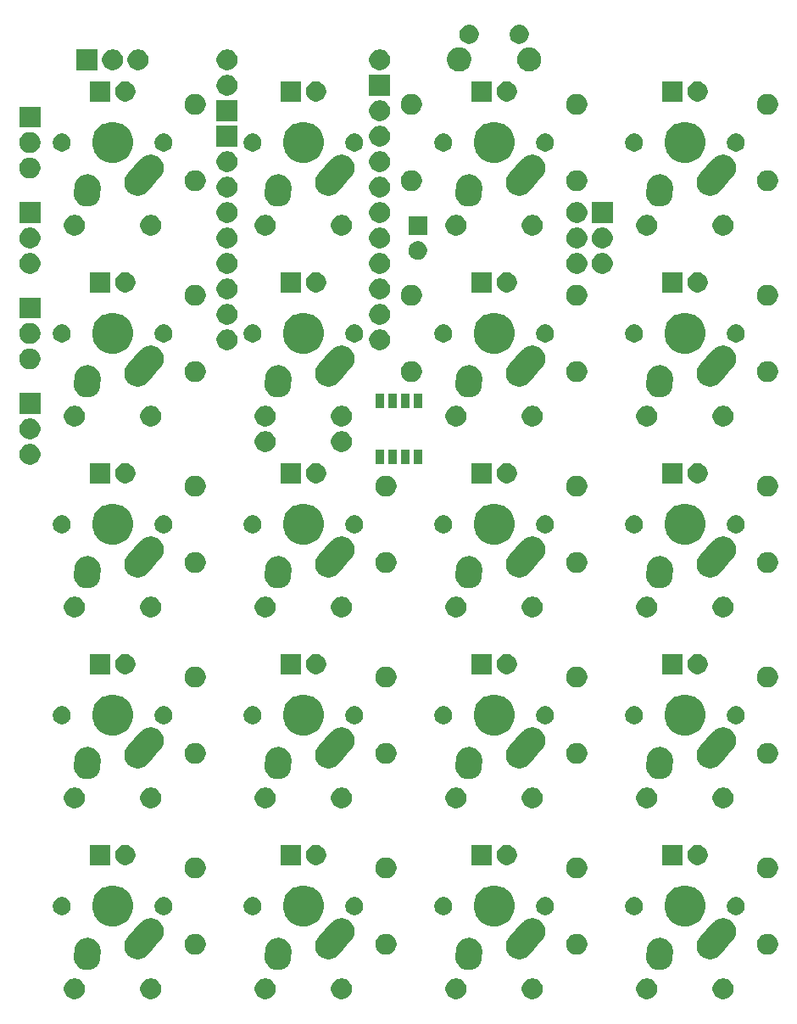
<source format=gbr>
G04 #@! TF.GenerationSoftware,KiCad,Pcbnew,5.1.2-f72e74a~84~ubuntu18.04.1*
G04 #@! TF.CreationDate,2019-07-30T16:00:36-04:00*
G04 #@! TF.ProjectId,numpad-1.0,6e756d70-6164-42d3-912e-302e6b696361,rev?*
G04 #@! TF.SameCoordinates,Original*
G04 #@! TF.FileFunction,Soldermask,Bot*
G04 #@! TF.FilePolarity,Negative*
%FSLAX46Y46*%
G04 Gerber Fmt 4.6, Leading zero omitted, Abs format (unit mm)*
G04 Created by KiCad (PCBNEW 5.1.2-f72e74a~84~ubuntu18.04.1) date 2019-07-30 16:00:36*
%MOMM*%
%LPD*%
G04 APERTURE LIST*
%ADD10C,0.100000*%
G04 APERTURE END LIST*
D10*
G36*
X118413765Y-143143620D02*
G01*
X118603288Y-143222123D01*
X118773854Y-143336092D01*
X118918908Y-143481146D01*
X119032877Y-143651712D01*
X119111380Y-143841235D01*
X119151400Y-144042431D01*
X119151400Y-144247569D01*
X119111380Y-144448765D01*
X119032877Y-144638288D01*
X118918908Y-144808854D01*
X118773854Y-144953908D01*
X118603288Y-145067877D01*
X118603287Y-145067878D01*
X118603286Y-145067878D01*
X118413765Y-145146380D01*
X118212570Y-145186400D01*
X118007430Y-145186400D01*
X117806235Y-145146380D01*
X117616714Y-145067878D01*
X117616713Y-145067878D01*
X117616712Y-145067877D01*
X117446146Y-144953908D01*
X117301092Y-144808854D01*
X117187123Y-144638288D01*
X117108620Y-144448765D01*
X117068600Y-144247569D01*
X117068600Y-144042431D01*
X117108620Y-143841235D01*
X117187123Y-143651712D01*
X117301092Y-143481146D01*
X117446146Y-143336092D01*
X117616712Y-143222123D01*
X117806235Y-143143620D01*
X118007430Y-143103600D01*
X118212570Y-143103600D01*
X118413765Y-143143620D01*
X118413765Y-143143620D01*
G37*
G36*
X167943765Y-143143620D02*
G01*
X168133288Y-143222123D01*
X168303854Y-143336092D01*
X168448908Y-143481146D01*
X168562877Y-143651712D01*
X168641380Y-143841235D01*
X168681400Y-144042431D01*
X168681400Y-144247569D01*
X168641380Y-144448765D01*
X168562877Y-144638288D01*
X168448908Y-144808854D01*
X168303854Y-144953908D01*
X168133288Y-145067877D01*
X168133287Y-145067878D01*
X168133286Y-145067878D01*
X167943765Y-145146380D01*
X167742570Y-145186400D01*
X167537430Y-145186400D01*
X167336235Y-145146380D01*
X167146714Y-145067878D01*
X167146713Y-145067878D01*
X167146712Y-145067877D01*
X166976146Y-144953908D01*
X166831092Y-144808854D01*
X166717123Y-144638288D01*
X166638620Y-144448765D01*
X166598600Y-144247569D01*
X166598600Y-144042431D01*
X166638620Y-143841235D01*
X166717123Y-143651712D01*
X166831092Y-143481146D01*
X166976146Y-143336092D01*
X167146712Y-143222123D01*
X167336235Y-143143620D01*
X167537430Y-143103600D01*
X167742570Y-143103600D01*
X167943765Y-143143620D01*
X167943765Y-143143620D01*
G37*
G36*
X175563765Y-143143620D02*
G01*
X175753288Y-143222123D01*
X175923854Y-143336092D01*
X176068908Y-143481146D01*
X176182877Y-143651712D01*
X176261380Y-143841235D01*
X176301400Y-144042431D01*
X176301400Y-144247569D01*
X176261380Y-144448765D01*
X176182877Y-144638288D01*
X176068908Y-144808854D01*
X175923854Y-144953908D01*
X175753288Y-145067877D01*
X175753287Y-145067878D01*
X175753286Y-145067878D01*
X175563765Y-145146380D01*
X175362570Y-145186400D01*
X175157430Y-145186400D01*
X174956235Y-145146380D01*
X174766714Y-145067878D01*
X174766713Y-145067878D01*
X174766712Y-145067877D01*
X174596146Y-144953908D01*
X174451092Y-144808854D01*
X174337123Y-144638288D01*
X174258620Y-144448765D01*
X174218600Y-144247569D01*
X174218600Y-144042431D01*
X174258620Y-143841235D01*
X174337123Y-143651712D01*
X174451092Y-143481146D01*
X174596146Y-143336092D01*
X174766712Y-143222123D01*
X174956235Y-143143620D01*
X175157430Y-143103600D01*
X175362570Y-143103600D01*
X175563765Y-143143620D01*
X175563765Y-143143620D01*
G37*
G36*
X148893765Y-143143620D02*
G01*
X149083288Y-143222123D01*
X149253854Y-143336092D01*
X149398908Y-143481146D01*
X149512877Y-143651712D01*
X149591380Y-143841235D01*
X149631400Y-144042431D01*
X149631400Y-144247569D01*
X149591380Y-144448765D01*
X149512877Y-144638288D01*
X149398908Y-144808854D01*
X149253854Y-144953908D01*
X149083288Y-145067877D01*
X149083287Y-145067878D01*
X149083286Y-145067878D01*
X148893765Y-145146380D01*
X148692570Y-145186400D01*
X148487430Y-145186400D01*
X148286235Y-145146380D01*
X148096714Y-145067878D01*
X148096713Y-145067878D01*
X148096712Y-145067877D01*
X147926146Y-144953908D01*
X147781092Y-144808854D01*
X147667123Y-144638288D01*
X147588620Y-144448765D01*
X147548600Y-144247569D01*
X147548600Y-144042431D01*
X147588620Y-143841235D01*
X147667123Y-143651712D01*
X147781092Y-143481146D01*
X147926146Y-143336092D01*
X148096712Y-143222123D01*
X148286235Y-143143620D01*
X148487430Y-143103600D01*
X148692570Y-143103600D01*
X148893765Y-143143620D01*
X148893765Y-143143620D01*
G37*
G36*
X156513765Y-143143620D02*
G01*
X156703288Y-143222123D01*
X156873854Y-143336092D01*
X157018908Y-143481146D01*
X157132877Y-143651712D01*
X157211380Y-143841235D01*
X157251400Y-144042431D01*
X157251400Y-144247569D01*
X157211380Y-144448765D01*
X157132877Y-144638288D01*
X157018908Y-144808854D01*
X156873854Y-144953908D01*
X156703288Y-145067877D01*
X156703287Y-145067878D01*
X156703286Y-145067878D01*
X156513765Y-145146380D01*
X156312570Y-145186400D01*
X156107430Y-145186400D01*
X155906235Y-145146380D01*
X155716714Y-145067878D01*
X155716713Y-145067878D01*
X155716712Y-145067877D01*
X155546146Y-144953908D01*
X155401092Y-144808854D01*
X155287123Y-144638288D01*
X155208620Y-144448765D01*
X155168600Y-144247569D01*
X155168600Y-144042431D01*
X155208620Y-143841235D01*
X155287123Y-143651712D01*
X155401092Y-143481146D01*
X155546146Y-143336092D01*
X155716712Y-143222123D01*
X155906235Y-143143620D01*
X156107430Y-143103600D01*
X156312570Y-143103600D01*
X156513765Y-143143620D01*
X156513765Y-143143620D01*
G37*
G36*
X129843765Y-143143620D02*
G01*
X130033288Y-143222123D01*
X130203854Y-143336092D01*
X130348908Y-143481146D01*
X130462877Y-143651712D01*
X130541380Y-143841235D01*
X130581400Y-144042431D01*
X130581400Y-144247569D01*
X130541380Y-144448765D01*
X130462877Y-144638288D01*
X130348908Y-144808854D01*
X130203854Y-144953908D01*
X130033288Y-145067877D01*
X130033287Y-145067878D01*
X130033286Y-145067878D01*
X129843765Y-145146380D01*
X129642570Y-145186400D01*
X129437430Y-145186400D01*
X129236235Y-145146380D01*
X129046714Y-145067878D01*
X129046713Y-145067878D01*
X129046712Y-145067877D01*
X128876146Y-144953908D01*
X128731092Y-144808854D01*
X128617123Y-144638288D01*
X128538620Y-144448765D01*
X128498600Y-144247569D01*
X128498600Y-144042431D01*
X128538620Y-143841235D01*
X128617123Y-143651712D01*
X128731092Y-143481146D01*
X128876146Y-143336092D01*
X129046712Y-143222123D01*
X129236235Y-143143620D01*
X129437430Y-143103600D01*
X129642570Y-143103600D01*
X129843765Y-143143620D01*
X129843765Y-143143620D01*
G37*
G36*
X110793765Y-143143620D02*
G01*
X110983288Y-143222123D01*
X111153854Y-143336092D01*
X111298908Y-143481146D01*
X111412877Y-143651712D01*
X111491380Y-143841235D01*
X111531400Y-144042431D01*
X111531400Y-144247569D01*
X111491380Y-144448765D01*
X111412877Y-144638288D01*
X111298908Y-144808854D01*
X111153854Y-144953908D01*
X110983288Y-145067877D01*
X110983287Y-145067878D01*
X110983286Y-145067878D01*
X110793765Y-145146380D01*
X110592570Y-145186400D01*
X110387430Y-145186400D01*
X110186235Y-145146380D01*
X109996714Y-145067878D01*
X109996713Y-145067878D01*
X109996712Y-145067877D01*
X109826146Y-144953908D01*
X109681092Y-144808854D01*
X109567123Y-144638288D01*
X109488620Y-144448765D01*
X109448600Y-144247569D01*
X109448600Y-144042431D01*
X109488620Y-143841235D01*
X109567123Y-143651712D01*
X109681092Y-143481146D01*
X109826146Y-143336092D01*
X109996712Y-143222123D01*
X110186235Y-143143620D01*
X110387430Y-143103600D01*
X110592570Y-143103600D01*
X110793765Y-143143620D01*
X110793765Y-143143620D01*
G37*
G36*
X137463765Y-143143620D02*
G01*
X137653288Y-143222123D01*
X137823854Y-143336092D01*
X137968908Y-143481146D01*
X138082877Y-143651712D01*
X138161380Y-143841235D01*
X138201400Y-144042431D01*
X138201400Y-144247569D01*
X138161380Y-144448765D01*
X138082877Y-144638288D01*
X137968908Y-144808854D01*
X137823854Y-144953908D01*
X137653288Y-145067877D01*
X137653287Y-145067878D01*
X137653286Y-145067878D01*
X137463765Y-145146380D01*
X137262570Y-145186400D01*
X137057430Y-145186400D01*
X136856235Y-145146380D01*
X136666714Y-145067878D01*
X136666713Y-145067878D01*
X136666712Y-145067877D01*
X136496146Y-144953908D01*
X136351092Y-144808854D01*
X136237123Y-144638288D01*
X136158620Y-144448765D01*
X136118600Y-144247569D01*
X136118600Y-144042431D01*
X136158620Y-143841235D01*
X136237123Y-143651712D01*
X136351092Y-143481146D01*
X136496146Y-143336092D01*
X136666712Y-143222123D01*
X136856235Y-143143620D01*
X137057430Y-143103600D01*
X137262570Y-143103600D01*
X137463765Y-143143620D01*
X137463765Y-143143620D01*
G37*
G36*
X169064753Y-139073903D02*
G01*
X169064755Y-139073903D01*
X169064930Y-139073927D01*
X169090623Y-139076457D01*
X169188270Y-139095880D01*
X169191066Y-139096404D01*
X169293293Y-139114329D01*
X169318442Y-139121325D01*
X169344181Y-139129131D01*
X169435661Y-139167024D01*
X169438405Y-139168123D01*
X169534529Y-139205302D01*
X169558385Y-139217323D01*
X169568279Y-139222612D01*
X169568285Y-139222614D01*
X169577145Y-139227350D01*
X169577149Y-139227353D01*
X169582590Y-139230261D01*
X169664440Y-139284951D01*
X169667009Y-139286622D01*
X169753508Y-139341400D01*
X169775031Y-139358183D01*
X169796684Y-139375952D01*
X169865938Y-139445206D01*
X169868211Y-139447421D01*
X169941879Y-139517440D01*
X169960150Y-139538566D01*
X169978246Y-139560616D01*
X170032335Y-139641566D01*
X170034195Y-139644271D01*
X170092470Y-139726714D01*
X170106524Y-139751397D01*
X170106753Y-139751267D01*
X170107086Y-139751870D01*
X170106848Y-139751997D01*
X170120292Y-139777149D01*
X170157337Y-139866583D01*
X170158677Y-139869697D01*
X170199545Y-139961254D01*
X170208535Y-139988193D01*
X170208729Y-139988128D01*
X170209290Y-139989889D01*
X170209088Y-139989950D01*
X170217368Y-140017246D01*
X170236142Y-140111626D01*
X170236873Y-140115050D01*
X170259026Y-140212127D01*
X170262612Y-140240296D01*
X170262758Y-140240277D01*
X170263095Y-140243254D01*
X170262941Y-140243269D01*
X170265737Y-140271658D01*
X170265737Y-140367326D01*
X170265789Y-140370936D01*
X170268733Y-140472834D01*
X170268510Y-140483990D01*
X170231296Y-141023581D01*
X170231000Y-141032181D01*
X170231000Y-141100109D01*
X170208942Y-141211000D01*
X170180235Y-141355322D01*
X170121903Y-141496148D01*
X170080656Y-141595727D01*
X170032685Y-141667521D01*
X169936088Y-141812089D01*
X169752089Y-141996088D01*
X169724057Y-142014818D01*
X169535727Y-142140656D01*
X169436148Y-142181903D01*
X169295322Y-142240235D01*
X169167715Y-142265617D01*
X169040109Y-142291000D01*
X168779891Y-142291000D01*
X168652285Y-142265617D01*
X168524678Y-142240235D01*
X168383852Y-142181903D01*
X168284273Y-142140656D01*
X168095943Y-142014818D01*
X168067911Y-141996088D01*
X167883912Y-141812089D01*
X167787315Y-141667521D01*
X167739344Y-141595727D01*
X167698097Y-141496148D01*
X167639765Y-141355322D01*
X167611058Y-141211000D01*
X167589000Y-141100109D01*
X167589000Y-140839891D01*
X167595067Y-140809390D01*
X167597173Y-140793604D01*
X167631266Y-140299262D01*
X167631336Y-140298295D01*
X167632402Y-140284274D01*
X167634350Y-140269160D01*
X167634303Y-140269154D01*
X167634996Y-140264215D01*
X167636457Y-140249379D01*
X167656664Y-140147791D01*
X167657034Y-140145853D01*
X167676757Y-140037815D01*
X167681222Y-140022186D01*
X167681567Y-140020760D01*
X167682353Y-140018169D01*
X167682926Y-140016224D01*
X167683852Y-140012981D01*
X167684422Y-140011348D01*
X167684423Y-140011342D01*
X167687340Y-140001726D01*
X167687342Y-140001721D01*
X167689133Y-139995816D01*
X167728574Y-139900598D01*
X167729355Y-139898666D01*
X167769408Y-139797220D01*
X167777438Y-139781557D01*
X167777984Y-139780378D01*
X167778931Y-139778606D01*
X167779935Y-139776688D01*
X167781178Y-139774263D01*
X167781991Y-139772879D01*
X167790255Y-139757418D01*
X167847261Y-139672103D01*
X167848463Y-139670270D01*
X167907041Y-139579184D01*
X167918783Y-139564340D01*
X167919440Y-139563437D01*
X167920323Y-139562361D01*
X167921723Y-139560623D01*
X167923023Y-139558980D01*
X167923987Y-139557896D01*
X167935952Y-139543316D01*
X168008185Y-139471083D01*
X168009797Y-139469441D01*
X168084392Y-139392048D01*
X168099812Y-139378899D01*
X168100514Y-139378251D01*
X168101146Y-139377732D01*
X168102946Y-139376227D01*
X168104006Y-139375323D01*
X168104975Y-139374590D01*
X168120613Y-139361757D01*
X168205112Y-139305296D01*
X168207103Y-139303937D01*
X168294705Y-139242927D01*
X168313596Y-139232346D01*
X168314195Y-139231979D01*
X168314337Y-139231903D01*
X168316541Y-139230697D01*
X168317210Y-139230322D01*
X168318115Y-139229883D01*
X168337158Y-139219704D01*
X168430583Y-139181007D01*
X168432902Y-139180019D01*
X168529985Y-139137494D01*
X168551881Y-139130356D01*
X168552401Y-139130164D01*
X168554437Y-139129523D01*
X168554518Y-139129496D01*
X168555243Y-139129307D01*
X168577248Y-139122631D01*
X168675968Y-139102994D01*
X168678539Y-139102454D01*
X168781260Y-139079766D01*
X168805529Y-139076849D01*
X168805937Y-139076784D01*
X168806813Y-139076688D01*
X168807396Y-139076653D01*
X168831659Y-139074263D01*
X168931733Y-139074263D01*
X168934470Y-139074233D01*
X169038977Y-139071944D01*
X169064753Y-139073903D01*
X169064753Y-139073903D01*
G37*
G36*
X111914753Y-139073903D02*
G01*
X111914755Y-139073903D01*
X111914930Y-139073927D01*
X111940623Y-139076457D01*
X112038270Y-139095880D01*
X112041066Y-139096404D01*
X112143293Y-139114329D01*
X112168442Y-139121325D01*
X112194181Y-139129131D01*
X112285661Y-139167024D01*
X112288405Y-139168123D01*
X112384529Y-139205302D01*
X112408385Y-139217323D01*
X112418279Y-139222612D01*
X112418285Y-139222614D01*
X112427145Y-139227350D01*
X112427149Y-139227353D01*
X112432590Y-139230261D01*
X112514440Y-139284951D01*
X112517009Y-139286622D01*
X112603508Y-139341400D01*
X112625031Y-139358183D01*
X112646684Y-139375952D01*
X112715938Y-139445206D01*
X112718211Y-139447421D01*
X112791879Y-139517440D01*
X112810150Y-139538566D01*
X112828246Y-139560616D01*
X112882335Y-139641566D01*
X112884195Y-139644271D01*
X112942470Y-139726714D01*
X112956524Y-139751397D01*
X112956753Y-139751267D01*
X112957086Y-139751870D01*
X112956848Y-139751997D01*
X112970292Y-139777149D01*
X113007337Y-139866583D01*
X113008677Y-139869697D01*
X113049545Y-139961254D01*
X113058535Y-139988193D01*
X113058729Y-139988128D01*
X113059290Y-139989889D01*
X113059088Y-139989950D01*
X113067368Y-140017246D01*
X113086142Y-140111626D01*
X113086873Y-140115050D01*
X113109026Y-140212127D01*
X113112612Y-140240296D01*
X113112758Y-140240277D01*
X113113095Y-140243254D01*
X113112941Y-140243269D01*
X113115737Y-140271658D01*
X113115737Y-140367326D01*
X113115789Y-140370936D01*
X113118733Y-140472834D01*
X113118510Y-140483990D01*
X113081296Y-141023581D01*
X113081000Y-141032181D01*
X113081000Y-141100109D01*
X113058942Y-141211000D01*
X113030235Y-141355322D01*
X112971903Y-141496148D01*
X112930656Y-141595727D01*
X112882685Y-141667521D01*
X112786088Y-141812089D01*
X112602089Y-141996088D01*
X112574057Y-142014818D01*
X112385727Y-142140656D01*
X112286148Y-142181903D01*
X112145322Y-142240235D01*
X112017715Y-142265617D01*
X111890109Y-142291000D01*
X111629891Y-142291000D01*
X111502285Y-142265617D01*
X111374678Y-142240235D01*
X111233852Y-142181903D01*
X111134273Y-142140656D01*
X110945943Y-142014818D01*
X110917911Y-141996088D01*
X110733912Y-141812089D01*
X110637315Y-141667521D01*
X110589344Y-141595727D01*
X110548097Y-141496148D01*
X110489765Y-141355322D01*
X110461058Y-141211000D01*
X110439000Y-141100109D01*
X110439000Y-140839891D01*
X110445067Y-140809390D01*
X110447173Y-140793604D01*
X110481266Y-140299262D01*
X110481336Y-140298295D01*
X110482402Y-140284274D01*
X110484350Y-140269160D01*
X110484303Y-140269154D01*
X110484996Y-140264215D01*
X110486457Y-140249379D01*
X110506664Y-140147791D01*
X110507034Y-140145853D01*
X110526757Y-140037815D01*
X110531222Y-140022186D01*
X110531567Y-140020760D01*
X110532353Y-140018169D01*
X110532926Y-140016224D01*
X110533852Y-140012981D01*
X110534422Y-140011348D01*
X110534423Y-140011342D01*
X110537340Y-140001726D01*
X110537342Y-140001721D01*
X110539133Y-139995816D01*
X110578574Y-139900598D01*
X110579355Y-139898666D01*
X110619408Y-139797220D01*
X110627438Y-139781557D01*
X110627984Y-139780378D01*
X110628931Y-139778606D01*
X110629935Y-139776688D01*
X110631178Y-139774263D01*
X110631991Y-139772879D01*
X110640255Y-139757418D01*
X110697261Y-139672103D01*
X110698463Y-139670270D01*
X110757041Y-139579184D01*
X110768783Y-139564340D01*
X110769440Y-139563437D01*
X110770323Y-139562361D01*
X110771723Y-139560623D01*
X110773023Y-139558980D01*
X110773987Y-139557896D01*
X110785952Y-139543316D01*
X110858185Y-139471083D01*
X110859797Y-139469441D01*
X110934392Y-139392048D01*
X110949812Y-139378899D01*
X110950514Y-139378251D01*
X110951146Y-139377732D01*
X110952946Y-139376227D01*
X110954006Y-139375323D01*
X110954975Y-139374590D01*
X110970613Y-139361757D01*
X111055112Y-139305296D01*
X111057103Y-139303937D01*
X111144705Y-139242927D01*
X111163596Y-139232346D01*
X111164195Y-139231979D01*
X111164337Y-139231903D01*
X111166541Y-139230697D01*
X111167210Y-139230322D01*
X111168115Y-139229883D01*
X111187158Y-139219704D01*
X111280583Y-139181007D01*
X111282902Y-139180019D01*
X111379985Y-139137494D01*
X111401881Y-139130356D01*
X111402401Y-139130164D01*
X111404437Y-139129523D01*
X111404518Y-139129496D01*
X111405243Y-139129307D01*
X111427248Y-139122631D01*
X111525968Y-139102994D01*
X111528539Y-139102454D01*
X111631260Y-139079766D01*
X111655529Y-139076849D01*
X111655937Y-139076784D01*
X111656813Y-139076688D01*
X111657396Y-139076653D01*
X111681659Y-139074263D01*
X111781733Y-139074263D01*
X111784470Y-139074233D01*
X111888977Y-139071944D01*
X111914753Y-139073903D01*
X111914753Y-139073903D01*
G37*
G36*
X130964753Y-139073903D02*
G01*
X130964755Y-139073903D01*
X130964930Y-139073927D01*
X130990623Y-139076457D01*
X131088270Y-139095880D01*
X131091066Y-139096404D01*
X131193293Y-139114329D01*
X131218442Y-139121325D01*
X131244181Y-139129131D01*
X131335661Y-139167024D01*
X131338405Y-139168123D01*
X131434529Y-139205302D01*
X131458385Y-139217323D01*
X131468279Y-139222612D01*
X131468285Y-139222614D01*
X131477145Y-139227350D01*
X131477149Y-139227353D01*
X131482590Y-139230261D01*
X131564440Y-139284951D01*
X131567009Y-139286622D01*
X131653508Y-139341400D01*
X131675031Y-139358183D01*
X131696684Y-139375952D01*
X131765938Y-139445206D01*
X131768211Y-139447421D01*
X131841879Y-139517440D01*
X131860150Y-139538566D01*
X131878246Y-139560616D01*
X131932335Y-139641566D01*
X131934195Y-139644271D01*
X131992470Y-139726714D01*
X132006524Y-139751397D01*
X132006753Y-139751267D01*
X132007086Y-139751870D01*
X132006848Y-139751997D01*
X132020292Y-139777149D01*
X132057337Y-139866583D01*
X132058677Y-139869697D01*
X132099545Y-139961254D01*
X132108535Y-139988193D01*
X132108729Y-139988128D01*
X132109290Y-139989889D01*
X132109088Y-139989950D01*
X132117368Y-140017246D01*
X132136142Y-140111626D01*
X132136873Y-140115050D01*
X132159026Y-140212127D01*
X132162612Y-140240296D01*
X132162758Y-140240277D01*
X132163095Y-140243254D01*
X132162941Y-140243269D01*
X132165737Y-140271658D01*
X132165737Y-140367326D01*
X132165789Y-140370936D01*
X132168733Y-140472834D01*
X132168510Y-140483990D01*
X132131296Y-141023581D01*
X132131000Y-141032181D01*
X132131000Y-141100109D01*
X132108942Y-141211000D01*
X132080235Y-141355322D01*
X132021903Y-141496148D01*
X131980656Y-141595727D01*
X131932685Y-141667521D01*
X131836088Y-141812089D01*
X131652089Y-141996088D01*
X131624057Y-142014818D01*
X131435727Y-142140656D01*
X131336148Y-142181903D01*
X131195322Y-142240235D01*
X131067715Y-142265617D01*
X130940109Y-142291000D01*
X130679891Y-142291000D01*
X130552285Y-142265617D01*
X130424678Y-142240235D01*
X130283852Y-142181903D01*
X130184273Y-142140656D01*
X129995943Y-142014818D01*
X129967911Y-141996088D01*
X129783912Y-141812089D01*
X129687315Y-141667521D01*
X129639344Y-141595727D01*
X129598097Y-141496148D01*
X129539765Y-141355322D01*
X129511058Y-141211000D01*
X129489000Y-141100109D01*
X129489000Y-140839891D01*
X129495067Y-140809390D01*
X129497173Y-140793604D01*
X129531266Y-140299262D01*
X129531336Y-140298295D01*
X129532402Y-140284274D01*
X129534350Y-140269160D01*
X129534303Y-140269154D01*
X129534996Y-140264215D01*
X129536457Y-140249379D01*
X129556664Y-140147791D01*
X129557034Y-140145853D01*
X129576757Y-140037815D01*
X129581222Y-140022186D01*
X129581567Y-140020760D01*
X129582353Y-140018169D01*
X129582926Y-140016224D01*
X129583852Y-140012981D01*
X129584422Y-140011348D01*
X129584423Y-140011342D01*
X129587340Y-140001726D01*
X129587342Y-140001721D01*
X129589133Y-139995816D01*
X129628574Y-139900598D01*
X129629355Y-139898666D01*
X129669408Y-139797220D01*
X129677438Y-139781557D01*
X129677984Y-139780378D01*
X129678931Y-139778606D01*
X129679935Y-139776688D01*
X129681178Y-139774263D01*
X129681991Y-139772879D01*
X129690255Y-139757418D01*
X129747261Y-139672103D01*
X129748463Y-139670270D01*
X129807041Y-139579184D01*
X129818783Y-139564340D01*
X129819440Y-139563437D01*
X129820323Y-139562361D01*
X129821723Y-139560623D01*
X129823023Y-139558980D01*
X129823987Y-139557896D01*
X129835952Y-139543316D01*
X129908185Y-139471083D01*
X129909797Y-139469441D01*
X129984392Y-139392048D01*
X129999812Y-139378899D01*
X130000514Y-139378251D01*
X130001146Y-139377732D01*
X130002946Y-139376227D01*
X130004006Y-139375323D01*
X130004975Y-139374590D01*
X130020613Y-139361757D01*
X130105112Y-139305296D01*
X130107103Y-139303937D01*
X130194705Y-139242927D01*
X130213596Y-139232346D01*
X130214195Y-139231979D01*
X130214337Y-139231903D01*
X130216541Y-139230697D01*
X130217210Y-139230322D01*
X130218115Y-139229883D01*
X130237158Y-139219704D01*
X130330583Y-139181007D01*
X130332902Y-139180019D01*
X130429985Y-139137494D01*
X130451881Y-139130356D01*
X130452401Y-139130164D01*
X130454437Y-139129523D01*
X130454518Y-139129496D01*
X130455243Y-139129307D01*
X130477248Y-139122631D01*
X130575968Y-139102994D01*
X130578539Y-139102454D01*
X130681260Y-139079766D01*
X130705529Y-139076849D01*
X130705937Y-139076784D01*
X130706813Y-139076688D01*
X130707396Y-139076653D01*
X130731659Y-139074263D01*
X130831733Y-139074263D01*
X130834470Y-139074233D01*
X130938977Y-139071944D01*
X130964753Y-139073903D01*
X130964753Y-139073903D01*
G37*
G36*
X150014753Y-139073903D02*
G01*
X150014755Y-139073903D01*
X150014930Y-139073927D01*
X150040623Y-139076457D01*
X150138270Y-139095880D01*
X150141066Y-139096404D01*
X150243293Y-139114329D01*
X150268442Y-139121325D01*
X150294181Y-139129131D01*
X150385661Y-139167024D01*
X150388405Y-139168123D01*
X150484529Y-139205302D01*
X150508385Y-139217323D01*
X150518279Y-139222612D01*
X150518285Y-139222614D01*
X150527145Y-139227350D01*
X150527149Y-139227353D01*
X150532590Y-139230261D01*
X150614440Y-139284951D01*
X150617009Y-139286622D01*
X150703508Y-139341400D01*
X150725031Y-139358183D01*
X150746684Y-139375952D01*
X150815938Y-139445206D01*
X150818211Y-139447421D01*
X150891879Y-139517440D01*
X150910150Y-139538566D01*
X150928246Y-139560616D01*
X150982335Y-139641566D01*
X150984195Y-139644271D01*
X151042470Y-139726714D01*
X151056524Y-139751397D01*
X151056753Y-139751267D01*
X151057086Y-139751870D01*
X151056848Y-139751997D01*
X151070292Y-139777149D01*
X151107337Y-139866583D01*
X151108677Y-139869697D01*
X151149545Y-139961254D01*
X151158535Y-139988193D01*
X151158729Y-139988128D01*
X151159290Y-139989889D01*
X151159088Y-139989950D01*
X151167368Y-140017246D01*
X151186142Y-140111626D01*
X151186873Y-140115050D01*
X151209026Y-140212127D01*
X151212612Y-140240296D01*
X151212758Y-140240277D01*
X151213095Y-140243254D01*
X151212941Y-140243269D01*
X151215737Y-140271658D01*
X151215737Y-140367326D01*
X151215789Y-140370936D01*
X151218733Y-140472834D01*
X151218510Y-140483990D01*
X151181296Y-141023581D01*
X151181000Y-141032181D01*
X151181000Y-141100109D01*
X151158942Y-141211000D01*
X151130235Y-141355322D01*
X151071903Y-141496148D01*
X151030656Y-141595727D01*
X150982685Y-141667521D01*
X150886088Y-141812089D01*
X150702089Y-141996088D01*
X150674057Y-142014818D01*
X150485727Y-142140656D01*
X150386148Y-142181903D01*
X150245322Y-142240235D01*
X150117715Y-142265617D01*
X149990109Y-142291000D01*
X149729891Y-142291000D01*
X149602285Y-142265617D01*
X149474678Y-142240235D01*
X149333852Y-142181903D01*
X149234273Y-142140656D01*
X149045943Y-142014818D01*
X149017911Y-141996088D01*
X148833912Y-141812089D01*
X148737315Y-141667521D01*
X148689344Y-141595727D01*
X148648097Y-141496148D01*
X148589765Y-141355322D01*
X148561058Y-141211000D01*
X148539000Y-141100109D01*
X148539000Y-140839891D01*
X148545067Y-140809390D01*
X148547173Y-140793604D01*
X148581266Y-140299262D01*
X148581336Y-140298295D01*
X148582402Y-140284274D01*
X148584350Y-140269160D01*
X148584303Y-140269154D01*
X148584996Y-140264215D01*
X148586457Y-140249379D01*
X148606664Y-140147791D01*
X148607034Y-140145853D01*
X148626757Y-140037815D01*
X148631222Y-140022186D01*
X148631567Y-140020760D01*
X148632353Y-140018169D01*
X148632926Y-140016224D01*
X148633852Y-140012981D01*
X148634422Y-140011348D01*
X148634423Y-140011342D01*
X148637340Y-140001726D01*
X148637342Y-140001721D01*
X148639133Y-139995816D01*
X148678574Y-139900598D01*
X148679355Y-139898666D01*
X148719408Y-139797220D01*
X148727438Y-139781557D01*
X148727984Y-139780378D01*
X148728931Y-139778606D01*
X148729935Y-139776688D01*
X148731178Y-139774263D01*
X148731991Y-139772879D01*
X148740255Y-139757418D01*
X148797261Y-139672103D01*
X148798463Y-139670270D01*
X148857041Y-139579184D01*
X148868783Y-139564340D01*
X148869440Y-139563437D01*
X148870323Y-139562361D01*
X148871723Y-139560623D01*
X148873023Y-139558980D01*
X148873987Y-139557896D01*
X148885952Y-139543316D01*
X148958185Y-139471083D01*
X148959797Y-139469441D01*
X149034392Y-139392048D01*
X149049812Y-139378899D01*
X149050514Y-139378251D01*
X149051146Y-139377732D01*
X149052946Y-139376227D01*
X149054006Y-139375323D01*
X149054975Y-139374590D01*
X149070613Y-139361757D01*
X149155112Y-139305296D01*
X149157103Y-139303937D01*
X149244705Y-139242927D01*
X149263596Y-139232346D01*
X149264195Y-139231979D01*
X149264337Y-139231903D01*
X149266541Y-139230697D01*
X149267210Y-139230322D01*
X149268115Y-139229883D01*
X149287158Y-139219704D01*
X149380583Y-139181007D01*
X149382902Y-139180019D01*
X149479985Y-139137494D01*
X149501881Y-139130356D01*
X149502401Y-139130164D01*
X149504437Y-139129523D01*
X149504518Y-139129496D01*
X149505243Y-139129307D01*
X149527248Y-139122631D01*
X149625968Y-139102994D01*
X149628539Y-139102454D01*
X149731260Y-139079766D01*
X149755529Y-139076849D01*
X149755937Y-139076784D01*
X149756813Y-139076688D01*
X149757396Y-139076653D01*
X149781659Y-139074263D01*
X149881733Y-139074263D01*
X149884470Y-139074233D01*
X149988977Y-139071944D01*
X150014753Y-139073903D01*
X150014753Y-139073903D01*
G37*
G36*
X137193215Y-137114080D02*
G01*
X137199975Y-137114263D01*
X137278344Y-137114263D01*
X137300616Y-137116456D01*
X137315654Y-137119448D01*
X137333286Y-137121667D01*
X137348806Y-137122507D01*
X137370840Y-137125879D01*
X137448811Y-137145754D01*
X137455301Y-137147225D01*
X137532750Y-137162631D01*
X137538661Y-137164424D01*
X137538660Y-137164424D01*
X137548273Y-137167340D01*
X137548275Y-137167341D01*
X137554179Y-137169132D01*
X137567745Y-137174751D01*
X137584708Y-137180394D01*
X137599170Y-137184080D01*
X137620133Y-137191670D01*
X137693351Y-137226593D01*
X137699330Y-137229255D01*
X137772847Y-137259707D01*
X137792587Y-137270258D01*
X137804281Y-137278071D01*
X137819909Y-137286958D01*
X137832806Y-137293110D01*
X137851894Y-137304625D01*
X137917450Y-137353489D01*
X137922706Y-137357200D01*
X137989381Y-137401752D01*
X138006683Y-137415951D01*
X138016184Y-137425452D01*
X138029868Y-137437284D01*
X138040819Y-137445447D01*
X138057303Y-137460446D01*
X138112559Y-137521600D01*
X138116918Y-137526186D01*
X138174051Y-137583319D01*
X138188247Y-137600616D01*
X138195360Y-137611262D01*
X138206544Y-137625616D01*
X138215278Y-137635282D01*
X138228537Y-137653202D01*
X138271192Y-137724474D01*
X138274516Y-137729727D01*
X138319739Y-137797409D01*
X138330296Y-137817159D01*
X138334954Y-137828405D01*
X138343183Y-137844767D01*
X138349540Y-137855388D01*
X138359066Y-137875541D01*
X138387288Y-137954360D01*
X138389487Y-137960057D01*
X138420869Y-138035822D01*
X138427368Y-138057246D01*
X138429619Y-138068562D01*
X138434533Y-138086314D01*
X138438498Y-138097387D01*
X138443927Y-138119000D01*
X138456394Y-138202429D01*
X138457423Y-138208341D01*
X138473543Y-138289380D01*
X138475737Y-138311656D01*
X138475737Y-138322574D01*
X138477110Y-138341049D01*
X138478753Y-138352044D01*
X138479881Y-138374308D01*
X138475876Y-138459215D01*
X138475737Y-138465104D01*
X138475737Y-138548342D01*
X138473543Y-138570620D01*
X138471535Y-138580714D01*
X138469272Y-138599210D01*
X138468778Y-138609676D01*
X138465560Y-138631739D01*
X138444987Y-138714867D01*
X138443728Y-138720509D01*
X138427368Y-138802752D01*
X138425576Y-138808658D01*
X138425576Y-138808660D01*
X138422660Y-138818274D01*
X138422658Y-138818279D01*
X138420867Y-138824183D01*
X138417173Y-138833102D01*
X138411317Y-138850912D01*
X138408952Y-138860469D01*
X138401515Y-138881470D01*
X138364906Y-138959620D01*
X138362617Y-138964810D01*
X138330293Y-139042847D01*
X138319742Y-139062587D01*
X138314727Y-139070093D01*
X138305465Y-139086513D01*
X138301559Y-139094851D01*
X138290176Y-139114022D01*
X138238695Y-139184104D01*
X138235502Y-139188660D01*
X138188246Y-139259384D01*
X138174049Y-139276683D01*
X138168110Y-139282622D01*
X138155759Y-139297008D01*
X138148876Y-139306378D01*
X138141824Y-139315056D01*
X136898691Y-140700533D01*
X136887799Y-140714562D01*
X136876088Y-140732089D01*
X136692089Y-140916088D01*
X136547521Y-141012685D01*
X136475727Y-141060656D01*
X136404118Y-141090317D01*
X136235322Y-141160235D01*
X136107714Y-141185618D01*
X135980109Y-141211000D01*
X135719891Y-141211000D01*
X135592286Y-141185618D01*
X135464678Y-141160235D01*
X135295882Y-141090317D01*
X135224273Y-141060656D01*
X135152479Y-141012685D01*
X135007911Y-140916088D01*
X134823912Y-140732089D01*
X134679345Y-140515728D01*
X134679344Y-140515727D01*
X134617875Y-140367326D01*
X134579765Y-140275322D01*
X134547885Y-140115050D01*
X134529000Y-140020109D01*
X134529000Y-139759891D01*
X134554382Y-139632286D01*
X134579765Y-139504678D01*
X134658309Y-139315056D01*
X134679344Y-139264273D01*
X134732911Y-139184104D01*
X134823912Y-139047911D01*
X134877128Y-138994695D01*
X134881760Y-138989805D01*
X136176053Y-137547311D01*
X136176676Y-137546622D01*
X136186099Y-137536267D01*
X136194618Y-137527836D01*
X136254409Y-137474565D01*
X136259645Y-137469623D01*
X136313316Y-137415952D01*
X136330615Y-137401755D01*
X136345451Y-137391842D01*
X136359154Y-137381241D01*
X136372668Y-137369201D01*
X136390680Y-137356067D01*
X136457790Y-137316537D01*
X136463795Y-137312767D01*
X136527414Y-137270258D01*
X136547164Y-137259701D01*
X136563058Y-137253118D01*
X136578666Y-137245337D01*
X136593706Y-137236478D01*
X136613932Y-137227090D01*
X136688042Y-137201137D01*
X136694564Y-137198647D01*
X136765824Y-137169131D01*
X136787246Y-137162632D01*
X136803513Y-137159396D01*
X136820438Y-137154774D01*
X136836312Y-137149215D01*
X136857977Y-137143934D01*
X136936350Y-137132780D01*
X136943124Y-137131625D01*
X137019378Y-137116457D01*
X137041658Y-137114263D01*
X137057617Y-137114263D01*
X137075229Y-137113016D01*
X137091254Y-137110735D01*
X137113520Y-137109764D01*
X137193215Y-137114080D01*
X137193215Y-137114080D01*
G37*
G36*
X175293215Y-137114080D02*
G01*
X175299975Y-137114263D01*
X175378344Y-137114263D01*
X175400616Y-137116456D01*
X175415654Y-137119448D01*
X175433286Y-137121667D01*
X175448806Y-137122507D01*
X175470840Y-137125879D01*
X175548811Y-137145754D01*
X175555301Y-137147225D01*
X175632750Y-137162631D01*
X175638661Y-137164424D01*
X175638660Y-137164424D01*
X175648273Y-137167340D01*
X175648275Y-137167341D01*
X175654179Y-137169132D01*
X175667745Y-137174751D01*
X175684708Y-137180394D01*
X175699170Y-137184080D01*
X175720133Y-137191670D01*
X175793351Y-137226593D01*
X175799330Y-137229255D01*
X175872847Y-137259707D01*
X175892587Y-137270258D01*
X175904281Y-137278071D01*
X175919909Y-137286958D01*
X175932806Y-137293110D01*
X175951894Y-137304625D01*
X176017450Y-137353489D01*
X176022706Y-137357200D01*
X176089381Y-137401752D01*
X176106683Y-137415951D01*
X176116184Y-137425452D01*
X176129868Y-137437284D01*
X176140819Y-137445447D01*
X176157303Y-137460446D01*
X176212559Y-137521600D01*
X176216918Y-137526186D01*
X176274051Y-137583319D01*
X176288247Y-137600616D01*
X176295360Y-137611262D01*
X176306544Y-137625616D01*
X176315278Y-137635282D01*
X176328537Y-137653202D01*
X176371192Y-137724474D01*
X176374516Y-137729727D01*
X176419739Y-137797409D01*
X176430296Y-137817159D01*
X176434954Y-137828405D01*
X176443183Y-137844767D01*
X176449540Y-137855388D01*
X176459066Y-137875541D01*
X176487288Y-137954360D01*
X176489487Y-137960057D01*
X176520869Y-138035822D01*
X176527368Y-138057246D01*
X176529619Y-138068562D01*
X176534533Y-138086314D01*
X176538498Y-138097387D01*
X176543927Y-138119000D01*
X176556394Y-138202429D01*
X176557423Y-138208341D01*
X176573543Y-138289380D01*
X176575737Y-138311656D01*
X176575737Y-138322574D01*
X176577110Y-138341049D01*
X176578753Y-138352044D01*
X176579881Y-138374308D01*
X176575876Y-138459215D01*
X176575737Y-138465104D01*
X176575737Y-138548342D01*
X176573543Y-138570620D01*
X176571535Y-138580714D01*
X176569272Y-138599210D01*
X176568778Y-138609676D01*
X176565560Y-138631739D01*
X176544987Y-138714867D01*
X176543728Y-138720509D01*
X176527368Y-138802752D01*
X176525576Y-138808658D01*
X176525576Y-138808660D01*
X176522660Y-138818274D01*
X176522658Y-138818279D01*
X176520867Y-138824183D01*
X176517173Y-138833102D01*
X176511317Y-138850912D01*
X176508952Y-138860469D01*
X176501515Y-138881470D01*
X176464906Y-138959620D01*
X176462617Y-138964810D01*
X176430293Y-139042847D01*
X176419742Y-139062587D01*
X176414727Y-139070093D01*
X176405465Y-139086513D01*
X176401559Y-139094851D01*
X176390176Y-139114022D01*
X176338695Y-139184104D01*
X176335502Y-139188660D01*
X176288246Y-139259384D01*
X176274049Y-139276683D01*
X176268110Y-139282622D01*
X176255759Y-139297008D01*
X176248876Y-139306378D01*
X176241824Y-139315056D01*
X174998691Y-140700533D01*
X174987799Y-140714562D01*
X174976088Y-140732089D01*
X174792089Y-140916088D01*
X174647521Y-141012685D01*
X174575727Y-141060656D01*
X174504118Y-141090317D01*
X174335322Y-141160235D01*
X174207714Y-141185618D01*
X174080109Y-141211000D01*
X173819891Y-141211000D01*
X173692286Y-141185618D01*
X173564678Y-141160235D01*
X173395882Y-141090317D01*
X173324273Y-141060656D01*
X173252479Y-141012685D01*
X173107911Y-140916088D01*
X172923912Y-140732089D01*
X172779345Y-140515728D01*
X172779344Y-140515727D01*
X172717875Y-140367326D01*
X172679765Y-140275322D01*
X172647885Y-140115050D01*
X172629000Y-140020109D01*
X172629000Y-139759891D01*
X172654382Y-139632286D01*
X172679765Y-139504678D01*
X172758309Y-139315056D01*
X172779344Y-139264273D01*
X172832911Y-139184104D01*
X172923912Y-139047911D01*
X172977128Y-138994695D01*
X172981760Y-138989805D01*
X174276053Y-137547311D01*
X174276676Y-137546622D01*
X174286099Y-137536267D01*
X174294618Y-137527836D01*
X174354409Y-137474565D01*
X174359645Y-137469623D01*
X174413316Y-137415952D01*
X174430615Y-137401755D01*
X174445451Y-137391842D01*
X174459154Y-137381241D01*
X174472668Y-137369201D01*
X174490680Y-137356067D01*
X174557790Y-137316537D01*
X174563795Y-137312767D01*
X174627414Y-137270258D01*
X174647164Y-137259701D01*
X174663058Y-137253118D01*
X174678666Y-137245337D01*
X174693706Y-137236478D01*
X174713932Y-137227090D01*
X174788042Y-137201137D01*
X174794564Y-137198647D01*
X174865824Y-137169131D01*
X174887246Y-137162632D01*
X174903513Y-137159396D01*
X174920438Y-137154774D01*
X174936312Y-137149215D01*
X174957977Y-137143934D01*
X175036350Y-137132780D01*
X175043124Y-137131625D01*
X175119378Y-137116457D01*
X175141658Y-137114263D01*
X175157617Y-137114263D01*
X175175229Y-137113016D01*
X175191254Y-137110735D01*
X175213520Y-137109764D01*
X175293215Y-137114080D01*
X175293215Y-137114080D01*
G37*
G36*
X156243215Y-137114080D02*
G01*
X156249975Y-137114263D01*
X156328344Y-137114263D01*
X156350616Y-137116456D01*
X156365654Y-137119448D01*
X156383286Y-137121667D01*
X156398806Y-137122507D01*
X156420840Y-137125879D01*
X156498811Y-137145754D01*
X156505301Y-137147225D01*
X156582750Y-137162631D01*
X156588661Y-137164424D01*
X156588660Y-137164424D01*
X156598273Y-137167340D01*
X156598275Y-137167341D01*
X156604179Y-137169132D01*
X156617745Y-137174751D01*
X156634708Y-137180394D01*
X156649170Y-137184080D01*
X156670133Y-137191670D01*
X156743351Y-137226593D01*
X156749330Y-137229255D01*
X156822847Y-137259707D01*
X156842587Y-137270258D01*
X156854281Y-137278071D01*
X156869909Y-137286958D01*
X156882806Y-137293110D01*
X156901894Y-137304625D01*
X156967450Y-137353489D01*
X156972706Y-137357200D01*
X157039381Y-137401752D01*
X157056683Y-137415951D01*
X157066184Y-137425452D01*
X157079868Y-137437284D01*
X157090819Y-137445447D01*
X157107303Y-137460446D01*
X157162559Y-137521600D01*
X157166918Y-137526186D01*
X157224051Y-137583319D01*
X157238247Y-137600616D01*
X157245360Y-137611262D01*
X157256544Y-137625616D01*
X157265278Y-137635282D01*
X157278537Y-137653202D01*
X157321192Y-137724474D01*
X157324516Y-137729727D01*
X157369739Y-137797409D01*
X157380296Y-137817159D01*
X157384954Y-137828405D01*
X157393183Y-137844767D01*
X157399540Y-137855388D01*
X157409066Y-137875541D01*
X157437288Y-137954360D01*
X157439487Y-137960057D01*
X157470869Y-138035822D01*
X157477368Y-138057246D01*
X157479619Y-138068562D01*
X157484533Y-138086314D01*
X157488498Y-138097387D01*
X157493927Y-138119000D01*
X157506394Y-138202429D01*
X157507423Y-138208341D01*
X157523543Y-138289380D01*
X157525737Y-138311656D01*
X157525737Y-138322574D01*
X157527110Y-138341049D01*
X157528753Y-138352044D01*
X157529881Y-138374308D01*
X157525876Y-138459215D01*
X157525737Y-138465104D01*
X157525737Y-138548342D01*
X157523543Y-138570620D01*
X157521535Y-138580714D01*
X157519272Y-138599210D01*
X157518778Y-138609676D01*
X157515560Y-138631739D01*
X157494987Y-138714867D01*
X157493728Y-138720509D01*
X157477368Y-138802752D01*
X157475576Y-138808658D01*
X157475576Y-138808660D01*
X157472660Y-138818274D01*
X157472658Y-138818279D01*
X157470867Y-138824183D01*
X157467173Y-138833102D01*
X157461317Y-138850912D01*
X157458952Y-138860469D01*
X157451515Y-138881470D01*
X157414906Y-138959620D01*
X157412617Y-138964810D01*
X157380293Y-139042847D01*
X157369742Y-139062587D01*
X157364727Y-139070093D01*
X157355465Y-139086513D01*
X157351559Y-139094851D01*
X157340176Y-139114022D01*
X157288695Y-139184104D01*
X157285502Y-139188660D01*
X157238246Y-139259384D01*
X157224049Y-139276683D01*
X157218110Y-139282622D01*
X157205759Y-139297008D01*
X157198876Y-139306378D01*
X157191824Y-139315056D01*
X155948691Y-140700533D01*
X155937799Y-140714562D01*
X155926088Y-140732089D01*
X155742089Y-140916088D01*
X155597521Y-141012685D01*
X155525727Y-141060656D01*
X155454118Y-141090317D01*
X155285322Y-141160235D01*
X155157714Y-141185618D01*
X155030109Y-141211000D01*
X154769891Y-141211000D01*
X154642286Y-141185618D01*
X154514678Y-141160235D01*
X154345882Y-141090317D01*
X154274273Y-141060656D01*
X154202479Y-141012685D01*
X154057911Y-140916088D01*
X153873912Y-140732089D01*
X153729345Y-140515728D01*
X153729344Y-140515727D01*
X153667875Y-140367326D01*
X153629765Y-140275322D01*
X153597885Y-140115050D01*
X153579000Y-140020109D01*
X153579000Y-139759891D01*
X153604382Y-139632286D01*
X153629765Y-139504678D01*
X153708309Y-139315056D01*
X153729344Y-139264273D01*
X153782911Y-139184104D01*
X153873912Y-139047911D01*
X153927128Y-138994695D01*
X153931760Y-138989805D01*
X155226053Y-137547311D01*
X155226676Y-137546622D01*
X155236099Y-137536267D01*
X155244618Y-137527836D01*
X155304409Y-137474565D01*
X155309645Y-137469623D01*
X155363316Y-137415952D01*
X155380615Y-137401755D01*
X155395451Y-137391842D01*
X155409154Y-137381241D01*
X155422668Y-137369201D01*
X155440680Y-137356067D01*
X155507790Y-137316537D01*
X155513795Y-137312767D01*
X155577414Y-137270258D01*
X155597164Y-137259701D01*
X155613058Y-137253118D01*
X155628666Y-137245337D01*
X155643706Y-137236478D01*
X155663932Y-137227090D01*
X155738042Y-137201137D01*
X155744564Y-137198647D01*
X155815824Y-137169131D01*
X155837246Y-137162632D01*
X155853513Y-137159396D01*
X155870438Y-137154774D01*
X155886312Y-137149215D01*
X155907977Y-137143934D01*
X155986350Y-137132780D01*
X155993124Y-137131625D01*
X156069378Y-137116457D01*
X156091658Y-137114263D01*
X156107617Y-137114263D01*
X156125229Y-137113016D01*
X156141254Y-137110735D01*
X156163520Y-137109764D01*
X156243215Y-137114080D01*
X156243215Y-137114080D01*
G37*
G36*
X118143215Y-137114080D02*
G01*
X118149975Y-137114263D01*
X118228344Y-137114263D01*
X118250616Y-137116456D01*
X118265654Y-137119448D01*
X118283286Y-137121667D01*
X118298806Y-137122507D01*
X118320840Y-137125879D01*
X118398811Y-137145754D01*
X118405301Y-137147225D01*
X118482750Y-137162631D01*
X118488661Y-137164424D01*
X118488660Y-137164424D01*
X118498273Y-137167340D01*
X118498275Y-137167341D01*
X118504179Y-137169132D01*
X118517745Y-137174751D01*
X118534708Y-137180394D01*
X118549170Y-137184080D01*
X118570133Y-137191670D01*
X118643351Y-137226593D01*
X118649330Y-137229255D01*
X118722847Y-137259707D01*
X118742587Y-137270258D01*
X118754281Y-137278071D01*
X118769909Y-137286958D01*
X118782806Y-137293110D01*
X118801894Y-137304625D01*
X118867450Y-137353489D01*
X118872706Y-137357200D01*
X118939381Y-137401752D01*
X118956683Y-137415951D01*
X118966184Y-137425452D01*
X118979868Y-137437284D01*
X118990819Y-137445447D01*
X119007303Y-137460446D01*
X119062559Y-137521600D01*
X119066918Y-137526186D01*
X119124051Y-137583319D01*
X119138247Y-137600616D01*
X119145360Y-137611262D01*
X119156544Y-137625616D01*
X119165278Y-137635282D01*
X119178537Y-137653202D01*
X119221192Y-137724474D01*
X119224516Y-137729727D01*
X119269739Y-137797409D01*
X119280296Y-137817159D01*
X119284954Y-137828405D01*
X119293183Y-137844767D01*
X119299540Y-137855388D01*
X119309066Y-137875541D01*
X119337288Y-137954360D01*
X119339487Y-137960057D01*
X119370869Y-138035822D01*
X119377368Y-138057246D01*
X119379619Y-138068562D01*
X119384533Y-138086314D01*
X119388498Y-138097387D01*
X119393927Y-138119000D01*
X119406394Y-138202429D01*
X119407423Y-138208341D01*
X119423543Y-138289380D01*
X119425737Y-138311656D01*
X119425737Y-138322574D01*
X119427110Y-138341049D01*
X119428753Y-138352044D01*
X119429881Y-138374308D01*
X119425876Y-138459215D01*
X119425737Y-138465104D01*
X119425737Y-138548342D01*
X119423543Y-138570620D01*
X119421535Y-138580714D01*
X119419272Y-138599210D01*
X119418778Y-138609676D01*
X119415560Y-138631739D01*
X119394987Y-138714867D01*
X119393728Y-138720509D01*
X119377368Y-138802752D01*
X119375576Y-138808658D01*
X119375576Y-138808660D01*
X119372660Y-138818274D01*
X119372658Y-138818279D01*
X119370867Y-138824183D01*
X119367173Y-138833102D01*
X119361317Y-138850912D01*
X119358952Y-138860469D01*
X119351515Y-138881470D01*
X119314906Y-138959620D01*
X119312617Y-138964810D01*
X119280293Y-139042847D01*
X119269742Y-139062587D01*
X119264727Y-139070093D01*
X119255465Y-139086513D01*
X119251559Y-139094851D01*
X119240176Y-139114022D01*
X119188695Y-139184104D01*
X119185502Y-139188660D01*
X119138246Y-139259384D01*
X119124049Y-139276683D01*
X119118110Y-139282622D01*
X119105759Y-139297008D01*
X119098876Y-139306378D01*
X119091824Y-139315056D01*
X117848691Y-140700533D01*
X117837799Y-140714562D01*
X117826088Y-140732089D01*
X117642089Y-140916088D01*
X117497521Y-141012685D01*
X117425727Y-141060656D01*
X117354118Y-141090317D01*
X117185322Y-141160235D01*
X117057714Y-141185618D01*
X116930109Y-141211000D01*
X116669891Y-141211000D01*
X116542286Y-141185618D01*
X116414678Y-141160235D01*
X116245882Y-141090317D01*
X116174273Y-141060656D01*
X116102479Y-141012685D01*
X115957911Y-140916088D01*
X115773912Y-140732089D01*
X115629345Y-140515728D01*
X115629344Y-140515727D01*
X115567875Y-140367326D01*
X115529765Y-140275322D01*
X115497885Y-140115050D01*
X115479000Y-140020109D01*
X115479000Y-139759891D01*
X115504382Y-139632286D01*
X115529765Y-139504678D01*
X115608309Y-139315056D01*
X115629344Y-139264273D01*
X115682911Y-139184104D01*
X115773912Y-139047911D01*
X115827128Y-138994695D01*
X115831760Y-138989805D01*
X117126053Y-137547311D01*
X117126676Y-137546622D01*
X117136099Y-137536267D01*
X117144618Y-137527836D01*
X117204409Y-137474565D01*
X117209645Y-137469623D01*
X117263316Y-137415952D01*
X117280615Y-137401755D01*
X117295451Y-137391842D01*
X117309154Y-137381241D01*
X117322668Y-137369201D01*
X117340680Y-137356067D01*
X117407790Y-137316537D01*
X117413795Y-137312767D01*
X117477414Y-137270258D01*
X117497164Y-137259701D01*
X117513058Y-137253118D01*
X117528666Y-137245337D01*
X117543706Y-137236478D01*
X117563932Y-137227090D01*
X117638042Y-137201137D01*
X117644564Y-137198647D01*
X117715824Y-137169131D01*
X117737246Y-137162632D01*
X117753513Y-137159396D01*
X117770438Y-137154774D01*
X117786312Y-137149215D01*
X117807977Y-137143934D01*
X117886350Y-137132780D01*
X117893124Y-137131625D01*
X117969378Y-137116457D01*
X117991658Y-137114263D01*
X118007617Y-137114263D01*
X118025229Y-137113016D01*
X118041254Y-137110735D01*
X118063520Y-137109764D01*
X118143215Y-137114080D01*
X118143215Y-137114080D01*
G37*
G36*
X141908765Y-138698620D02*
G01*
X142098288Y-138777123D01*
X142268854Y-138891092D01*
X142413908Y-139036146D01*
X142514038Y-139186001D01*
X142527878Y-139206714D01*
X142606380Y-139396235D01*
X142646400Y-139597430D01*
X142646400Y-139802570D01*
X142606380Y-140003765D01*
X142546723Y-140147791D01*
X142527877Y-140193288D01*
X142413908Y-140363854D01*
X142268854Y-140508908D01*
X142098288Y-140622877D01*
X142098287Y-140622878D01*
X142098286Y-140622878D01*
X141908765Y-140701380D01*
X141707570Y-140741400D01*
X141502430Y-140741400D01*
X141301235Y-140701380D01*
X141111714Y-140622878D01*
X141111713Y-140622878D01*
X141111712Y-140622877D01*
X140941146Y-140508908D01*
X140796092Y-140363854D01*
X140682123Y-140193288D01*
X140663278Y-140147791D01*
X140603620Y-140003765D01*
X140563600Y-139802570D01*
X140563600Y-139597430D01*
X140603620Y-139396235D01*
X140682122Y-139206714D01*
X140695962Y-139186001D01*
X140796092Y-139036146D01*
X140941146Y-138891092D01*
X141111712Y-138777123D01*
X141301235Y-138698620D01*
X141502430Y-138658600D01*
X141707570Y-138658600D01*
X141908765Y-138698620D01*
X141908765Y-138698620D01*
G37*
G36*
X160958765Y-138698620D02*
G01*
X161148288Y-138777123D01*
X161318854Y-138891092D01*
X161463908Y-139036146D01*
X161564038Y-139186001D01*
X161577878Y-139206714D01*
X161656380Y-139396235D01*
X161696400Y-139597430D01*
X161696400Y-139802570D01*
X161656380Y-140003765D01*
X161596723Y-140147791D01*
X161577877Y-140193288D01*
X161463908Y-140363854D01*
X161318854Y-140508908D01*
X161148288Y-140622877D01*
X161148287Y-140622878D01*
X161148286Y-140622878D01*
X160958765Y-140701380D01*
X160757570Y-140741400D01*
X160552430Y-140741400D01*
X160351235Y-140701380D01*
X160161714Y-140622878D01*
X160161713Y-140622878D01*
X160161712Y-140622877D01*
X159991146Y-140508908D01*
X159846092Y-140363854D01*
X159732123Y-140193288D01*
X159713278Y-140147791D01*
X159653620Y-140003765D01*
X159613600Y-139802570D01*
X159613600Y-139597430D01*
X159653620Y-139396235D01*
X159732122Y-139206714D01*
X159745962Y-139186001D01*
X159846092Y-139036146D01*
X159991146Y-138891092D01*
X160161712Y-138777123D01*
X160351235Y-138698620D01*
X160552430Y-138658600D01*
X160757570Y-138658600D01*
X160958765Y-138698620D01*
X160958765Y-138698620D01*
G37*
G36*
X180008765Y-138698620D02*
G01*
X180198288Y-138777123D01*
X180368854Y-138891092D01*
X180513908Y-139036146D01*
X180614038Y-139186001D01*
X180627878Y-139206714D01*
X180706380Y-139396235D01*
X180746400Y-139597430D01*
X180746400Y-139802570D01*
X180706380Y-140003765D01*
X180646723Y-140147791D01*
X180627877Y-140193288D01*
X180513908Y-140363854D01*
X180368854Y-140508908D01*
X180198288Y-140622877D01*
X180198287Y-140622878D01*
X180198286Y-140622878D01*
X180008765Y-140701380D01*
X179807570Y-140741400D01*
X179602430Y-140741400D01*
X179401235Y-140701380D01*
X179211714Y-140622878D01*
X179211713Y-140622878D01*
X179211712Y-140622877D01*
X179041146Y-140508908D01*
X178896092Y-140363854D01*
X178782123Y-140193288D01*
X178763278Y-140147791D01*
X178703620Y-140003765D01*
X178663600Y-139802570D01*
X178663600Y-139597430D01*
X178703620Y-139396235D01*
X178782122Y-139206714D01*
X178795962Y-139186001D01*
X178896092Y-139036146D01*
X179041146Y-138891092D01*
X179211712Y-138777123D01*
X179401235Y-138698620D01*
X179602430Y-138658600D01*
X179807570Y-138658600D01*
X180008765Y-138698620D01*
X180008765Y-138698620D01*
G37*
G36*
X122858765Y-138698620D02*
G01*
X123048288Y-138777123D01*
X123218854Y-138891092D01*
X123363908Y-139036146D01*
X123464038Y-139186001D01*
X123477878Y-139206714D01*
X123556380Y-139396235D01*
X123596400Y-139597430D01*
X123596400Y-139802570D01*
X123556380Y-140003765D01*
X123496723Y-140147791D01*
X123477877Y-140193288D01*
X123363908Y-140363854D01*
X123218854Y-140508908D01*
X123048288Y-140622877D01*
X123048287Y-140622878D01*
X123048286Y-140622878D01*
X122858765Y-140701380D01*
X122657570Y-140741400D01*
X122452430Y-140741400D01*
X122251235Y-140701380D01*
X122061714Y-140622878D01*
X122061713Y-140622878D01*
X122061712Y-140622877D01*
X121891146Y-140508908D01*
X121746092Y-140363854D01*
X121632123Y-140193288D01*
X121613278Y-140147791D01*
X121553620Y-140003765D01*
X121513600Y-139802570D01*
X121513600Y-139597430D01*
X121553620Y-139396235D01*
X121632122Y-139206714D01*
X121645962Y-139186001D01*
X121746092Y-139036146D01*
X121891146Y-138891092D01*
X122061712Y-138777123D01*
X122251235Y-138698620D01*
X122452430Y-138658600D01*
X122657570Y-138658600D01*
X122858765Y-138698620D01*
X122858765Y-138698620D01*
G37*
G36*
X152996474Y-133923684D02*
G01*
X153214474Y-134013983D01*
X153368623Y-134077833D01*
X153703548Y-134301623D01*
X153988377Y-134586452D01*
X154212167Y-134921377D01*
X154276017Y-135075526D01*
X154366316Y-135293526D01*
X154444900Y-135688594D01*
X154444900Y-136091406D01*
X154366316Y-136486474D01*
X154282322Y-136689253D01*
X154212167Y-136858623D01*
X153988377Y-137193548D01*
X153703548Y-137478377D01*
X153368623Y-137702167D01*
X153214474Y-137766017D01*
X152996474Y-137856316D01*
X152601406Y-137934900D01*
X152198594Y-137934900D01*
X151803526Y-137856316D01*
X151585526Y-137766017D01*
X151431377Y-137702167D01*
X151096452Y-137478377D01*
X150811623Y-137193548D01*
X150587833Y-136858623D01*
X150517678Y-136689253D01*
X150433684Y-136486474D01*
X150355100Y-136091406D01*
X150355100Y-135688594D01*
X150433684Y-135293526D01*
X150523983Y-135075526D01*
X150587833Y-134921377D01*
X150811623Y-134586452D01*
X151096452Y-134301623D01*
X151431377Y-134077833D01*
X151585526Y-134013983D01*
X151803526Y-133923684D01*
X152198594Y-133845100D01*
X152601406Y-133845100D01*
X152996474Y-133923684D01*
X152996474Y-133923684D01*
G37*
G36*
X114896474Y-133923684D02*
G01*
X115114474Y-134013983D01*
X115268623Y-134077833D01*
X115603548Y-134301623D01*
X115888377Y-134586452D01*
X116112167Y-134921377D01*
X116176017Y-135075526D01*
X116266316Y-135293526D01*
X116344900Y-135688594D01*
X116344900Y-136091406D01*
X116266316Y-136486474D01*
X116182322Y-136689253D01*
X116112167Y-136858623D01*
X115888377Y-137193548D01*
X115603548Y-137478377D01*
X115268623Y-137702167D01*
X115114474Y-137766017D01*
X114896474Y-137856316D01*
X114501406Y-137934900D01*
X114098594Y-137934900D01*
X113703526Y-137856316D01*
X113485526Y-137766017D01*
X113331377Y-137702167D01*
X112996452Y-137478377D01*
X112711623Y-137193548D01*
X112487833Y-136858623D01*
X112417678Y-136689253D01*
X112333684Y-136486474D01*
X112255100Y-136091406D01*
X112255100Y-135688594D01*
X112333684Y-135293526D01*
X112423983Y-135075526D01*
X112487833Y-134921377D01*
X112711623Y-134586452D01*
X112996452Y-134301623D01*
X113331377Y-134077833D01*
X113485526Y-134013983D01*
X113703526Y-133923684D01*
X114098594Y-133845100D01*
X114501406Y-133845100D01*
X114896474Y-133923684D01*
X114896474Y-133923684D01*
G37*
G36*
X172046474Y-133923684D02*
G01*
X172264474Y-134013983D01*
X172418623Y-134077833D01*
X172753548Y-134301623D01*
X173038377Y-134586452D01*
X173262167Y-134921377D01*
X173326017Y-135075526D01*
X173416316Y-135293526D01*
X173494900Y-135688594D01*
X173494900Y-136091406D01*
X173416316Y-136486474D01*
X173332322Y-136689253D01*
X173262167Y-136858623D01*
X173038377Y-137193548D01*
X172753548Y-137478377D01*
X172418623Y-137702167D01*
X172264474Y-137766017D01*
X172046474Y-137856316D01*
X171651406Y-137934900D01*
X171248594Y-137934900D01*
X170853526Y-137856316D01*
X170635526Y-137766017D01*
X170481377Y-137702167D01*
X170146452Y-137478377D01*
X169861623Y-137193548D01*
X169637833Y-136858623D01*
X169567678Y-136689253D01*
X169483684Y-136486474D01*
X169405100Y-136091406D01*
X169405100Y-135688594D01*
X169483684Y-135293526D01*
X169573983Y-135075526D01*
X169637833Y-134921377D01*
X169861623Y-134586452D01*
X170146452Y-134301623D01*
X170481377Y-134077833D01*
X170635526Y-134013983D01*
X170853526Y-133923684D01*
X171248594Y-133845100D01*
X171651406Y-133845100D01*
X172046474Y-133923684D01*
X172046474Y-133923684D01*
G37*
G36*
X133946474Y-133923684D02*
G01*
X134164474Y-134013983D01*
X134318623Y-134077833D01*
X134653548Y-134301623D01*
X134938377Y-134586452D01*
X135162167Y-134921377D01*
X135226017Y-135075526D01*
X135316316Y-135293526D01*
X135394900Y-135688594D01*
X135394900Y-136091406D01*
X135316316Y-136486474D01*
X135232322Y-136689253D01*
X135162167Y-136858623D01*
X134938377Y-137193548D01*
X134653548Y-137478377D01*
X134318623Y-137702167D01*
X134164474Y-137766017D01*
X133946474Y-137856316D01*
X133551406Y-137934900D01*
X133148594Y-137934900D01*
X132753526Y-137856316D01*
X132535526Y-137766017D01*
X132381377Y-137702167D01*
X132046452Y-137478377D01*
X131761623Y-137193548D01*
X131537833Y-136858623D01*
X131467678Y-136689253D01*
X131383684Y-136486474D01*
X131305100Y-136091406D01*
X131305100Y-135688594D01*
X131383684Y-135293526D01*
X131473983Y-135075526D01*
X131537833Y-134921377D01*
X131761623Y-134586452D01*
X132046452Y-134301623D01*
X132381377Y-134077833D01*
X132535526Y-134013983D01*
X132753526Y-133923684D01*
X133148594Y-133845100D01*
X133551406Y-133845100D01*
X133946474Y-133923684D01*
X133946474Y-133923684D01*
G37*
G36*
X119555952Y-135005430D02*
G01*
X119643075Y-135022759D01*
X119752498Y-135068084D01*
X119807211Y-135090747D01*
X119953933Y-135188783D01*
X119954928Y-135189448D01*
X120080552Y-135315072D01*
X120080554Y-135315075D01*
X120179253Y-135462789D01*
X120179253Y-135462790D01*
X120247241Y-135626925D01*
X120281900Y-135801171D01*
X120281900Y-135978829D01*
X120247241Y-136153075D01*
X120201916Y-136262498D01*
X120179253Y-136317211D01*
X120081217Y-136463933D01*
X120080552Y-136464928D01*
X119954928Y-136590552D01*
X119954925Y-136590554D01*
X119807211Y-136689253D01*
X119752498Y-136711916D01*
X119643075Y-136757241D01*
X119555952Y-136774571D01*
X119468831Y-136791900D01*
X119291169Y-136791900D01*
X119204048Y-136774571D01*
X119116925Y-136757241D01*
X119007502Y-136711916D01*
X118952789Y-136689253D01*
X118805075Y-136590554D01*
X118805072Y-136590552D01*
X118679448Y-136464928D01*
X118678783Y-136463933D01*
X118580747Y-136317211D01*
X118558084Y-136262498D01*
X118512759Y-136153075D01*
X118478100Y-135978829D01*
X118478100Y-135801171D01*
X118512759Y-135626925D01*
X118580747Y-135462790D01*
X118580747Y-135462789D01*
X118679446Y-135315075D01*
X118679448Y-135315072D01*
X118805072Y-135189448D01*
X118806067Y-135188783D01*
X118952789Y-135090747D01*
X119007502Y-135068084D01*
X119116925Y-135022759D01*
X119204048Y-135005430D01*
X119291169Y-134988100D01*
X119468831Y-134988100D01*
X119555952Y-135005430D01*
X119555952Y-135005430D01*
G37*
G36*
X157655952Y-135005430D02*
G01*
X157743075Y-135022759D01*
X157852498Y-135068084D01*
X157907211Y-135090747D01*
X158053933Y-135188783D01*
X158054928Y-135189448D01*
X158180552Y-135315072D01*
X158180554Y-135315075D01*
X158279253Y-135462789D01*
X158279253Y-135462790D01*
X158347241Y-135626925D01*
X158381900Y-135801171D01*
X158381900Y-135978829D01*
X158347241Y-136153075D01*
X158301916Y-136262498D01*
X158279253Y-136317211D01*
X158181217Y-136463933D01*
X158180552Y-136464928D01*
X158054928Y-136590552D01*
X158054925Y-136590554D01*
X157907211Y-136689253D01*
X157852498Y-136711916D01*
X157743075Y-136757241D01*
X157655952Y-136774571D01*
X157568831Y-136791900D01*
X157391169Y-136791900D01*
X157304048Y-136774571D01*
X157216925Y-136757241D01*
X157107502Y-136711916D01*
X157052789Y-136689253D01*
X156905075Y-136590554D01*
X156905072Y-136590552D01*
X156779448Y-136464928D01*
X156778783Y-136463933D01*
X156680747Y-136317211D01*
X156658084Y-136262498D01*
X156612759Y-136153075D01*
X156578100Y-135978829D01*
X156578100Y-135801171D01*
X156612759Y-135626925D01*
X156680747Y-135462790D01*
X156680747Y-135462789D01*
X156779446Y-135315075D01*
X156779448Y-135315072D01*
X156905072Y-135189448D01*
X156906067Y-135188783D01*
X157052789Y-135090747D01*
X157107502Y-135068084D01*
X157216925Y-135022759D01*
X157304048Y-135005430D01*
X157391169Y-134988100D01*
X157568831Y-134988100D01*
X157655952Y-135005430D01*
X157655952Y-135005430D01*
G37*
G36*
X166545952Y-135005430D02*
G01*
X166633075Y-135022759D01*
X166742498Y-135068084D01*
X166797211Y-135090747D01*
X166943933Y-135188783D01*
X166944928Y-135189448D01*
X167070552Y-135315072D01*
X167070554Y-135315075D01*
X167169253Y-135462789D01*
X167169253Y-135462790D01*
X167237241Y-135626925D01*
X167271900Y-135801171D01*
X167271900Y-135978829D01*
X167237241Y-136153075D01*
X167191916Y-136262498D01*
X167169253Y-136317211D01*
X167071217Y-136463933D01*
X167070552Y-136464928D01*
X166944928Y-136590552D01*
X166944925Y-136590554D01*
X166797211Y-136689253D01*
X166742498Y-136711916D01*
X166633075Y-136757241D01*
X166545952Y-136774571D01*
X166458831Y-136791900D01*
X166281169Y-136791900D01*
X166194048Y-136774571D01*
X166106925Y-136757241D01*
X165997502Y-136711916D01*
X165942789Y-136689253D01*
X165795075Y-136590554D01*
X165795072Y-136590552D01*
X165669448Y-136464928D01*
X165668783Y-136463933D01*
X165570747Y-136317211D01*
X165548084Y-136262498D01*
X165502759Y-136153075D01*
X165468100Y-135978829D01*
X165468100Y-135801171D01*
X165502759Y-135626925D01*
X165570747Y-135462790D01*
X165570747Y-135462789D01*
X165669446Y-135315075D01*
X165669448Y-135315072D01*
X165795072Y-135189448D01*
X165796067Y-135188783D01*
X165942789Y-135090747D01*
X165997502Y-135068084D01*
X166106925Y-135022759D01*
X166194048Y-135005430D01*
X166281169Y-134988100D01*
X166458831Y-134988100D01*
X166545952Y-135005430D01*
X166545952Y-135005430D01*
G37*
G36*
X176705952Y-135005430D02*
G01*
X176793075Y-135022759D01*
X176902498Y-135068084D01*
X176957211Y-135090747D01*
X177103933Y-135188783D01*
X177104928Y-135189448D01*
X177230552Y-135315072D01*
X177230554Y-135315075D01*
X177329253Y-135462789D01*
X177329253Y-135462790D01*
X177397241Y-135626925D01*
X177431900Y-135801171D01*
X177431900Y-135978829D01*
X177397241Y-136153075D01*
X177351916Y-136262498D01*
X177329253Y-136317211D01*
X177231217Y-136463933D01*
X177230552Y-136464928D01*
X177104928Y-136590552D01*
X177104925Y-136590554D01*
X176957211Y-136689253D01*
X176902498Y-136711916D01*
X176793075Y-136757241D01*
X176705952Y-136774571D01*
X176618831Y-136791900D01*
X176441169Y-136791900D01*
X176354048Y-136774571D01*
X176266925Y-136757241D01*
X176157502Y-136711916D01*
X176102789Y-136689253D01*
X175955075Y-136590554D01*
X175955072Y-136590552D01*
X175829448Y-136464928D01*
X175828783Y-136463933D01*
X175730747Y-136317211D01*
X175708084Y-136262498D01*
X175662759Y-136153075D01*
X175628100Y-135978829D01*
X175628100Y-135801171D01*
X175662759Y-135626925D01*
X175730747Y-135462790D01*
X175730747Y-135462789D01*
X175829446Y-135315075D01*
X175829448Y-135315072D01*
X175955072Y-135189448D01*
X175956067Y-135188783D01*
X176102789Y-135090747D01*
X176157502Y-135068084D01*
X176266925Y-135022759D01*
X176354048Y-135005430D01*
X176441169Y-134988100D01*
X176618831Y-134988100D01*
X176705952Y-135005430D01*
X176705952Y-135005430D01*
G37*
G36*
X138605952Y-135005430D02*
G01*
X138693075Y-135022759D01*
X138802498Y-135068084D01*
X138857211Y-135090747D01*
X139003933Y-135188783D01*
X139004928Y-135189448D01*
X139130552Y-135315072D01*
X139130554Y-135315075D01*
X139229253Y-135462789D01*
X139229253Y-135462790D01*
X139297241Y-135626925D01*
X139331900Y-135801171D01*
X139331900Y-135978829D01*
X139297241Y-136153075D01*
X139251916Y-136262498D01*
X139229253Y-136317211D01*
X139131217Y-136463933D01*
X139130552Y-136464928D01*
X139004928Y-136590552D01*
X139004925Y-136590554D01*
X138857211Y-136689253D01*
X138802498Y-136711916D01*
X138693075Y-136757241D01*
X138605952Y-136774571D01*
X138518831Y-136791900D01*
X138341169Y-136791900D01*
X138254048Y-136774571D01*
X138166925Y-136757241D01*
X138057502Y-136711916D01*
X138002789Y-136689253D01*
X137855075Y-136590554D01*
X137855072Y-136590552D01*
X137729448Y-136464928D01*
X137728783Y-136463933D01*
X137630747Y-136317211D01*
X137608084Y-136262498D01*
X137562759Y-136153075D01*
X137528100Y-135978829D01*
X137528100Y-135801171D01*
X137562759Y-135626925D01*
X137630747Y-135462790D01*
X137630747Y-135462789D01*
X137729446Y-135315075D01*
X137729448Y-135315072D01*
X137855072Y-135189448D01*
X137856067Y-135188783D01*
X138002789Y-135090747D01*
X138057502Y-135068084D01*
X138166925Y-135022759D01*
X138254048Y-135005430D01*
X138341169Y-134988100D01*
X138518831Y-134988100D01*
X138605952Y-135005430D01*
X138605952Y-135005430D01*
G37*
G36*
X147495952Y-135005430D02*
G01*
X147583075Y-135022759D01*
X147692498Y-135068084D01*
X147747211Y-135090747D01*
X147893933Y-135188783D01*
X147894928Y-135189448D01*
X148020552Y-135315072D01*
X148020554Y-135315075D01*
X148119253Y-135462789D01*
X148119253Y-135462790D01*
X148187241Y-135626925D01*
X148221900Y-135801171D01*
X148221900Y-135978829D01*
X148187241Y-136153075D01*
X148141916Y-136262498D01*
X148119253Y-136317211D01*
X148021217Y-136463933D01*
X148020552Y-136464928D01*
X147894928Y-136590552D01*
X147894925Y-136590554D01*
X147747211Y-136689253D01*
X147692498Y-136711916D01*
X147583075Y-136757241D01*
X147495952Y-136774571D01*
X147408831Y-136791900D01*
X147231169Y-136791900D01*
X147144048Y-136774571D01*
X147056925Y-136757241D01*
X146947502Y-136711916D01*
X146892789Y-136689253D01*
X146745075Y-136590554D01*
X146745072Y-136590552D01*
X146619448Y-136464928D01*
X146618783Y-136463933D01*
X146520747Y-136317211D01*
X146498084Y-136262498D01*
X146452759Y-136153075D01*
X146418100Y-135978829D01*
X146418100Y-135801171D01*
X146452759Y-135626925D01*
X146520747Y-135462790D01*
X146520747Y-135462789D01*
X146619446Y-135315075D01*
X146619448Y-135315072D01*
X146745072Y-135189448D01*
X146746067Y-135188783D01*
X146892789Y-135090747D01*
X146947502Y-135068084D01*
X147056925Y-135022759D01*
X147144048Y-135005430D01*
X147231169Y-134988100D01*
X147408831Y-134988100D01*
X147495952Y-135005430D01*
X147495952Y-135005430D01*
G37*
G36*
X128445952Y-135005430D02*
G01*
X128533075Y-135022759D01*
X128642498Y-135068084D01*
X128697211Y-135090747D01*
X128843933Y-135188783D01*
X128844928Y-135189448D01*
X128970552Y-135315072D01*
X128970554Y-135315075D01*
X129069253Y-135462789D01*
X129069253Y-135462790D01*
X129137241Y-135626925D01*
X129171900Y-135801171D01*
X129171900Y-135978829D01*
X129137241Y-136153075D01*
X129091916Y-136262498D01*
X129069253Y-136317211D01*
X128971217Y-136463933D01*
X128970552Y-136464928D01*
X128844928Y-136590552D01*
X128844925Y-136590554D01*
X128697211Y-136689253D01*
X128642498Y-136711916D01*
X128533075Y-136757241D01*
X128445952Y-136774571D01*
X128358831Y-136791900D01*
X128181169Y-136791900D01*
X128094048Y-136774571D01*
X128006925Y-136757241D01*
X127897502Y-136711916D01*
X127842789Y-136689253D01*
X127695075Y-136590554D01*
X127695072Y-136590552D01*
X127569448Y-136464928D01*
X127568783Y-136463933D01*
X127470747Y-136317211D01*
X127448084Y-136262498D01*
X127402759Y-136153075D01*
X127368100Y-135978829D01*
X127368100Y-135801171D01*
X127402759Y-135626925D01*
X127470747Y-135462790D01*
X127470747Y-135462789D01*
X127569446Y-135315075D01*
X127569448Y-135315072D01*
X127695072Y-135189448D01*
X127696067Y-135188783D01*
X127842789Y-135090747D01*
X127897502Y-135068084D01*
X128006925Y-135022759D01*
X128094048Y-135005430D01*
X128181169Y-134988100D01*
X128358831Y-134988100D01*
X128445952Y-135005430D01*
X128445952Y-135005430D01*
G37*
G36*
X109395952Y-135005430D02*
G01*
X109483075Y-135022759D01*
X109592498Y-135068084D01*
X109647211Y-135090747D01*
X109793933Y-135188783D01*
X109794928Y-135189448D01*
X109920552Y-135315072D01*
X109920554Y-135315075D01*
X110019253Y-135462789D01*
X110019253Y-135462790D01*
X110087241Y-135626925D01*
X110121900Y-135801171D01*
X110121900Y-135978829D01*
X110087241Y-136153075D01*
X110041916Y-136262498D01*
X110019253Y-136317211D01*
X109921217Y-136463933D01*
X109920552Y-136464928D01*
X109794928Y-136590552D01*
X109794925Y-136590554D01*
X109647211Y-136689253D01*
X109592498Y-136711916D01*
X109483075Y-136757241D01*
X109395952Y-136774571D01*
X109308831Y-136791900D01*
X109131169Y-136791900D01*
X109044048Y-136774571D01*
X108956925Y-136757241D01*
X108847502Y-136711916D01*
X108792789Y-136689253D01*
X108645075Y-136590554D01*
X108645072Y-136590552D01*
X108519448Y-136464928D01*
X108518783Y-136463933D01*
X108420747Y-136317211D01*
X108398084Y-136262498D01*
X108352759Y-136153075D01*
X108318100Y-135978829D01*
X108318100Y-135801171D01*
X108352759Y-135626925D01*
X108420747Y-135462790D01*
X108420747Y-135462789D01*
X108519446Y-135315075D01*
X108519448Y-135315072D01*
X108645072Y-135189448D01*
X108646067Y-135188783D01*
X108792789Y-135090747D01*
X108847502Y-135068084D01*
X108956925Y-135022759D01*
X109044048Y-135005430D01*
X109131169Y-134988100D01*
X109308831Y-134988100D01*
X109395952Y-135005430D01*
X109395952Y-135005430D01*
G37*
G36*
X160958765Y-131078620D02*
G01*
X161016924Y-131102710D01*
X161148288Y-131157123D01*
X161318854Y-131271092D01*
X161463908Y-131416146D01*
X161486324Y-131449694D01*
X161577878Y-131586714D01*
X161624509Y-131699291D01*
X161656380Y-131776235D01*
X161696400Y-131977431D01*
X161696400Y-132182569D01*
X161656380Y-132383765D01*
X161577877Y-132573288D01*
X161463908Y-132743854D01*
X161318854Y-132888908D01*
X161148288Y-133002877D01*
X161148287Y-133002878D01*
X161148286Y-133002878D01*
X160958765Y-133081380D01*
X160757570Y-133121400D01*
X160552430Y-133121400D01*
X160351235Y-133081380D01*
X160161714Y-133002878D01*
X160161713Y-133002878D01*
X160161712Y-133002877D01*
X159991146Y-132888908D01*
X159846092Y-132743854D01*
X159732123Y-132573288D01*
X159653620Y-132383765D01*
X159613600Y-132182569D01*
X159613600Y-131977431D01*
X159653620Y-131776235D01*
X159685491Y-131699291D01*
X159732122Y-131586714D01*
X159823676Y-131449694D01*
X159846092Y-131416146D01*
X159991146Y-131271092D01*
X160161712Y-131157123D01*
X160293077Y-131102710D01*
X160351235Y-131078620D01*
X160552430Y-131038600D01*
X160757570Y-131038600D01*
X160958765Y-131078620D01*
X160958765Y-131078620D01*
G37*
G36*
X180008765Y-131078620D02*
G01*
X180066924Y-131102710D01*
X180198288Y-131157123D01*
X180368854Y-131271092D01*
X180513908Y-131416146D01*
X180536324Y-131449694D01*
X180627878Y-131586714D01*
X180674509Y-131699291D01*
X180706380Y-131776235D01*
X180746400Y-131977431D01*
X180746400Y-132182569D01*
X180706380Y-132383765D01*
X180627877Y-132573288D01*
X180513908Y-132743854D01*
X180368854Y-132888908D01*
X180198288Y-133002877D01*
X180198287Y-133002878D01*
X180198286Y-133002878D01*
X180008765Y-133081380D01*
X179807570Y-133121400D01*
X179602430Y-133121400D01*
X179401235Y-133081380D01*
X179211714Y-133002878D01*
X179211713Y-133002878D01*
X179211712Y-133002877D01*
X179041146Y-132888908D01*
X178896092Y-132743854D01*
X178782123Y-132573288D01*
X178703620Y-132383765D01*
X178663600Y-132182569D01*
X178663600Y-131977431D01*
X178703620Y-131776235D01*
X178735491Y-131699291D01*
X178782122Y-131586714D01*
X178873676Y-131449694D01*
X178896092Y-131416146D01*
X179041146Y-131271092D01*
X179211712Y-131157123D01*
X179343077Y-131102710D01*
X179401235Y-131078620D01*
X179602430Y-131038600D01*
X179807570Y-131038600D01*
X180008765Y-131078620D01*
X180008765Y-131078620D01*
G37*
G36*
X141908765Y-131078620D02*
G01*
X141966924Y-131102710D01*
X142098288Y-131157123D01*
X142268854Y-131271092D01*
X142413908Y-131416146D01*
X142436324Y-131449694D01*
X142527878Y-131586714D01*
X142574509Y-131699291D01*
X142606380Y-131776235D01*
X142646400Y-131977431D01*
X142646400Y-132182569D01*
X142606380Y-132383765D01*
X142527877Y-132573288D01*
X142413908Y-132743854D01*
X142268854Y-132888908D01*
X142098288Y-133002877D01*
X142098287Y-133002878D01*
X142098286Y-133002878D01*
X141908765Y-133081380D01*
X141707570Y-133121400D01*
X141502430Y-133121400D01*
X141301235Y-133081380D01*
X141111714Y-133002878D01*
X141111713Y-133002878D01*
X141111712Y-133002877D01*
X140941146Y-132888908D01*
X140796092Y-132743854D01*
X140682123Y-132573288D01*
X140603620Y-132383765D01*
X140563600Y-132182569D01*
X140563600Y-131977431D01*
X140603620Y-131776235D01*
X140635491Y-131699291D01*
X140682122Y-131586714D01*
X140773676Y-131449694D01*
X140796092Y-131416146D01*
X140941146Y-131271092D01*
X141111712Y-131157123D01*
X141243077Y-131102710D01*
X141301235Y-131078620D01*
X141502430Y-131038600D01*
X141707570Y-131038600D01*
X141908765Y-131078620D01*
X141908765Y-131078620D01*
G37*
G36*
X122858765Y-131078620D02*
G01*
X122916924Y-131102710D01*
X123048288Y-131157123D01*
X123218854Y-131271092D01*
X123363908Y-131416146D01*
X123386324Y-131449694D01*
X123477878Y-131586714D01*
X123524509Y-131699291D01*
X123556380Y-131776235D01*
X123596400Y-131977431D01*
X123596400Y-132182569D01*
X123556380Y-132383765D01*
X123477877Y-132573288D01*
X123363908Y-132743854D01*
X123218854Y-132888908D01*
X123048288Y-133002877D01*
X123048287Y-133002878D01*
X123048286Y-133002878D01*
X122858765Y-133081380D01*
X122657570Y-133121400D01*
X122452430Y-133121400D01*
X122251235Y-133081380D01*
X122061714Y-133002878D01*
X122061713Y-133002878D01*
X122061712Y-133002877D01*
X121891146Y-132888908D01*
X121746092Y-132743854D01*
X121632123Y-132573288D01*
X121553620Y-132383765D01*
X121513600Y-132182569D01*
X121513600Y-131977431D01*
X121553620Y-131776235D01*
X121585491Y-131699291D01*
X121632122Y-131586714D01*
X121723676Y-131449694D01*
X121746092Y-131416146D01*
X121891146Y-131271092D01*
X122061712Y-131157123D01*
X122193077Y-131102710D01*
X122251235Y-131078620D01*
X122452430Y-131038600D01*
X122657570Y-131038600D01*
X122858765Y-131078620D01*
X122858765Y-131078620D01*
G37*
G36*
X153796425Y-129811988D02*
G01*
X153962710Y-129845063D01*
X154145336Y-129920709D01*
X154309694Y-130030530D01*
X154449470Y-130170306D01*
X154559291Y-130334664D01*
X154634937Y-130517290D01*
X154673500Y-130711164D01*
X154673500Y-130908836D01*
X154634937Y-131102710D01*
X154559291Y-131285336D01*
X154449470Y-131449694D01*
X154309694Y-131589470D01*
X154145336Y-131699291D01*
X153962710Y-131774937D01*
X153796425Y-131808012D01*
X153768837Y-131813500D01*
X153571163Y-131813500D01*
X153543575Y-131808012D01*
X153377290Y-131774937D01*
X153194664Y-131699291D01*
X153030306Y-131589470D01*
X152890530Y-131449694D01*
X152780709Y-131285336D01*
X152705063Y-131102710D01*
X152666500Y-130908836D01*
X152666500Y-130711164D01*
X152705063Y-130517290D01*
X152780709Y-130334664D01*
X152890530Y-130170306D01*
X153030306Y-130030530D01*
X153194664Y-129920709D01*
X153377290Y-129845063D01*
X153543575Y-129811988D01*
X153571163Y-129806500D01*
X153768837Y-129806500D01*
X153796425Y-129811988D01*
X153796425Y-129811988D01*
G37*
G36*
X152133500Y-131813500D02*
G01*
X150126500Y-131813500D01*
X150126500Y-129806500D01*
X152133500Y-129806500D01*
X152133500Y-131813500D01*
X152133500Y-131813500D01*
G37*
G36*
X114033500Y-131813500D02*
G01*
X112026500Y-131813500D01*
X112026500Y-129806500D01*
X114033500Y-129806500D01*
X114033500Y-131813500D01*
X114033500Y-131813500D01*
G37*
G36*
X115696425Y-129811988D02*
G01*
X115862710Y-129845063D01*
X116045336Y-129920709D01*
X116209694Y-130030530D01*
X116349470Y-130170306D01*
X116459291Y-130334664D01*
X116534937Y-130517290D01*
X116573500Y-130711164D01*
X116573500Y-130908836D01*
X116534937Y-131102710D01*
X116459291Y-131285336D01*
X116349470Y-131449694D01*
X116209694Y-131589470D01*
X116045336Y-131699291D01*
X115862710Y-131774937D01*
X115696425Y-131808012D01*
X115668837Y-131813500D01*
X115471163Y-131813500D01*
X115443575Y-131808012D01*
X115277290Y-131774937D01*
X115094664Y-131699291D01*
X114930306Y-131589470D01*
X114790530Y-131449694D01*
X114680709Y-131285336D01*
X114605063Y-131102710D01*
X114566500Y-130908836D01*
X114566500Y-130711164D01*
X114605063Y-130517290D01*
X114680709Y-130334664D01*
X114790530Y-130170306D01*
X114930306Y-130030530D01*
X115094664Y-129920709D01*
X115277290Y-129845063D01*
X115443575Y-129811988D01*
X115471163Y-129806500D01*
X115668837Y-129806500D01*
X115696425Y-129811988D01*
X115696425Y-129811988D01*
G37*
G36*
X134746425Y-129811988D02*
G01*
X134912710Y-129845063D01*
X135095336Y-129920709D01*
X135259694Y-130030530D01*
X135399470Y-130170306D01*
X135509291Y-130334664D01*
X135584937Y-130517290D01*
X135623500Y-130711164D01*
X135623500Y-130908836D01*
X135584937Y-131102710D01*
X135509291Y-131285336D01*
X135399470Y-131449694D01*
X135259694Y-131589470D01*
X135095336Y-131699291D01*
X134912710Y-131774937D01*
X134746425Y-131808012D01*
X134718837Y-131813500D01*
X134521163Y-131813500D01*
X134493575Y-131808012D01*
X134327290Y-131774937D01*
X134144664Y-131699291D01*
X133980306Y-131589470D01*
X133840530Y-131449694D01*
X133730709Y-131285336D01*
X133655063Y-131102710D01*
X133616500Y-130908836D01*
X133616500Y-130711164D01*
X133655063Y-130517290D01*
X133730709Y-130334664D01*
X133840530Y-130170306D01*
X133980306Y-130030530D01*
X134144664Y-129920709D01*
X134327290Y-129845063D01*
X134493575Y-129811988D01*
X134521163Y-129806500D01*
X134718837Y-129806500D01*
X134746425Y-129811988D01*
X134746425Y-129811988D01*
G37*
G36*
X133083500Y-131813500D02*
G01*
X131076500Y-131813500D01*
X131076500Y-129806500D01*
X133083500Y-129806500D01*
X133083500Y-131813500D01*
X133083500Y-131813500D01*
G37*
G36*
X172846425Y-129811988D02*
G01*
X173012710Y-129845063D01*
X173195336Y-129920709D01*
X173359694Y-130030530D01*
X173499470Y-130170306D01*
X173609291Y-130334664D01*
X173684937Y-130517290D01*
X173723500Y-130711164D01*
X173723500Y-130908836D01*
X173684937Y-131102710D01*
X173609291Y-131285336D01*
X173499470Y-131449694D01*
X173359694Y-131589470D01*
X173195336Y-131699291D01*
X173012710Y-131774937D01*
X172846425Y-131808012D01*
X172818837Y-131813500D01*
X172621163Y-131813500D01*
X172593575Y-131808012D01*
X172427290Y-131774937D01*
X172244664Y-131699291D01*
X172080306Y-131589470D01*
X171940530Y-131449694D01*
X171830709Y-131285336D01*
X171755063Y-131102710D01*
X171716500Y-130908836D01*
X171716500Y-130711164D01*
X171755063Y-130517290D01*
X171830709Y-130334664D01*
X171940530Y-130170306D01*
X172080306Y-130030530D01*
X172244664Y-129920709D01*
X172427290Y-129845063D01*
X172593575Y-129811988D01*
X172621163Y-129806500D01*
X172818837Y-129806500D01*
X172846425Y-129811988D01*
X172846425Y-129811988D01*
G37*
G36*
X171183500Y-131813500D02*
G01*
X169176500Y-131813500D01*
X169176500Y-129806500D01*
X171183500Y-129806500D01*
X171183500Y-131813500D01*
X171183500Y-131813500D01*
G37*
G36*
X148893765Y-124093620D02*
G01*
X149083288Y-124172123D01*
X149253854Y-124286092D01*
X149398908Y-124431146D01*
X149512877Y-124601712D01*
X149591380Y-124791235D01*
X149631400Y-124992431D01*
X149631400Y-125197569D01*
X149591380Y-125398765D01*
X149512877Y-125588288D01*
X149398908Y-125758854D01*
X149253854Y-125903908D01*
X149083288Y-126017877D01*
X149083287Y-126017878D01*
X149083286Y-126017878D01*
X148893765Y-126096380D01*
X148692570Y-126136400D01*
X148487430Y-126136400D01*
X148286235Y-126096380D01*
X148096714Y-126017878D01*
X148096713Y-126017878D01*
X148096712Y-126017877D01*
X147926146Y-125903908D01*
X147781092Y-125758854D01*
X147667123Y-125588288D01*
X147588620Y-125398765D01*
X147548600Y-125197569D01*
X147548600Y-124992431D01*
X147588620Y-124791235D01*
X147667123Y-124601712D01*
X147781092Y-124431146D01*
X147926146Y-124286092D01*
X148096712Y-124172123D01*
X148286235Y-124093620D01*
X148487430Y-124053600D01*
X148692570Y-124053600D01*
X148893765Y-124093620D01*
X148893765Y-124093620D01*
G37*
G36*
X175563765Y-124093620D02*
G01*
X175753288Y-124172123D01*
X175923854Y-124286092D01*
X176068908Y-124431146D01*
X176182877Y-124601712D01*
X176261380Y-124791235D01*
X176301400Y-124992431D01*
X176301400Y-125197569D01*
X176261380Y-125398765D01*
X176182877Y-125588288D01*
X176068908Y-125758854D01*
X175923854Y-125903908D01*
X175753288Y-126017877D01*
X175753287Y-126017878D01*
X175753286Y-126017878D01*
X175563765Y-126096380D01*
X175362570Y-126136400D01*
X175157430Y-126136400D01*
X174956235Y-126096380D01*
X174766714Y-126017878D01*
X174766713Y-126017878D01*
X174766712Y-126017877D01*
X174596146Y-125903908D01*
X174451092Y-125758854D01*
X174337123Y-125588288D01*
X174258620Y-125398765D01*
X174218600Y-125197569D01*
X174218600Y-124992431D01*
X174258620Y-124791235D01*
X174337123Y-124601712D01*
X174451092Y-124431146D01*
X174596146Y-124286092D01*
X174766712Y-124172123D01*
X174956235Y-124093620D01*
X175157430Y-124053600D01*
X175362570Y-124053600D01*
X175563765Y-124093620D01*
X175563765Y-124093620D01*
G37*
G36*
X167943765Y-124093620D02*
G01*
X168133288Y-124172123D01*
X168303854Y-124286092D01*
X168448908Y-124431146D01*
X168562877Y-124601712D01*
X168641380Y-124791235D01*
X168681400Y-124992431D01*
X168681400Y-125197569D01*
X168641380Y-125398765D01*
X168562877Y-125588288D01*
X168448908Y-125758854D01*
X168303854Y-125903908D01*
X168133288Y-126017877D01*
X168133287Y-126017878D01*
X168133286Y-126017878D01*
X167943765Y-126096380D01*
X167742570Y-126136400D01*
X167537430Y-126136400D01*
X167336235Y-126096380D01*
X167146714Y-126017878D01*
X167146713Y-126017878D01*
X167146712Y-126017877D01*
X166976146Y-125903908D01*
X166831092Y-125758854D01*
X166717123Y-125588288D01*
X166638620Y-125398765D01*
X166598600Y-125197569D01*
X166598600Y-124992431D01*
X166638620Y-124791235D01*
X166717123Y-124601712D01*
X166831092Y-124431146D01*
X166976146Y-124286092D01*
X167146712Y-124172123D01*
X167336235Y-124093620D01*
X167537430Y-124053600D01*
X167742570Y-124053600D01*
X167943765Y-124093620D01*
X167943765Y-124093620D01*
G37*
G36*
X156513765Y-124093620D02*
G01*
X156703288Y-124172123D01*
X156873854Y-124286092D01*
X157018908Y-124431146D01*
X157132877Y-124601712D01*
X157211380Y-124791235D01*
X157251400Y-124992431D01*
X157251400Y-125197569D01*
X157211380Y-125398765D01*
X157132877Y-125588288D01*
X157018908Y-125758854D01*
X156873854Y-125903908D01*
X156703288Y-126017877D01*
X156703287Y-126017878D01*
X156703286Y-126017878D01*
X156513765Y-126096380D01*
X156312570Y-126136400D01*
X156107430Y-126136400D01*
X155906235Y-126096380D01*
X155716714Y-126017878D01*
X155716713Y-126017878D01*
X155716712Y-126017877D01*
X155546146Y-125903908D01*
X155401092Y-125758854D01*
X155287123Y-125588288D01*
X155208620Y-125398765D01*
X155168600Y-125197569D01*
X155168600Y-124992431D01*
X155208620Y-124791235D01*
X155287123Y-124601712D01*
X155401092Y-124431146D01*
X155546146Y-124286092D01*
X155716712Y-124172123D01*
X155906235Y-124093620D01*
X156107430Y-124053600D01*
X156312570Y-124053600D01*
X156513765Y-124093620D01*
X156513765Y-124093620D01*
G37*
G36*
X137463765Y-124093620D02*
G01*
X137653288Y-124172123D01*
X137823854Y-124286092D01*
X137968908Y-124431146D01*
X138082877Y-124601712D01*
X138161380Y-124791235D01*
X138201400Y-124992431D01*
X138201400Y-125197569D01*
X138161380Y-125398765D01*
X138082877Y-125588288D01*
X137968908Y-125758854D01*
X137823854Y-125903908D01*
X137653288Y-126017877D01*
X137653287Y-126017878D01*
X137653286Y-126017878D01*
X137463765Y-126096380D01*
X137262570Y-126136400D01*
X137057430Y-126136400D01*
X136856235Y-126096380D01*
X136666714Y-126017878D01*
X136666713Y-126017878D01*
X136666712Y-126017877D01*
X136496146Y-125903908D01*
X136351092Y-125758854D01*
X136237123Y-125588288D01*
X136158620Y-125398765D01*
X136118600Y-125197569D01*
X136118600Y-124992431D01*
X136158620Y-124791235D01*
X136237123Y-124601712D01*
X136351092Y-124431146D01*
X136496146Y-124286092D01*
X136666712Y-124172123D01*
X136856235Y-124093620D01*
X137057430Y-124053600D01*
X137262570Y-124053600D01*
X137463765Y-124093620D01*
X137463765Y-124093620D01*
G37*
G36*
X129843765Y-124093620D02*
G01*
X130033288Y-124172123D01*
X130203854Y-124286092D01*
X130348908Y-124431146D01*
X130462877Y-124601712D01*
X130541380Y-124791235D01*
X130581400Y-124992431D01*
X130581400Y-125197569D01*
X130541380Y-125398765D01*
X130462877Y-125588288D01*
X130348908Y-125758854D01*
X130203854Y-125903908D01*
X130033288Y-126017877D01*
X130033287Y-126017878D01*
X130033286Y-126017878D01*
X129843765Y-126096380D01*
X129642570Y-126136400D01*
X129437430Y-126136400D01*
X129236235Y-126096380D01*
X129046714Y-126017878D01*
X129046713Y-126017878D01*
X129046712Y-126017877D01*
X128876146Y-125903908D01*
X128731092Y-125758854D01*
X128617123Y-125588288D01*
X128538620Y-125398765D01*
X128498600Y-125197569D01*
X128498600Y-124992431D01*
X128538620Y-124791235D01*
X128617123Y-124601712D01*
X128731092Y-124431146D01*
X128876146Y-124286092D01*
X129046712Y-124172123D01*
X129236235Y-124093620D01*
X129437430Y-124053600D01*
X129642570Y-124053600D01*
X129843765Y-124093620D01*
X129843765Y-124093620D01*
G37*
G36*
X118413765Y-124093620D02*
G01*
X118603288Y-124172123D01*
X118773854Y-124286092D01*
X118918908Y-124431146D01*
X119032877Y-124601712D01*
X119111380Y-124791235D01*
X119151400Y-124992431D01*
X119151400Y-125197569D01*
X119111380Y-125398765D01*
X119032877Y-125588288D01*
X118918908Y-125758854D01*
X118773854Y-125903908D01*
X118603288Y-126017877D01*
X118603287Y-126017878D01*
X118603286Y-126017878D01*
X118413765Y-126096380D01*
X118212570Y-126136400D01*
X118007430Y-126136400D01*
X117806235Y-126096380D01*
X117616714Y-126017878D01*
X117616713Y-126017878D01*
X117616712Y-126017877D01*
X117446146Y-125903908D01*
X117301092Y-125758854D01*
X117187123Y-125588288D01*
X117108620Y-125398765D01*
X117068600Y-125197569D01*
X117068600Y-124992431D01*
X117108620Y-124791235D01*
X117187123Y-124601712D01*
X117301092Y-124431146D01*
X117446146Y-124286092D01*
X117616712Y-124172123D01*
X117806235Y-124093620D01*
X118007430Y-124053600D01*
X118212570Y-124053600D01*
X118413765Y-124093620D01*
X118413765Y-124093620D01*
G37*
G36*
X110793765Y-124093620D02*
G01*
X110983288Y-124172123D01*
X111153854Y-124286092D01*
X111298908Y-124431146D01*
X111412877Y-124601712D01*
X111491380Y-124791235D01*
X111531400Y-124992431D01*
X111531400Y-125197569D01*
X111491380Y-125398765D01*
X111412877Y-125588288D01*
X111298908Y-125758854D01*
X111153854Y-125903908D01*
X110983288Y-126017877D01*
X110983287Y-126017878D01*
X110983286Y-126017878D01*
X110793765Y-126096380D01*
X110592570Y-126136400D01*
X110387430Y-126136400D01*
X110186235Y-126096380D01*
X109996714Y-126017878D01*
X109996713Y-126017878D01*
X109996712Y-126017877D01*
X109826146Y-125903908D01*
X109681092Y-125758854D01*
X109567123Y-125588288D01*
X109488620Y-125398765D01*
X109448600Y-125197569D01*
X109448600Y-124992431D01*
X109488620Y-124791235D01*
X109567123Y-124601712D01*
X109681092Y-124431146D01*
X109826146Y-124286092D01*
X109996712Y-124172123D01*
X110186235Y-124093620D01*
X110387430Y-124053600D01*
X110592570Y-124053600D01*
X110793765Y-124093620D01*
X110793765Y-124093620D01*
G37*
G36*
X150014753Y-120023903D02*
G01*
X150014755Y-120023903D01*
X150014930Y-120023927D01*
X150040623Y-120026457D01*
X150138270Y-120045880D01*
X150141066Y-120046404D01*
X150243293Y-120064329D01*
X150268442Y-120071325D01*
X150294181Y-120079131D01*
X150385661Y-120117024D01*
X150388405Y-120118123D01*
X150484529Y-120155302D01*
X150508385Y-120167323D01*
X150518279Y-120172612D01*
X150518285Y-120172614D01*
X150527145Y-120177350D01*
X150527149Y-120177353D01*
X150532590Y-120180261D01*
X150614440Y-120234951D01*
X150617009Y-120236622D01*
X150703508Y-120291400D01*
X150725031Y-120308183D01*
X150746684Y-120325952D01*
X150815938Y-120395206D01*
X150818211Y-120397421D01*
X150891879Y-120467440D01*
X150910150Y-120488566D01*
X150928246Y-120510616D01*
X150982335Y-120591566D01*
X150984195Y-120594271D01*
X151042470Y-120676714D01*
X151056524Y-120701397D01*
X151056753Y-120701267D01*
X151057086Y-120701870D01*
X151056848Y-120701997D01*
X151070292Y-120727149D01*
X151107337Y-120816583D01*
X151108677Y-120819697D01*
X151149545Y-120911254D01*
X151158535Y-120938193D01*
X151158729Y-120938128D01*
X151159290Y-120939889D01*
X151159088Y-120939950D01*
X151167368Y-120967246D01*
X151186142Y-121061626D01*
X151186873Y-121065050D01*
X151209026Y-121162127D01*
X151212612Y-121190296D01*
X151212758Y-121190277D01*
X151213095Y-121193254D01*
X151212941Y-121193269D01*
X151215737Y-121221658D01*
X151215737Y-121317326D01*
X151215789Y-121320936D01*
X151218733Y-121422834D01*
X151218510Y-121433990D01*
X151181296Y-121973581D01*
X151181000Y-121982181D01*
X151181000Y-122050109D01*
X151158942Y-122161000D01*
X151130235Y-122305322D01*
X151071903Y-122446148D01*
X151030656Y-122545727D01*
X150982685Y-122617521D01*
X150886088Y-122762089D01*
X150702089Y-122946088D01*
X150674057Y-122964818D01*
X150485727Y-123090656D01*
X150386148Y-123131903D01*
X150245322Y-123190235D01*
X150117715Y-123215617D01*
X149990109Y-123241000D01*
X149729891Y-123241000D01*
X149602285Y-123215617D01*
X149474678Y-123190235D01*
X149333852Y-123131903D01*
X149234273Y-123090656D01*
X149045943Y-122964818D01*
X149017911Y-122946088D01*
X148833912Y-122762089D01*
X148737315Y-122617521D01*
X148689344Y-122545727D01*
X148648097Y-122446148D01*
X148589765Y-122305322D01*
X148561058Y-122161000D01*
X148539000Y-122050109D01*
X148539000Y-121789891D01*
X148545067Y-121759390D01*
X148547173Y-121743604D01*
X148581266Y-121249262D01*
X148581336Y-121248295D01*
X148582402Y-121234274D01*
X148584350Y-121219160D01*
X148584303Y-121219154D01*
X148584996Y-121214215D01*
X148586457Y-121199379D01*
X148606664Y-121097791D01*
X148607034Y-121095853D01*
X148626757Y-120987815D01*
X148631222Y-120972186D01*
X148631567Y-120970760D01*
X148632353Y-120968169D01*
X148632926Y-120966224D01*
X148633852Y-120962981D01*
X148634422Y-120961348D01*
X148634423Y-120961342D01*
X148637340Y-120951726D01*
X148637342Y-120951721D01*
X148639133Y-120945816D01*
X148678574Y-120850598D01*
X148679355Y-120848666D01*
X148719408Y-120747220D01*
X148727438Y-120731557D01*
X148727984Y-120730378D01*
X148728931Y-120728606D01*
X148729935Y-120726688D01*
X148731178Y-120724263D01*
X148731991Y-120722879D01*
X148740255Y-120707418D01*
X148797261Y-120622103D01*
X148798463Y-120620270D01*
X148857041Y-120529184D01*
X148868783Y-120514340D01*
X148869440Y-120513437D01*
X148870323Y-120512361D01*
X148871723Y-120510623D01*
X148873023Y-120508980D01*
X148873987Y-120507896D01*
X148885952Y-120493316D01*
X148958185Y-120421083D01*
X148959797Y-120419441D01*
X149034392Y-120342048D01*
X149049812Y-120328899D01*
X149050514Y-120328251D01*
X149051146Y-120327732D01*
X149052946Y-120326227D01*
X149054006Y-120325323D01*
X149054975Y-120324590D01*
X149070613Y-120311757D01*
X149155112Y-120255296D01*
X149157103Y-120253937D01*
X149244705Y-120192927D01*
X149263596Y-120182346D01*
X149264195Y-120181979D01*
X149264337Y-120181903D01*
X149266541Y-120180697D01*
X149267210Y-120180322D01*
X149268115Y-120179883D01*
X149287158Y-120169704D01*
X149380583Y-120131007D01*
X149382902Y-120130019D01*
X149479985Y-120087494D01*
X149501881Y-120080356D01*
X149502401Y-120080164D01*
X149504437Y-120079523D01*
X149504518Y-120079496D01*
X149505243Y-120079307D01*
X149527248Y-120072631D01*
X149625968Y-120052994D01*
X149628539Y-120052454D01*
X149731260Y-120029766D01*
X149755529Y-120026849D01*
X149755937Y-120026784D01*
X149756813Y-120026688D01*
X149757396Y-120026653D01*
X149781659Y-120024263D01*
X149881733Y-120024263D01*
X149884470Y-120024233D01*
X149988977Y-120021944D01*
X150014753Y-120023903D01*
X150014753Y-120023903D01*
G37*
G36*
X169064753Y-120023903D02*
G01*
X169064755Y-120023903D01*
X169064930Y-120023927D01*
X169090623Y-120026457D01*
X169188270Y-120045880D01*
X169191066Y-120046404D01*
X169293293Y-120064329D01*
X169318442Y-120071325D01*
X169344181Y-120079131D01*
X169435661Y-120117024D01*
X169438405Y-120118123D01*
X169534529Y-120155302D01*
X169558385Y-120167323D01*
X169568279Y-120172612D01*
X169568285Y-120172614D01*
X169577145Y-120177350D01*
X169577149Y-120177353D01*
X169582590Y-120180261D01*
X169664440Y-120234951D01*
X169667009Y-120236622D01*
X169753508Y-120291400D01*
X169775031Y-120308183D01*
X169796684Y-120325952D01*
X169865938Y-120395206D01*
X169868211Y-120397421D01*
X169941879Y-120467440D01*
X169960150Y-120488566D01*
X169978246Y-120510616D01*
X170032335Y-120591566D01*
X170034195Y-120594271D01*
X170092470Y-120676714D01*
X170106524Y-120701397D01*
X170106753Y-120701267D01*
X170107086Y-120701870D01*
X170106848Y-120701997D01*
X170120292Y-120727149D01*
X170157337Y-120816583D01*
X170158677Y-120819697D01*
X170199545Y-120911254D01*
X170208535Y-120938193D01*
X170208729Y-120938128D01*
X170209290Y-120939889D01*
X170209088Y-120939950D01*
X170217368Y-120967246D01*
X170236142Y-121061626D01*
X170236873Y-121065050D01*
X170259026Y-121162127D01*
X170262612Y-121190296D01*
X170262758Y-121190277D01*
X170263095Y-121193254D01*
X170262941Y-121193269D01*
X170265737Y-121221658D01*
X170265737Y-121317326D01*
X170265789Y-121320936D01*
X170268733Y-121422834D01*
X170268510Y-121433990D01*
X170231296Y-121973581D01*
X170231000Y-121982181D01*
X170231000Y-122050109D01*
X170208942Y-122161000D01*
X170180235Y-122305322D01*
X170121903Y-122446148D01*
X170080656Y-122545727D01*
X170032685Y-122617521D01*
X169936088Y-122762089D01*
X169752089Y-122946088D01*
X169724057Y-122964818D01*
X169535727Y-123090656D01*
X169436148Y-123131903D01*
X169295322Y-123190235D01*
X169167715Y-123215617D01*
X169040109Y-123241000D01*
X168779891Y-123241000D01*
X168652285Y-123215617D01*
X168524678Y-123190235D01*
X168383852Y-123131903D01*
X168284273Y-123090656D01*
X168095943Y-122964818D01*
X168067911Y-122946088D01*
X167883912Y-122762089D01*
X167787315Y-122617521D01*
X167739344Y-122545727D01*
X167698097Y-122446148D01*
X167639765Y-122305322D01*
X167611058Y-122161000D01*
X167589000Y-122050109D01*
X167589000Y-121789891D01*
X167595067Y-121759390D01*
X167597173Y-121743604D01*
X167631266Y-121249262D01*
X167631336Y-121248295D01*
X167632402Y-121234274D01*
X167634350Y-121219160D01*
X167634303Y-121219154D01*
X167634996Y-121214215D01*
X167636457Y-121199379D01*
X167656664Y-121097791D01*
X167657034Y-121095853D01*
X167676757Y-120987815D01*
X167681222Y-120972186D01*
X167681567Y-120970760D01*
X167682353Y-120968169D01*
X167682926Y-120966224D01*
X167683852Y-120962981D01*
X167684422Y-120961348D01*
X167684423Y-120961342D01*
X167687340Y-120951726D01*
X167687342Y-120951721D01*
X167689133Y-120945816D01*
X167728574Y-120850598D01*
X167729355Y-120848666D01*
X167769408Y-120747220D01*
X167777438Y-120731557D01*
X167777984Y-120730378D01*
X167778931Y-120728606D01*
X167779935Y-120726688D01*
X167781178Y-120724263D01*
X167781991Y-120722879D01*
X167790255Y-120707418D01*
X167847261Y-120622103D01*
X167848463Y-120620270D01*
X167907041Y-120529184D01*
X167918783Y-120514340D01*
X167919440Y-120513437D01*
X167920323Y-120512361D01*
X167921723Y-120510623D01*
X167923023Y-120508980D01*
X167923987Y-120507896D01*
X167935952Y-120493316D01*
X168008185Y-120421083D01*
X168009797Y-120419441D01*
X168084392Y-120342048D01*
X168099812Y-120328899D01*
X168100514Y-120328251D01*
X168101146Y-120327732D01*
X168102946Y-120326227D01*
X168104006Y-120325323D01*
X168104975Y-120324590D01*
X168120613Y-120311757D01*
X168205112Y-120255296D01*
X168207103Y-120253937D01*
X168294705Y-120192927D01*
X168313596Y-120182346D01*
X168314195Y-120181979D01*
X168314337Y-120181903D01*
X168316541Y-120180697D01*
X168317210Y-120180322D01*
X168318115Y-120179883D01*
X168337158Y-120169704D01*
X168430583Y-120131007D01*
X168432902Y-120130019D01*
X168529985Y-120087494D01*
X168551881Y-120080356D01*
X168552401Y-120080164D01*
X168554437Y-120079523D01*
X168554518Y-120079496D01*
X168555243Y-120079307D01*
X168577248Y-120072631D01*
X168675968Y-120052994D01*
X168678539Y-120052454D01*
X168781260Y-120029766D01*
X168805529Y-120026849D01*
X168805937Y-120026784D01*
X168806813Y-120026688D01*
X168807396Y-120026653D01*
X168831659Y-120024263D01*
X168931733Y-120024263D01*
X168934470Y-120024233D01*
X169038977Y-120021944D01*
X169064753Y-120023903D01*
X169064753Y-120023903D01*
G37*
G36*
X130964753Y-120023903D02*
G01*
X130964755Y-120023903D01*
X130964930Y-120023927D01*
X130990623Y-120026457D01*
X131088270Y-120045880D01*
X131091066Y-120046404D01*
X131193293Y-120064329D01*
X131218442Y-120071325D01*
X131244181Y-120079131D01*
X131335661Y-120117024D01*
X131338405Y-120118123D01*
X131434529Y-120155302D01*
X131458385Y-120167323D01*
X131468279Y-120172612D01*
X131468285Y-120172614D01*
X131477145Y-120177350D01*
X131477149Y-120177353D01*
X131482590Y-120180261D01*
X131564440Y-120234951D01*
X131567009Y-120236622D01*
X131653508Y-120291400D01*
X131675031Y-120308183D01*
X131696684Y-120325952D01*
X131765938Y-120395206D01*
X131768211Y-120397421D01*
X131841879Y-120467440D01*
X131860150Y-120488566D01*
X131878246Y-120510616D01*
X131932335Y-120591566D01*
X131934195Y-120594271D01*
X131992470Y-120676714D01*
X132006524Y-120701397D01*
X132006753Y-120701267D01*
X132007086Y-120701870D01*
X132006848Y-120701997D01*
X132020292Y-120727149D01*
X132057337Y-120816583D01*
X132058677Y-120819697D01*
X132099545Y-120911254D01*
X132108535Y-120938193D01*
X132108729Y-120938128D01*
X132109290Y-120939889D01*
X132109088Y-120939950D01*
X132117368Y-120967246D01*
X132136142Y-121061626D01*
X132136873Y-121065050D01*
X132159026Y-121162127D01*
X132162612Y-121190296D01*
X132162758Y-121190277D01*
X132163095Y-121193254D01*
X132162941Y-121193269D01*
X132165737Y-121221658D01*
X132165737Y-121317326D01*
X132165789Y-121320936D01*
X132168733Y-121422834D01*
X132168510Y-121433990D01*
X132131296Y-121973581D01*
X132131000Y-121982181D01*
X132131000Y-122050109D01*
X132108942Y-122161000D01*
X132080235Y-122305322D01*
X132021903Y-122446148D01*
X131980656Y-122545727D01*
X131932685Y-122617521D01*
X131836088Y-122762089D01*
X131652089Y-122946088D01*
X131624057Y-122964818D01*
X131435727Y-123090656D01*
X131336148Y-123131903D01*
X131195322Y-123190235D01*
X131067715Y-123215617D01*
X130940109Y-123241000D01*
X130679891Y-123241000D01*
X130552285Y-123215617D01*
X130424678Y-123190235D01*
X130283852Y-123131903D01*
X130184273Y-123090656D01*
X129995943Y-122964818D01*
X129967911Y-122946088D01*
X129783912Y-122762089D01*
X129687315Y-122617521D01*
X129639344Y-122545727D01*
X129598097Y-122446148D01*
X129539765Y-122305322D01*
X129511058Y-122161000D01*
X129489000Y-122050109D01*
X129489000Y-121789891D01*
X129495067Y-121759390D01*
X129497173Y-121743604D01*
X129531266Y-121249262D01*
X129531336Y-121248295D01*
X129532402Y-121234274D01*
X129534350Y-121219160D01*
X129534303Y-121219154D01*
X129534996Y-121214215D01*
X129536457Y-121199379D01*
X129556664Y-121097791D01*
X129557034Y-121095853D01*
X129576757Y-120987815D01*
X129581222Y-120972186D01*
X129581567Y-120970760D01*
X129582353Y-120968169D01*
X129582926Y-120966224D01*
X129583852Y-120962981D01*
X129584422Y-120961348D01*
X129584423Y-120961342D01*
X129587340Y-120951726D01*
X129587342Y-120951721D01*
X129589133Y-120945816D01*
X129628574Y-120850598D01*
X129629355Y-120848666D01*
X129669408Y-120747220D01*
X129677438Y-120731557D01*
X129677984Y-120730378D01*
X129678931Y-120728606D01*
X129679935Y-120726688D01*
X129681178Y-120724263D01*
X129681991Y-120722879D01*
X129690255Y-120707418D01*
X129747261Y-120622103D01*
X129748463Y-120620270D01*
X129807041Y-120529184D01*
X129818783Y-120514340D01*
X129819440Y-120513437D01*
X129820323Y-120512361D01*
X129821723Y-120510623D01*
X129823023Y-120508980D01*
X129823987Y-120507896D01*
X129835952Y-120493316D01*
X129908185Y-120421083D01*
X129909797Y-120419441D01*
X129984392Y-120342048D01*
X129999812Y-120328899D01*
X130000514Y-120328251D01*
X130001146Y-120327732D01*
X130002946Y-120326227D01*
X130004006Y-120325323D01*
X130004975Y-120324590D01*
X130020613Y-120311757D01*
X130105112Y-120255296D01*
X130107103Y-120253937D01*
X130194705Y-120192927D01*
X130213596Y-120182346D01*
X130214195Y-120181979D01*
X130214337Y-120181903D01*
X130216541Y-120180697D01*
X130217210Y-120180322D01*
X130218115Y-120179883D01*
X130237158Y-120169704D01*
X130330583Y-120131007D01*
X130332902Y-120130019D01*
X130429985Y-120087494D01*
X130451881Y-120080356D01*
X130452401Y-120080164D01*
X130454437Y-120079523D01*
X130454518Y-120079496D01*
X130455243Y-120079307D01*
X130477248Y-120072631D01*
X130575968Y-120052994D01*
X130578539Y-120052454D01*
X130681260Y-120029766D01*
X130705529Y-120026849D01*
X130705937Y-120026784D01*
X130706813Y-120026688D01*
X130707396Y-120026653D01*
X130731659Y-120024263D01*
X130831733Y-120024263D01*
X130834470Y-120024233D01*
X130938977Y-120021944D01*
X130964753Y-120023903D01*
X130964753Y-120023903D01*
G37*
G36*
X111914753Y-120023903D02*
G01*
X111914755Y-120023903D01*
X111914930Y-120023927D01*
X111940623Y-120026457D01*
X112038270Y-120045880D01*
X112041066Y-120046404D01*
X112143293Y-120064329D01*
X112168442Y-120071325D01*
X112194181Y-120079131D01*
X112285661Y-120117024D01*
X112288405Y-120118123D01*
X112384529Y-120155302D01*
X112408385Y-120167323D01*
X112418279Y-120172612D01*
X112418285Y-120172614D01*
X112427145Y-120177350D01*
X112427149Y-120177353D01*
X112432590Y-120180261D01*
X112514440Y-120234951D01*
X112517009Y-120236622D01*
X112603508Y-120291400D01*
X112625031Y-120308183D01*
X112646684Y-120325952D01*
X112715938Y-120395206D01*
X112718211Y-120397421D01*
X112791879Y-120467440D01*
X112810150Y-120488566D01*
X112828246Y-120510616D01*
X112882335Y-120591566D01*
X112884195Y-120594271D01*
X112942470Y-120676714D01*
X112956524Y-120701397D01*
X112956753Y-120701267D01*
X112957086Y-120701870D01*
X112956848Y-120701997D01*
X112970292Y-120727149D01*
X113007337Y-120816583D01*
X113008677Y-120819697D01*
X113049545Y-120911254D01*
X113058535Y-120938193D01*
X113058729Y-120938128D01*
X113059290Y-120939889D01*
X113059088Y-120939950D01*
X113067368Y-120967246D01*
X113086142Y-121061626D01*
X113086873Y-121065050D01*
X113109026Y-121162127D01*
X113112612Y-121190296D01*
X113112758Y-121190277D01*
X113113095Y-121193254D01*
X113112941Y-121193269D01*
X113115737Y-121221658D01*
X113115737Y-121317326D01*
X113115789Y-121320936D01*
X113118733Y-121422834D01*
X113118510Y-121433990D01*
X113081296Y-121973581D01*
X113081000Y-121982181D01*
X113081000Y-122050109D01*
X113058942Y-122161000D01*
X113030235Y-122305322D01*
X112971903Y-122446148D01*
X112930656Y-122545727D01*
X112882685Y-122617521D01*
X112786088Y-122762089D01*
X112602089Y-122946088D01*
X112574057Y-122964818D01*
X112385727Y-123090656D01*
X112286148Y-123131903D01*
X112145322Y-123190235D01*
X112017715Y-123215617D01*
X111890109Y-123241000D01*
X111629891Y-123241000D01*
X111502285Y-123215617D01*
X111374678Y-123190235D01*
X111233852Y-123131903D01*
X111134273Y-123090656D01*
X110945943Y-122964818D01*
X110917911Y-122946088D01*
X110733912Y-122762089D01*
X110637315Y-122617521D01*
X110589344Y-122545727D01*
X110548097Y-122446148D01*
X110489765Y-122305322D01*
X110461058Y-122161000D01*
X110439000Y-122050109D01*
X110439000Y-121789891D01*
X110445067Y-121759390D01*
X110447173Y-121743604D01*
X110481266Y-121249262D01*
X110481336Y-121248295D01*
X110482402Y-121234274D01*
X110484350Y-121219160D01*
X110484303Y-121219154D01*
X110484996Y-121214215D01*
X110486457Y-121199379D01*
X110506664Y-121097791D01*
X110507034Y-121095853D01*
X110526757Y-120987815D01*
X110531222Y-120972186D01*
X110531567Y-120970760D01*
X110532353Y-120968169D01*
X110532926Y-120966224D01*
X110533852Y-120962981D01*
X110534422Y-120961348D01*
X110534423Y-120961342D01*
X110537340Y-120951726D01*
X110537342Y-120951721D01*
X110539133Y-120945816D01*
X110578574Y-120850598D01*
X110579355Y-120848666D01*
X110619408Y-120747220D01*
X110627438Y-120731557D01*
X110627984Y-120730378D01*
X110628931Y-120728606D01*
X110629935Y-120726688D01*
X110631178Y-120724263D01*
X110631991Y-120722879D01*
X110640255Y-120707418D01*
X110697261Y-120622103D01*
X110698463Y-120620270D01*
X110757041Y-120529184D01*
X110768783Y-120514340D01*
X110769440Y-120513437D01*
X110770323Y-120512361D01*
X110771723Y-120510623D01*
X110773023Y-120508980D01*
X110773987Y-120507896D01*
X110785952Y-120493316D01*
X110858185Y-120421083D01*
X110859797Y-120419441D01*
X110934392Y-120342048D01*
X110949812Y-120328899D01*
X110950514Y-120328251D01*
X110951146Y-120327732D01*
X110952946Y-120326227D01*
X110954006Y-120325323D01*
X110954975Y-120324590D01*
X110970613Y-120311757D01*
X111055112Y-120255296D01*
X111057103Y-120253937D01*
X111144705Y-120192927D01*
X111163596Y-120182346D01*
X111164195Y-120181979D01*
X111164337Y-120181903D01*
X111166541Y-120180697D01*
X111167210Y-120180322D01*
X111168115Y-120179883D01*
X111187158Y-120169704D01*
X111280583Y-120131007D01*
X111282902Y-120130019D01*
X111379985Y-120087494D01*
X111401881Y-120080356D01*
X111402401Y-120080164D01*
X111404437Y-120079523D01*
X111404518Y-120079496D01*
X111405243Y-120079307D01*
X111427248Y-120072631D01*
X111525968Y-120052994D01*
X111528539Y-120052454D01*
X111631260Y-120029766D01*
X111655529Y-120026849D01*
X111655937Y-120026784D01*
X111656813Y-120026688D01*
X111657396Y-120026653D01*
X111681659Y-120024263D01*
X111781733Y-120024263D01*
X111784470Y-120024233D01*
X111888977Y-120021944D01*
X111914753Y-120023903D01*
X111914753Y-120023903D01*
G37*
G36*
X175293215Y-118064080D02*
G01*
X175299975Y-118064263D01*
X175378344Y-118064263D01*
X175400616Y-118066456D01*
X175415654Y-118069448D01*
X175433286Y-118071667D01*
X175448806Y-118072507D01*
X175470840Y-118075879D01*
X175548811Y-118095754D01*
X175555301Y-118097225D01*
X175632750Y-118112631D01*
X175638661Y-118114424D01*
X175638660Y-118114424D01*
X175648273Y-118117340D01*
X175648275Y-118117341D01*
X175654179Y-118119132D01*
X175667745Y-118124751D01*
X175684708Y-118130394D01*
X175699170Y-118134080D01*
X175720133Y-118141670D01*
X175793351Y-118176593D01*
X175799330Y-118179255D01*
X175872847Y-118209707D01*
X175892587Y-118220258D01*
X175904281Y-118228071D01*
X175919909Y-118236958D01*
X175932806Y-118243110D01*
X175951894Y-118254625D01*
X176017450Y-118303489D01*
X176022706Y-118307200D01*
X176089381Y-118351752D01*
X176106683Y-118365951D01*
X176116184Y-118375452D01*
X176129868Y-118387284D01*
X176140819Y-118395447D01*
X176157303Y-118410446D01*
X176212559Y-118471600D01*
X176216918Y-118476186D01*
X176274051Y-118533319D01*
X176288247Y-118550616D01*
X176295360Y-118561262D01*
X176306544Y-118575616D01*
X176315278Y-118585282D01*
X176328537Y-118603202D01*
X176371192Y-118674474D01*
X176374516Y-118679727D01*
X176419739Y-118747409D01*
X176430296Y-118767159D01*
X176434954Y-118778405D01*
X176443183Y-118794767D01*
X176449540Y-118805388D01*
X176459066Y-118825541D01*
X176487288Y-118904360D01*
X176489487Y-118910057D01*
X176520869Y-118985822D01*
X176527368Y-119007246D01*
X176529619Y-119018562D01*
X176534533Y-119036314D01*
X176538498Y-119047387D01*
X176543927Y-119069000D01*
X176556394Y-119152429D01*
X176557423Y-119158341D01*
X176573543Y-119239380D01*
X176575737Y-119261656D01*
X176575737Y-119272574D01*
X176577110Y-119291049D01*
X176578753Y-119302044D01*
X176579881Y-119324308D01*
X176575876Y-119409215D01*
X176575737Y-119415104D01*
X176575737Y-119498342D01*
X176573543Y-119520620D01*
X176571535Y-119530714D01*
X176569272Y-119549210D01*
X176568778Y-119559676D01*
X176565560Y-119581739D01*
X176544987Y-119664867D01*
X176543728Y-119670509D01*
X176527368Y-119752752D01*
X176525576Y-119758658D01*
X176525576Y-119758660D01*
X176522660Y-119768274D01*
X176522658Y-119768279D01*
X176520867Y-119774183D01*
X176517173Y-119783102D01*
X176511317Y-119800912D01*
X176508952Y-119810469D01*
X176501515Y-119831470D01*
X176464906Y-119909620D01*
X176462617Y-119914810D01*
X176430293Y-119992847D01*
X176419742Y-120012587D01*
X176414727Y-120020093D01*
X176405465Y-120036513D01*
X176401559Y-120044851D01*
X176390176Y-120064022D01*
X176338695Y-120134104D01*
X176335502Y-120138660D01*
X176288246Y-120209384D01*
X176274049Y-120226683D01*
X176268110Y-120232622D01*
X176255759Y-120247008D01*
X176248876Y-120256378D01*
X176241824Y-120265056D01*
X174998691Y-121650533D01*
X174987799Y-121664562D01*
X174976088Y-121682089D01*
X174792089Y-121866088D01*
X174647521Y-121962685D01*
X174575727Y-122010656D01*
X174504118Y-122040317D01*
X174335322Y-122110235D01*
X174207715Y-122135617D01*
X174080109Y-122161000D01*
X173819891Y-122161000D01*
X173692285Y-122135617D01*
X173564678Y-122110235D01*
X173395882Y-122040317D01*
X173324273Y-122010656D01*
X173252479Y-121962685D01*
X173107911Y-121866088D01*
X172923912Y-121682089D01*
X172779345Y-121465728D01*
X172779344Y-121465727D01*
X172717875Y-121317326D01*
X172679765Y-121225322D01*
X172647885Y-121065050D01*
X172629000Y-120970109D01*
X172629000Y-120709891D01*
X172654383Y-120582285D01*
X172679765Y-120454678D01*
X172758309Y-120265056D01*
X172779344Y-120214273D01*
X172832911Y-120134104D01*
X172923912Y-119997911D01*
X172977128Y-119944695D01*
X172981760Y-119939805D01*
X174276053Y-118497311D01*
X174276676Y-118496622D01*
X174286099Y-118486267D01*
X174294618Y-118477836D01*
X174354409Y-118424565D01*
X174359645Y-118419623D01*
X174413316Y-118365952D01*
X174430615Y-118351755D01*
X174445451Y-118341842D01*
X174459154Y-118331241D01*
X174472668Y-118319201D01*
X174490680Y-118306067D01*
X174557790Y-118266537D01*
X174563795Y-118262767D01*
X174627414Y-118220258D01*
X174647164Y-118209701D01*
X174663058Y-118203118D01*
X174678666Y-118195337D01*
X174693706Y-118186478D01*
X174713932Y-118177090D01*
X174788042Y-118151137D01*
X174794564Y-118148647D01*
X174865824Y-118119131D01*
X174887246Y-118112632D01*
X174903513Y-118109396D01*
X174920438Y-118104774D01*
X174936312Y-118099215D01*
X174957977Y-118093934D01*
X175036350Y-118082780D01*
X175043124Y-118081625D01*
X175119378Y-118066457D01*
X175141658Y-118064263D01*
X175157617Y-118064263D01*
X175175229Y-118063016D01*
X175191254Y-118060735D01*
X175213520Y-118059764D01*
X175293215Y-118064080D01*
X175293215Y-118064080D01*
G37*
G36*
X137193215Y-118064080D02*
G01*
X137199975Y-118064263D01*
X137278344Y-118064263D01*
X137300616Y-118066456D01*
X137315654Y-118069448D01*
X137333286Y-118071667D01*
X137348806Y-118072507D01*
X137370840Y-118075879D01*
X137448811Y-118095754D01*
X137455301Y-118097225D01*
X137532750Y-118112631D01*
X137538661Y-118114424D01*
X137538660Y-118114424D01*
X137548273Y-118117340D01*
X137548275Y-118117341D01*
X137554179Y-118119132D01*
X137567745Y-118124751D01*
X137584708Y-118130394D01*
X137599170Y-118134080D01*
X137620133Y-118141670D01*
X137693351Y-118176593D01*
X137699330Y-118179255D01*
X137772847Y-118209707D01*
X137792587Y-118220258D01*
X137804281Y-118228071D01*
X137819909Y-118236958D01*
X137832806Y-118243110D01*
X137851894Y-118254625D01*
X137917450Y-118303489D01*
X137922706Y-118307200D01*
X137989381Y-118351752D01*
X138006683Y-118365951D01*
X138016184Y-118375452D01*
X138029868Y-118387284D01*
X138040819Y-118395447D01*
X138057303Y-118410446D01*
X138112559Y-118471600D01*
X138116918Y-118476186D01*
X138174051Y-118533319D01*
X138188247Y-118550616D01*
X138195360Y-118561262D01*
X138206544Y-118575616D01*
X138215278Y-118585282D01*
X138228537Y-118603202D01*
X138271192Y-118674474D01*
X138274516Y-118679727D01*
X138319739Y-118747409D01*
X138330296Y-118767159D01*
X138334954Y-118778405D01*
X138343183Y-118794767D01*
X138349540Y-118805388D01*
X138359066Y-118825541D01*
X138387288Y-118904360D01*
X138389487Y-118910057D01*
X138420869Y-118985822D01*
X138427368Y-119007246D01*
X138429619Y-119018562D01*
X138434533Y-119036314D01*
X138438498Y-119047387D01*
X138443927Y-119069000D01*
X138456394Y-119152429D01*
X138457423Y-119158341D01*
X138473543Y-119239380D01*
X138475737Y-119261656D01*
X138475737Y-119272574D01*
X138477110Y-119291049D01*
X138478753Y-119302044D01*
X138479881Y-119324308D01*
X138475876Y-119409215D01*
X138475737Y-119415104D01*
X138475737Y-119498342D01*
X138473543Y-119520620D01*
X138471535Y-119530714D01*
X138469272Y-119549210D01*
X138468778Y-119559676D01*
X138465560Y-119581739D01*
X138444987Y-119664867D01*
X138443728Y-119670509D01*
X138427368Y-119752752D01*
X138425576Y-119758658D01*
X138425576Y-119758660D01*
X138422660Y-119768274D01*
X138422658Y-119768279D01*
X138420867Y-119774183D01*
X138417173Y-119783102D01*
X138411317Y-119800912D01*
X138408952Y-119810469D01*
X138401515Y-119831470D01*
X138364906Y-119909620D01*
X138362617Y-119914810D01*
X138330293Y-119992847D01*
X138319742Y-120012587D01*
X138314727Y-120020093D01*
X138305465Y-120036513D01*
X138301559Y-120044851D01*
X138290176Y-120064022D01*
X138238695Y-120134104D01*
X138235502Y-120138660D01*
X138188246Y-120209384D01*
X138174049Y-120226683D01*
X138168110Y-120232622D01*
X138155759Y-120247008D01*
X138148876Y-120256378D01*
X138141824Y-120265056D01*
X136898691Y-121650533D01*
X136887799Y-121664562D01*
X136876088Y-121682089D01*
X136692089Y-121866088D01*
X136547521Y-121962685D01*
X136475727Y-122010656D01*
X136404118Y-122040317D01*
X136235322Y-122110235D01*
X136107715Y-122135617D01*
X135980109Y-122161000D01*
X135719891Y-122161000D01*
X135592285Y-122135617D01*
X135464678Y-122110235D01*
X135295882Y-122040317D01*
X135224273Y-122010656D01*
X135152479Y-121962685D01*
X135007911Y-121866088D01*
X134823912Y-121682089D01*
X134679345Y-121465728D01*
X134679344Y-121465727D01*
X134617875Y-121317326D01*
X134579765Y-121225322D01*
X134547885Y-121065050D01*
X134529000Y-120970109D01*
X134529000Y-120709891D01*
X134554383Y-120582285D01*
X134579765Y-120454678D01*
X134658309Y-120265056D01*
X134679344Y-120214273D01*
X134732911Y-120134104D01*
X134823912Y-119997911D01*
X134877128Y-119944695D01*
X134881760Y-119939805D01*
X136176053Y-118497311D01*
X136176676Y-118496622D01*
X136186099Y-118486267D01*
X136194618Y-118477836D01*
X136254409Y-118424565D01*
X136259645Y-118419623D01*
X136313316Y-118365952D01*
X136330615Y-118351755D01*
X136345451Y-118341842D01*
X136359154Y-118331241D01*
X136372668Y-118319201D01*
X136390680Y-118306067D01*
X136457790Y-118266537D01*
X136463795Y-118262767D01*
X136527414Y-118220258D01*
X136547164Y-118209701D01*
X136563058Y-118203118D01*
X136578666Y-118195337D01*
X136593706Y-118186478D01*
X136613932Y-118177090D01*
X136688042Y-118151137D01*
X136694564Y-118148647D01*
X136765824Y-118119131D01*
X136787246Y-118112632D01*
X136803513Y-118109396D01*
X136820438Y-118104774D01*
X136836312Y-118099215D01*
X136857977Y-118093934D01*
X136936350Y-118082780D01*
X136943124Y-118081625D01*
X137019378Y-118066457D01*
X137041658Y-118064263D01*
X137057617Y-118064263D01*
X137075229Y-118063016D01*
X137091254Y-118060735D01*
X137113520Y-118059764D01*
X137193215Y-118064080D01*
X137193215Y-118064080D01*
G37*
G36*
X156243215Y-118064080D02*
G01*
X156249975Y-118064263D01*
X156328344Y-118064263D01*
X156350616Y-118066456D01*
X156365654Y-118069448D01*
X156383286Y-118071667D01*
X156398806Y-118072507D01*
X156420840Y-118075879D01*
X156498811Y-118095754D01*
X156505301Y-118097225D01*
X156582750Y-118112631D01*
X156588661Y-118114424D01*
X156588660Y-118114424D01*
X156598273Y-118117340D01*
X156598275Y-118117341D01*
X156604179Y-118119132D01*
X156617745Y-118124751D01*
X156634708Y-118130394D01*
X156649170Y-118134080D01*
X156670133Y-118141670D01*
X156743351Y-118176593D01*
X156749330Y-118179255D01*
X156822847Y-118209707D01*
X156842587Y-118220258D01*
X156854281Y-118228071D01*
X156869909Y-118236958D01*
X156882806Y-118243110D01*
X156901894Y-118254625D01*
X156967450Y-118303489D01*
X156972706Y-118307200D01*
X157039381Y-118351752D01*
X157056683Y-118365951D01*
X157066184Y-118375452D01*
X157079868Y-118387284D01*
X157090819Y-118395447D01*
X157107303Y-118410446D01*
X157162559Y-118471600D01*
X157166918Y-118476186D01*
X157224051Y-118533319D01*
X157238247Y-118550616D01*
X157245360Y-118561262D01*
X157256544Y-118575616D01*
X157265278Y-118585282D01*
X157278537Y-118603202D01*
X157321192Y-118674474D01*
X157324516Y-118679727D01*
X157369739Y-118747409D01*
X157380296Y-118767159D01*
X157384954Y-118778405D01*
X157393183Y-118794767D01*
X157399540Y-118805388D01*
X157409066Y-118825541D01*
X157437288Y-118904360D01*
X157439487Y-118910057D01*
X157470869Y-118985822D01*
X157477368Y-119007246D01*
X157479619Y-119018562D01*
X157484533Y-119036314D01*
X157488498Y-119047387D01*
X157493927Y-119069000D01*
X157506394Y-119152429D01*
X157507423Y-119158341D01*
X157523543Y-119239380D01*
X157525737Y-119261656D01*
X157525737Y-119272574D01*
X157527110Y-119291049D01*
X157528753Y-119302044D01*
X157529881Y-119324308D01*
X157525876Y-119409215D01*
X157525737Y-119415104D01*
X157525737Y-119498342D01*
X157523543Y-119520620D01*
X157521535Y-119530714D01*
X157519272Y-119549210D01*
X157518778Y-119559676D01*
X157515560Y-119581739D01*
X157494987Y-119664867D01*
X157493728Y-119670509D01*
X157477368Y-119752752D01*
X157475576Y-119758658D01*
X157475576Y-119758660D01*
X157472660Y-119768274D01*
X157472658Y-119768279D01*
X157470867Y-119774183D01*
X157467173Y-119783102D01*
X157461317Y-119800912D01*
X157458952Y-119810469D01*
X157451515Y-119831470D01*
X157414906Y-119909620D01*
X157412617Y-119914810D01*
X157380293Y-119992847D01*
X157369742Y-120012587D01*
X157364727Y-120020093D01*
X157355465Y-120036513D01*
X157351559Y-120044851D01*
X157340176Y-120064022D01*
X157288695Y-120134104D01*
X157285502Y-120138660D01*
X157238246Y-120209384D01*
X157224049Y-120226683D01*
X157218110Y-120232622D01*
X157205759Y-120247008D01*
X157198876Y-120256378D01*
X157191824Y-120265056D01*
X155948691Y-121650533D01*
X155937799Y-121664562D01*
X155926088Y-121682089D01*
X155742089Y-121866088D01*
X155597521Y-121962685D01*
X155525727Y-122010656D01*
X155454118Y-122040317D01*
X155285322Y-122110235D01*
X155157715Y-122135617D01*
X155030109Y-122161000D01*
X154769891Y-122161000D01*
X154642285Y-122135617D01*
X154514678Y-122110235D01*
X154345882Y-122040317D01*
X154274273Y-122010656D01*
X154202479Y-121962685D01*
X154057911Y-121866088D01*
X153873912Y-121682089D01*
X153729345Y-121465728D01*
X153729344Y-121465727D01*
X153667875Y-121317326D01*
X153629765Y-121225322D01*
X153597885Y-121065050D01*
X153579000Y-120970109D01*
X153579000Y-120709891D01*
X153604383Y-120582285D01*
X153629765Y-120454678D01*
X153708309Y-120265056D01*
X153729344Y-120214273D01*
X153782911Y-120134104D01*
X153873912Y-119997911D01*
X153927128Y-119944695D01*
X153931760Y-119939805D01*
X155226053Y-118497311D01*
X155226676Y-118496622D01*
X155236099Y-118486267D01*
X155244618Y-118477836D01*
X155304409Y-118424565D01*
X155309645Y-118419623D01*
X155363316Y-118365952D01*
X155380615Y-118351755D01*
X155395451Y-118341842D01*
X155409154Y-118331241D01*
X155422668Y-118319201D01*
X155440680Y-118306067D01*
X155507790Y-118266537D01*
X155513795Y-118262767D01*
X155577414Y-118220258D01*
X155597164Y-118209701D01*
X155613058Y-118203118D01*
X155628666Y-118195337D01*
X155643706Y-118186478D01*
X155663932Y-118177090D01*
X155738042Y-118151137D01*
X155744564Y-118148647D01*
X155815824Y-118119131D01*
X155837246Y-118112632D01*
X155853513Y-118109396D01*
X155870438Y-118104774D01*
X155886312Y-118099215D01*
X155907977Y-118093934D01*
X155986350Y-118082780D01*
X155993124Y-118081625D01*
X156069378Y-118066457D01*
X156091658Y-118064263D01*
X156107617Y-118064263D01*
X156125229Y-118063016D01*
X156141254Y-118060735D01*
X156163520Y-118059764D01*
X156243215Y-118064080D01*
X156243215Y-118064080D01*
G37*
G36*
X118143215Y-118064080D02*
G01*
X118149975Y-118064263D01*
X118228344Y-118064263D01*
X118250616Y-118066456D01*
X118265654Y-118069448D01*
X118283286Y-118071667D01*
X118298806Y-118072507D01*
X118320840Y-118075879D01*
X118398811Y-118095754D01*
X118405301Y-118097225D01*
X118482750Y-118112631D01*
X118488661Y-118114424D01*
X118488660Y-118114424D01*
X118498273Y-118117340D01*
X118498275Y-118117341D01*
X118504179Y-118119132D01*
X118517745Y-118124751D01*
X118534708Y-118130394D01*
X118549170Y-118134080D01*
X118570133Y-118141670D01*
X118643351Y-118176593D01*
X118649330Y-118179255D01*
X118722847Y-118209707D01*
X118742587Y-118220258D01*
X118754281Y-118228071D01*
X118769909Y-118236958D01*
X118782806Y-118243110D01*
X118801894Y-118254625D01*
X118867450Y-118303489D01*
X118872706Y-118307200D01*
X118939381Y-118351752D01*
X118956683Y-118365951D01*
X118966184Y-118375452D01*
X118979868Y-118387284D01*
X118990819Y-118395447D01*
X119007303Y-118410446D01*
X119062559Y-118471600D01*
X119066918Y-118476186D01*
X119124051Y-118533319D01*
X119138247Y-118550616D01*
X119145360Y-118561262D01*
X119156544Y-118575616D01*
X119165278Y-118585282D01*
X119178537Y-118603202D01*
X119221192Y-118674474D01*
X119224516Y-118679727D01*
X119269739Y-118747409D01*
X119280296Y-118767159D01*
X119284954Y-118778405D01*
X119293183Y-118794767D01*
X119299540Y-118805388D01*
X119309066Y-118825541D01*
X119337288Y-118904360D01*
X119339487Y-118910057D01*
X119370869Y-118985822D01*
X119377368Y-119007246D01*
X119379619Y-119018562D01*
X119384533Y-119036314D01*
X119388498Y-119047387D01*
X119393927Y-119069000D01*
X119406394Y-119152429D01*
X119407423Y-119158341D01*
X119423543Y-119239380D01*
X119425737Y-119261656D01*
X119425737Y-119272574D01*
X119427110Y-119291049D01*
X119428753Y-119302044D01*
X119429881Y-119324308D01*
X119425876Y-119409215D01*
X119425737Y-119415104D01*
X119425737Y-119498342D01*
X119423543Y-119520620D01*
X119421535Y-119530714D01*
X119419272Y-119549210D01*
X119418778Y-119559676D01*
X119415560Y-119581739D01*
X119394987Y-119664867D01*
X119393728Y-119670509D01*
X119377368Y-119752752D01*
X119375576Y-119758658D01*
X119375576Y-119758660D01*
X119372660Y-119768274D01*
X119372658Y-119768279D01*
X119370867Y-119774183D01*
X119367173Y-119783102D01*
X119361317Y-119800912D01*
X119358952Y-119810469D01*
X119351515Y-119831470D01*
X119314906Y-119909620D01*
X119312617Y-119914810D01*
X119280293Y-119992847D01*
X119269742Y-120012587D01*
X119264727Y-120020093D01*
X119255465Y-120036513D01*
X119251559Y-120044851D01*
X119240176Y-120064022D01*
X119188695Y-120134104D01*
X119185502Y-120138660D01*
X119138246Y-120209384D01*
X119124049Y-120226683D01*
X119118110Y-120232622D01*
X119105759Y-120247008D01*
X119098876Y-120256378D01*
X119091824Y-120265056D01*
X117848691Y-121650533D01*
X117837799Y-121664562D01*
X117826088Y-121682089D01*
X117642089Y-121866088D01*
X117497521Y-121962685D01*
X117425727Y-122010656D01*
X117354118Y-122040317D01*
X117185322Y-122110235D01*
X117057715Y-122135617D01*
X116930109Y-122161000D01*
X116669891Y-122161000D01*
X116542285Y-122135617D01*
X116414678Y-122110235D01*
X116245882Y-122040317D01*
X116174273Y-122010656D01*
X116102479Y-121962685D01*
X115957911Y-121866088D01*
X115773912Y-121682089D01*
X115629345Y-121465728D01*
X115629344Y-121465727D01*
X115567875Y-121317326D01*
X115529765Y-121225322D01*
X115497885Y-121065050D01*
X115479000Y-120970109D01*
X115479000Y-120709891D01*
X115504383Y-120582285D01*
X115529765Y-120454678D01*
X115608309Y-120265056D01*
X115629344Y-120214273D01*
X115682911Y-120134104D01*
X115773912Y-119997911D01*
X115827128Y-119944695D01*
X115831760Y-119939805D01*
X117126053Y-118497311D01*
X117126676Y-118496622D01*
X117136099Y-118486267D01*
X117144618Y-118477836D01*
X117204409Y-118424565D01*
X117209645Y-118419623D01*
X117263316Y-118365952D01*
X117280615Y-118351755D01*
X117295451Y-118341842D01*
X117309154Y-118331241D01*
X117322668Y-118319201D01*
X117340680Y-118306067D01*
X117407790Y-118266537D01*
X117413795Y-118262767D01*
X117477414Y-118220258D01*
X117497164Y-118209701D01*
X117513058Y-118203118D01*
X117528666Y-118195337D01*
X117543706Y-118186478D01*
X117563932Y-118177090D01*
X117638042Y-118151137D01*
X117644564Y-118148647D01*
X117715824Y-118119131D01*
X117737246Y-118112632D01*
X117753513Y-118109396D01*
X117770438Y-118104774D01*
X117786312Y-118099215D01*
X117807977Y-118093934D01*
X117886350Y-118082780D01*
X117893124Y-118081625D01*
X117969378Y-118066457D01*
X117991658Y-118064263D01*
X118007617Y-118064263D01*
X118025229Y-118063016D01*
X118041254Y-118060735D01*
X118063520Y-118059764D01*
X118143215Y-118064080D01*
X118143215Y-118064080D01*
G37*
G36*
X141908765Y-119648620D02*
G01*
X142098288Y-119727123D01*
X142268854Y-119841092D01*
X142413908Y-119986146D01*
X142514038Y-120136001D01*
X142527878Y-120156714D01*
X142606380Y-120346235D01*
X142646400Y-120547430D01*
X142646400Y-120752570D01*
X142606380Y-120953765D01*
X142546723Y-121097791D01*
X142527877Y-121143288D01*
X142413908Y-121313854D01*
X142268854Y-121458908D01*
X142098288Y-121572877D01*
X142098287Y-121572878D01*
X142098286Y-121572878D01*
X141908765Y-121651380D01*
X141707570Y-121691400D01*
X141502430Y-121691400D01*
X141301235Y-121651380D01*
X141111714Y-121572878D01*
X141111713Y-121572878D01*
X141111712Y-121572877D01*
X140941146Y-121458908D01*
X140796092Y-121313854D01*
X140682123Y-121143288D01*
X140663278Y-121097791D01*
X140603620Y-120953765D01*
X140563600Y-120752570D01*
X140563600Y-120547430D01*
X140603620Y-120346235D01*
X140682122Y-120156714D01*
X140695962Y-120136001D01*
X140796092Y-119986146D01*
X140941146Y-119841092D01*
X141111712Y-119727123D01*
X141301235Y-119648620D01*
X141502430Y-119608600D01*
X141707570Y-119608600D01*
X141908765Y-119648620D01*
X141908765Y-119648620D01*
G37*
G36*
X122858765Y-119648620D02*
G01*
X123048288Y-119727123D01*
X123218854Y-119841092D01*
X123363908Y-119986146D01*
X123464038Y-120136001D01*
X123477878Y-120156714D01*
X123556380Y-120346235D01*
X123596400Y-120547430D01*
X123596400Y-120752570D01*
X123556380Y-120953765D01*
X123496723Y-121097791D01*
X123477877Y-121143288D01*
X123363908Y-121313854D01*
X123218854Y-121458908D01*
X123048288Y-121572877D01*
X123048287Y-121572878D01*
X123048286Y-121572878D01*
X122858765Y-121651380D01*
X122657570Y-121691400D01*
X122452430Y-121691400D01*
X122251235Y-121651380D01*
X122061714Y-121572878D01*
X122061713Y-121572878D01*
X122061712Y-121572877D01*
X121891146Y-121458908D01*
X121746092Y-121313854D01*
X121632123Y-121143288D01*
X121613278Y-121097791D01*
X121553620Y-120953765D01*
X121513600Y-120752570D01*
X121513600Y-120547430D01*
X121553620Y-120346235D01*
X121632122Y-120156714D01*
X121645962Y-120136001D01*
X121746092Y-119986146D01*
X121891146Y-119841092D01*
X122061712Y-119727123D01*
X122251235Y-119648620D01*
X122452430Y-119608600D01*
X122657570Y-119608600D01*
X122858765Y-119648620D01*
X122858765Y-119648620D01*
G37*
G36*
X160958765Y-119648620D02*
G01*
X161148288Y-119727123D01*
X161318854Y-119841092D01*
X161463908Y-119986146D01*
X161564038Y-120136001D01*
X161577878Y-120156714D01*
X161656380Y-120346235D01*
X161696400Y-120547430D01*
X161696400Y-120752570D01*
X161656380Y-120953765D01*
X161596723Y-121097791D01*
X161577877Y-121143288D01*
X161463908Y-121313854D01*
X161318854Y-121458908D01*
X161148288Y-121572877D01*
X161148287Y-121572878D01*
X161148286Y-121572878D01*
X160958765Y-121651380D01*
X160757570Y-121691400D01*
X160552430Y-121691400D01*
X160351235Y-121651380D01*
X160161714Y-121572878D01*
X160161713Y-121572878D01*
X160161712Y-121572877D01*
X159991146Y-121458908D01*
X159846092Y-121313854D01*
X159732123Y-121143288D01*
X159713278Y-121097791D01*
X159653620Y-120953765D01*
X159613600Y-120752570D01*
X159613600Y-120547430D01*
X159653620Y-120346235D01*
X159732122Y-120156714D01*
X159745962Y-120136001D01*
X159846092Y-119986146D01*
X159991146Y-119841092D01*
X160161712Y-119727123D01*
X160351235Y-119648620D01*
X160552430Y-119608600D01*
X160757570Y-119608600D01*
X160958765Y-119648620D01*
X160958765Y-119648620D01*
G37*
G36*
X180008765Y-119648620D02*
G01*
X180198288Y-119727123D01*
X180368854Y-119841092D01*
X180513908Y-119986146D01*
X180614038Y-120136001D01*
X180627878Y-120156714D01*
X180706380Y-120346235D01*
X180746400Y-120547430D01*
X180746400Y-120752570D01*
X180706380Y-120953765D01*
X180646723Y-121097791D01*
X180627877Y-121143288D01*
X180513908Y-121313854D01*
X180368854Y-121458908D01*
X180198288Y-121572877D01*
X180198287Y-121572878D01*
X180198286Y-121572878D01*
X180008765Y-121651380D01*
X179807570Y-121691400D01*
X179602430Y-121691400D01*
X179401235Y-121651380D01*
X179211714Y-121572878D01*
X179211713Y-121572878D01*
X179211712Y-121572877D01*
X179041146Y-121458908D01*
X178896092Y-121313854D01*
X178782123Y-121143288D01*
X178763278Y-121097791D01*
X178703620Y-120953765D01*
X178663600Y-120752570D01*
X178663600Y-120547430D01*
X178703620Y-120346235D01*
X178782122Y-120156714D01*
X178795962Y-120136001D01*
X178896092Y-119986146D01*
X179041146Y-119841092D01*
X179211712Y-119727123D01*
X179401235Y-119648620D01*
X179602430Y-119608600D01*
X179807570Y-119608600D01*
X180008765Y-119648620D01*
X180008765Y-119648620D01*
G37*
G36*
X114896474Y-114873684D02*
G01*
X115114474Y-114963983D01*
X115268623Y-115027833D01*
X115603548Y-115251623D01*
X115888377Y-115536452D01*
X116112167Y-115871377D01*
X116176017Y-116025526D01*
X116266316Y-116243526D01*
X116344900Y-116638594D01*
X116344900Y-117041406D01*
X116266316Y-117436474D01*
X116182322Y-117639253D01*
X116112167Y-117808623D01*
X115888377Y-118143548D01*
X115603548Y-118428377D01*
X115268623Y-118652167D01*
X115114474Y-118716017D01*
X114896474Y-118806316D01*
X114501406Y-118884900D01*
X114098594Y-118884900D01*
X113703526Y-118806316D01*
X113485526Y-118716017D01*
X113331377Y-118652167D01*
X112996452Y-118428377D01*
X112711623Y-118143548D01*
X112487833Y-117808623D01*
X112417678Y-117639253D01*
X112333684Y-117436474D01*
X112255100Y-117041406D01*
X112255100Y-116638594D01*
X112333684Y-116243526D01*
X112423983Y-116025526D01*
X112487833Y-115871377D01*
X112711623Y-115536452D01*
X112996452Y-115251623D01*
X113331377Y-115027833D01*
X113485526Y-114963983D01*
X113703526Y-114873684D01*
X114098594Y-114795100D01*
X114501406Y-114795100D01*
X114896474Y-114873684D01*
X114896474Y-114873684D01*
G37*
G36*
X172046474Y-114873684D02*
G01*
X172264474Y-114963983D01*
X172418623Y-115027833D01*
X172753548Y-115251623D01*
X173038377Y-115536452D01*
X173262167Y-115871377D01*
X173326017Y-116025526D01*
X173416316Y-116243526D01*
X173494900Y-116638594D01*
X173494900Y-117041406D01*
X173416316Y-117436474D01*
X173332322Y-117639253D01*
X173262167Y-117808623D01*
X173038377Y-118143548D01*
X172753548Y-118428377D01*
X172418623Y-118652167D01*
X172264474Y-118716017D01*
X172046474Y-118806316D01*
X171651406Y-118884900D01*
X171248594Y-118884900D01*
X170853526Y-118806316D01*
X170635526Y-118716017D01*
X170481377Y-118652167D01*
X170146452Y-118428377D01*
X169861623Y-118143548D01*
X169637833Y-117808623D01*
X169567678Y-117639253D01*
X169483684Y-117436474D01*
X169405100Y-117041406D01*
X169405100Y-116638594D01*
X169483684Y-116243526D01*
X169573983Y-116025526D01*
X169637833Y-115871377D01*
X169861623Y-115536452D01*
X170146452Y-115251623D01*
X170481377Y-115027833D01*
X170635526Y-114963983D01*
X170853526Y-114873684D01*
X171248594Y-114795100D01*
X171651406Y-114795100D01*
X172046474Y-114873684D01*
X172046474Y-114873684D01*
G37*
G36*
X152996474Y-114873684D02*
G01*
X153214474Y-114963983D01*
X153368623Y-115027833D01*
X153703548Y-115251623D01*
X153988377Y-115536452D01*
X154212167Y-115871377D01*
X154276017Y-116025526D01*
X154366316Y-116243526D01*
X154444900Y-116638594D01*
X154444900Y-117041406D01*
X154366316Y-117436474D01*
X154282322Y-117639253D01*
X154212167Y-117808623D01*
X153988377Y-118143548D01*
X153703548Y-118428377D01*
X153368623Y-118652167D01*
X153214474Y-118716017D01*
X152996474Y-118806316D01*
X152601406Y-118884900D01*
X152198594Y-118884900D01*
X151803526Y-118806316D01*
X151585526Y-118716017D01*
X151431377Y-118652167D01*
X151096452Y-118428377D01*
X150811623Y-118143548D01*
X150587833Y-117808623D01*
X150517678Y-117639253D01*
X150433684Y-117436474D01*
X150355100Y-117041406D01*
X150355100Y-116638594D01*
X150433684Y-116243526D01*
X150523983Y-116025526D01*
X150587833Y-115871377D01*
X150811623Y-115536452D01*
X151096452Y-115251623D01*
X151431377Y-115027833D01*
X151585526Y-114963983D01*
X151803526Y-114873684D01*
X152198594Y-114795100D01*
X152601406Y-114795100D01*
X152996474Y-114873684D01*
X152996474Y-114873684D01*
G37*
G36*
X133946474Y-114873684D02*
G01*
X134164474Y-114963983D01*
X134318623Y-115027833D01*
X134653548Y-115251623D01*
X134938377Y-115536452D01*
X135162167Y-115871377D01*
X135226017Y-116025526D01*
X135316316Y-116243526D01*
X135394900Y-116638594D01*
X135394900Y-117041406D01*
X135316316Y-117436474D01*
X135232322Y-117639253D01*
X135162167Y-117808623D01*
X134938377Y-118143548D01*
X134653548Y-118428377D01*
X134318623Y-118652167D01*
X134164474Y-118716017D01*
X133946474Y-118806316D01*
X133551406Y-118884900D01*
X133148594Y-118884900D01*
X132753526Y-118806316D01*
X132535526Y-118716017D01*
X132381377Y-118652167D01*
X132046452Y-118428377D01*
X131761623Y-118143548D01*
X131537833Y-117808623D01*
X131467678Y-117639253D01*
X131383684Y-117436474D01*
X131305100Y-117041406D01*
X131305100Y-116638594D01*
X131383684Y-116243526D01*
X131473983Y-116025526D01*
X131537833Y-115871377D01*
X131761623Y-115536452D01*
X132046452Y-115251623D01*
X132381377Y-115027833D01*
X132535526Y-114963983D01*
X132753526Y-114873684D01*
X133148594Y-114795100D01*
X133551406Y-114795100D01*
X133946474Y-114873684D01*
X133946474Y-114873684D01*
G37*
G36*
X119555952Y-115955430D02*
G01*
X119643075Y-115972759D01*
X119752498Y-116018084D01*
X119807211Y-116040747D01*
X119953933Y-116138783D01*
X119954928Y-116139448D01*
X120080552Y-116265072D01*
X120080554Y-116265075D01*
X120179253Y-116412789D01*
X120179253Y-116412790D01*
X120247241Y-116576925D01*
X120281900Y-116751171D01*
X120281900Y-116928829D01*
X120247241Y-117103075D01*
X120201916Y-117212498D01*
X120179253Y-117267211D01*
X120081217Y-117413933D01*
X120080552Y-117414928D01*
X119954928Y-117540552D01*
X119954925Y-117540554D01*
X119807211Y-117639253D01*
X119752498Y-117661916D01*
X119643075Y-117707241D01*
X119555952Y-117724571D01*
X119468831Y-117741900D01*
X119291169Y-117741900D01*
X119204048Y-117724571D01*
X119116925Y-117707241D01*
X119007502Y-117661916D01*
X118952789Y-117639253D01*
X118805075Y-117540554D01*
X118805072Y-117540552D01*
X118679448Y-117414928D01*
X118678783Y-117413933D01*
X118580747Y-117267211D01*
X118558084Y-117212498D01*
X118512759Y-117103075D01*
X118478100Y-116928829D01*
X118478100Y-116751171D01*
X118512759Y-116576925D01*
X118580747Y-116412790D01*
X118580747Y-116412789D01*
X118679446Y-116265075D01*
X118679448Y-116265072D01*
X118805072Y-116139448D01*
X118806067Y-116138783D01*
X118952789Y-116040747D01*
X119007502Y-116018084D01*
X119116925Y-115972759D01*
X119204048Y-115955430D01*
X119291169Y-115938100D01*
X119468831Y-115938100D01*
X119555952Y-115955430D01*
X119555952Y-115955430D01*
G37*
G36*
X176705952Y-115955430D02*
G01*
X176793075Y-115972759D01*
X176902498Y-116018084D01*
X176957211Y-116040747D01*
X177103933Y-116138783D01*
X177104928Y-116139448D01*
X177230552Y-116265072D01*
X177230554Y-116265075D01*
X177329253Y-116412789D01*
X177329253Y-116412790D01*
X177397241Y-116576925D01*
X177431900Y-116751171D01*
X177431900Y-116928829D01*
X177397241Y-117103075D01*
X177351916Y-117212498D01*
X177329253Y-117267211D01*
X177231217Y-117413933D01*
X177230552Y-117414928D01*
X177104928Y-117540552D01*
X177104925Y-117540554D01*
X176957211Y-117639253D01*
X176902498Y-117661916D01*
X176793075Y-117707241D01*
X176705952Y-117724571D01*
X176618831Y-117741900D01*
X176441169Y-117741900D01*
X176354048Y-117724571D01*
X176266925Y-117707241D01*
X176157502Y-117661916D01*
X176102789Y-117639253D01*
X175955075Y-117540554D01*
X175955072Y-117540552D01*
X175829448Y-117414928D01*
X175828783Y-117413933D01*
X175730747Y-117267211D01*
X175708084Y-117212498D01*
X175662759Y-117103075D01*
X175628100Y-116928829D01*
X175628100Y-116751171D01*
X175662759Y-116576925D01*
X175730747Y-116412790D01*
X175730747Y-116412789D01*
X175829446Y-116265075D01*
X175829448Y-116265072D01*
X175955072Y-116139448D01*
X175956067Y-116138783D01*
X176102789Y-116040747D01*
X176157502Y-116018084D01*
X176266925Y-115972759D01*
X176354048Y-115955430D01*
X176441169Y-115938100D01*
X176618831Y-115938100D01*
X176705952Y-115955430D01*
X176705952Y-115955430D01*
G37*
G36*
X166545952Y-115955430D02*
G01*
X166633075Y-115972759D01*
X166742498Y-116018084D01*
X166797211Y-116040747D01*
X166943933Y-116138783D01*
X166944928Y-116139448D01*
X167070552Y-116265072D01*
X167070554Y-116265075D01*
X167169253Y-116412789D01*
X167169253Y-116412790D01*
X167237241Y-116576925D01*
X167271900Y-116751171D01*
X167271900Y-116928829D01*
X167237241Y-117103075D01*
X167191916Y-117212498D01*
X167169253Y-117267211D01*
X167071217Y-117413933D01*
X167070552Y-117414928D01*
X166944928Y-117540552D01*
X166944925Y-117540554D01*
X166797211Y-117639253D01*
X166742498Y-117661916D01*
X166633075Y-117707241D01*
X166545952Y-117724571D01*
X166458831Y-117741900D01*
X166281169Y-117741900D01*
X166194048Y-117724571D01*
X166106925Y-117707241D01*
X165997502Y-117661916D01*
X165942789Y-117639253D01*
X165795075Y-117540554D01*
X165795072Y-117540552D01*
X165669448Y-117414928D01*
X165668783Y-117413933D01*
X165570747Y-117267211D01*
X165548084Y-117212498D01*
X165502759Y-117103075D01*
X165468100Y-116928829D01*
X165468100Y-116751171D01*
X165502759Y-116576925D01*
X165570747Y-116412790D01*
X165570747Y-116412789D01*
X165669446Y-116265075D01*
X165669448Y-116265072D01*
X165795072Y-116139448D01*
X165796067Y-116138783D01*
X165942789Y-116040747D01*
X165997502Y-116018084D01*
X166106925Y-115972759D01*
X166194048Y-115955430D01*
X166281169Y-115938100D01*
X166458831Y-115938100D01*
X166545952Y-115955430D01*
X166545952Y-115955430D01*
G37*
G36*
X147495952Y-115955430D02*
G01*
X147583075Y-115972759D01*
X147692498Y-116018084D01*
X147747211Y-116040747D01*
X147893933Y-116138783D01*
X147894928Y-116139448D01*
X148020552Y-116265072D01*
X148020554Y-116265075D01*
X148119253Y-116412789D01*
X148119253Y-116412790D01*
X148187241Y-116576925D01*
X148221900Y-116751171D01*
X148221900Y-116928829D01*
X148187241Y-117103075D01*
X148141916Y-117212498D01*
X148119253Y-117267211D01*
X148021217Y-117413933D01*
X148020552Y-117414928D01*
X147894928Y-117540552D01*
X147894925Y-117540554D01*
X147747211Y-117639253D01*
X147692498Y-117661916D01*
X147583075Y-117707241D01*
X147495952Y-117724571D01*
X147408831Y-117741900D01*
X147231169Y-117741900D01*
X147144048Y-117724571D01*
X147056925Y-117707241D01*
X146947502Y-117661916D01*
X146892789Y-117639253D01*
X146745075Y-117540554D01*
X146745072Y-117540552D01*
X146619448Y-117414928D01*
X146618783Y-117413933D01*
X146520747Y-117267211D01*
X146498084Y-117212498D01*
X146452759Y-117103075D01*
X146418100Y-116928829D01*
X146418100Y-116751171D01*
X146452759Y-116576925D01*
X146520747Y-116412790D01*
X146520747Y-116412789D01*
X146619446Y-116265075D01*
X146619448Y-116265072D01*
X146745072Y-116139448D01*
X146746067Y-116138783D01*
X146892789Y-116040747D01*
X146947502Y-116018084D01*
X147056925Y-115972759D01*
X147144048Y-115955430D01*
X147231169Y-115938100D01*
X147408831Y-115938100D01*
X147495952Y-115955430D01*
X147495952Y-115955430D01*
G37*
G36*
X109395952Y-115955430D02*
G01*
X109483075Y-115972759D01*
X109592498Y-116018084D01*
X109647211Y-116040747D01*
X109793933Y-116138783D01*
X109794928Y-116139448D01*
X109920552Y-116265072D01*
X109920554Y-116265075D01*
X110019253Y-116412789D01*
X110019253Y-116412790D01*
X110087241Y-116576925D01*
X110121900Y-116751171D01*
X110121900Y-116928829D01*
X110087241Y-117103075D01*
X110041916Y-117212498D01*
X110019253Y-117267211D01*
X109921217Y-117413933D01*
X109920552Y-117414928D01*
X109794928Y-117540552D01*
X109794925Y-117540554D01*
X109647211Y-117639253D01*
X109592498Y-117661916D01*
X109483075Y-117707241D01*
X109395952Y-117724571D01*
X109308831Y-117741900D01*
X109131169Y-117741900D01*
X109044048Y-117724571D01*
X108956925Y-117707241D01*
X108847502Y-117661916D01*
X108792789Y-117639253D01*
X108645075Y-117540554D01*
X108645072Y-117540552D01*
X108519448Y-117414928D01*
X108518783Y-117413933D01*
X108420747Y-117267211D01*
X108398084Y-117212498D01*
X108352759Y-117103075D01*
X108318100Y-116928829D01*
X108318100Y-116751171D01*
X108352759Y-116576925D01*
X108420747Y-116412790D01*
X108420747Y-116412789D01*
X108519446Y-116265075D01*
X108519448Y-116265072D01*
X108645072Y-116139448D01*
X108646067Y-116138783D01*
X108792789Y-116040747D01*
X108847502Y-116018084D01*
X108956925Y-115972759D01*
X109044048Y-115955430D01*
X109131169Y-115938100D01*
X109308831Y-115938100D01*
X109395952Y-115955430D01*
X109395952Y-115955430D01*
G37*
G36*
X128445952Y-115955430D02*
G01*
X128533075Y-115972759D01*
X128642498Y-116018084D01*
X128697211Y-116040747D01*
X128843933Y-116138783D01*
X128844928Y-116139448D01*
X128970552Y-116265072D01*
X128970554Y-116265075D01*
X129069253Y-116412789D01*
X129069253Y-116412790D01*
X129137241Y-116576925D01*
X129171900Y-116751171D01*
X129171900Y-116928829D01*
X129137241Y-117103075D01*
X129091916Y-117212498D01*
X129069253Y-117267211D01*
X128971217Y-117413933D01*
X128970552Y-117414928D01*
X128844928Y-117540552D01*
X128844925Y-117540554D01*
X128697211Y-117639253D01*
X128642498Y-117661916D01*
X128533075Y-117707241D01*
X128445952Y-117724571D01*
X128358831Y-117741900D01*
X128181169Y-117741900D01*
X128094048Y-117724571D01*
X128006925Y-117707241D01*
X127897502Y-117661916D01*
X127842789Y-117639253D01*
X127695075Y-117540554D01*
X127695072Y-117540552D01*
X127569448Y-117414928D01*
X127568783Y-117413933D01*
X127470747Y-117267211D01*
X127448084Y-117212498D01*
X127402759Y-117103075D01*
X127368100Y-116928829D01*
X127368100Y-116751171D01*
X127402759Y-116576925D01*
X127470747Y-116412790D01*
X127470747Y-116412789D01*
X127569446Y-116265075D01*
X127569448Y-116265072D01*
X127695072Y-116139448D01*
X127696067Y-116138783D01*
X127842789Y-116040747D01*
X127897502Y-116018084D01*
X128006925Y-115972759D01*
X128094048Y-115955430D01*
X128181169Y-115938100D01*
X128358831Y-115938100D01*
X128445952Y-115955430D01*
X128445952Y-115955430D01*
G37*
G36*
X138605952Y-115955430D02*
G01*
X138693075Y-115972759D01*
X138802498Y-116018084D01*
X138857211Y-116040747D01*
X139003933Y-116138783D01*
X139004928Y-116139448D01*
X139130552Y-116265072D01*
X139130554Y-116265075D01*
X139229253Y-116412789D01*
X139229253Y-116412790D01*
X139297241Y-116576925D01*
X139331900Y-116751171D01*
X139331900Y-116928829D01*
X139297241Y-117103075D01*
X139251916Y-117212498D01*
X139229253Y-117267211D01*
X139131217Y-117413933D01*
X139130552Y-117414928D01*
X139004928Y-117540552D01*
X139004925Y-117540554D01*
X138857211Y-117639253D01*
X138802498Y-117661916D01*
X138693075Y-117707241D01*
X138605952Y-117724571D01*
X138518831Y-117741900D01*
X138341169Y-117741900D01*
X138254048Y-117724571D01*
X138166925Y-117707241D01*
X138057502Y-117661916D01*
X138002789Y-117639253D01*
X137855075Y-117540554D01*
X137855072Y-117540552D01*
X137729448Y-117414928D01*
X137728783Y-117413933D01*
X137630747Y-117267211D01*
X137608084Y-117212498D01*
X137562759Y-117103075D01*
X137528100Y-116928829D01*
X137528100Y-116751171D01*
X137562759Y-116576925D01*
X137630747Y-116412790D01*
X137630747Y-116412789D01*
X137729446Y-116265075D01*
X137729448Y-116265072D01*
X137855072Y-116139448D01*
X137856067Y-116138783D01*
X138002789Y-116040747D01*
X138057502Y-116018084D01*
X138166925Y-115972759D01*
X138254048Y-115955430D01*
X138341169Y-115938100D01*
X138518831Y-115938100D01*
X138605952Y-115955430D01*
X138605952Y-115955430D01*
G37*
G36*
X157655952Y-115955430D02*
G01*
X157743075Y-115972759D01*
X157852498Y-116018084D01*
X157907211Y-116040747D01*
X158053933Y-116138783D01*
X158054928Y-116139448D01*
X158180552Y-116265072D01*
X158180554Y-116265075D01*
X158279253Y-116412789D01*
X158279253Y-116412790D01*
X158347241Y-116576925D01*
X158381900Y-116751171D01*
X158381900Y-116928829D01*
X158347241Y-117103075D01*
X158301916Y-117212498D01*
X158279253Y-117267211D01*
X158181217Y-117413933D01*
X158180552Y-117414928D01*
X158054928Y-117540552D01*
X158054925Y-117540554D01*
X157907211Y-117639253D01*
X157852498Y-117661916D01*
X157743075Y-117707241D01*
X157655952Y-117724571D01*
X157568831Y-117741900D01*
X157391169Y-117741900D01*
X157304048Y-117724571D01*
X157216925Y-117707241D01*
X157107502Y-117661916D01*
X157052789Y-117639253D01*
X156905075Y-117540554D01*
X156905072Y-117540552D01*
X156779448Y-117414928D01*
X156778783Y-117413933D01*
X156680747Y-117267211D01*
X156658084Y-117212498D01*
X156612759Y-117103075D01*
X156578100Y-116928829D01*
X156578100Y-116751171D01*
X156612759Y-116576925D01*
X156680747Y-116412790D01*
X156680747Y-116412789D01*
X156779446Y-116265075D01*
X156779448Y-116265072D01*
X156905072Y-116139448D01*
X156906067Y-116138783D01*
X157052789Y-116040747D01*
X157107502Y-116018084D01*
X157216925Y-115972759D01*
X157304048Y-115955430D01*
X157391169Y-115938100D01*
X157568831Y-115938100D01*
X157655952Y-115955430D01*
X157655952Y-115955430D01*
G37*
G36*
X180008765Y-112028620D02*
G01*
X180066924Y-112052710D01*
X180198288Y-112107123D01*
X180368854Y-112221092D01*
X180513908Y-112366146D01*
X180536324Y-112399694D01*
X180627878Y-112536714D01*
X180674509Y-112649291D01*
X180706380Y-112726235D01*
X180746400Y-112927431D01*
X180746400Y-113132569D01*
X180706380Y-113333765D01*
X180627877Y-113523288D01*
X180513908Y-113693854D01*
X180368854Y-113838908D01*
X180198288Y-113952877D01*
X180198287Y-113952878D01*
X180198286Y-113952878D01*
X180008765Y-114031380D01*
X179807570Y-114071400D01*
X179602430Y-114071400D01*
X179401235Y-114031380D01*
X179211714Y-113952878D01*
X179211713Y-113952878D01*
X179211712Y-113952877D01*
X179041146Y-113838908D01*
X178896092Y-113693854D01*
X178782123Y-113523288D01*
X178703620Y-113333765D01*
X178663600Y-113132569D01*
X178663600Y-112927431D01*
X178703620Y-112726235D01*
X178735491Y-112649291D01*
X178782122Y-112536714D01*
X178873676Y-112399694D01*
X178896092Y-112366146D01*
X179041146Y-112221092D01*
X179211712Y-112107123D01*
X179343077Y-112052710D01*
X179401235Y-112028620D01*
X179602430Y-111988600D01*
X179807570Y-111988600D01*
X180008765Y-112028620D01*
X180008765Y-112028620D01*
G37*
G36*
X160958765Y-112028620D02*
G01*
X161016924Y-112052710D01*
X161148288Y-112107123D01*
X161318854Y-112221092D01*
X161463908Y-112366146D01*
X161486324Y-112399694D01*
X161577878Y-112536714D01*
X161624509Y-112649291D01*
X161656380Y-112726235D01*
X161696400Y-112927431D01*
X161696400Y-113132569D01*
X161656380Y-113333765D01*
X161577877Y-113523288D01*
X161463908Y-113693854D01*
X161318854Y-113838908D01*
X161148288Y-113952877D01*
X161148287Y-113952878D01*
X161148286Y-113952878D01*
X160958765Y-114031380D01*
X160757570Y-114071400D01*
X160552430Y-114071400D01*
X160351235Y-114031380D01*
X160161714Y-113952878D01*
X160161713Y-113952878D01*
X160161712Y-113952877D01*
X159991146Y-113838908D01*
X159846092Y-113693854D01*
X159732123Y-113523288D01*
X159653620Y-113333765D01*
X159613600Y-113132569D01*
X159613600Y-112927431D01*
X159653620Y-112726235D01*
X159685491Y-112649291D01*
X159732122Y-112536714D01*
X159823676Y-112399694D01*
X159846092Y-112366146D01*
X159991146Y-112221092D01*
X160161712Y-112107123D01*
X160293077Y-112052710D01*
X160351235Y-112028620D01*
X160552430Y-111988600D01*
X160757570Y-111988600D01*
X160958765Y-112028620D01*
X160958765Y-112028620D01*
G37*
G36*
X141908765Y-112028620D02*
G01*
X141966924Y-112052710D01*
X142098288Y-112107123D01*
X142268854Y-112221092D01*
X142413908Y-112366146D01*
X142436324Y-112399694D01*
X142527878Y-112536714D01*
X142574509Y-112649291D01*
X142606380Y-112726235D01*
X142646400Y-112927431D01*
X142646400Y-113132569D01*
X142606380Y-113333765D01*
X142527877Y-113523288D01*
X142413908Y-113693854D01*
X142268854Y-113838908D01*
X142098288Y-113952877D01*
X142098287Y-113952878D01*
X142098286Y-113952878D01*
X141908765Y-114031380D01*
X141707570Y-114071400D01*
X141502430Y-114071400D01*
X141301235Y-114031380D01*
X141111714Y-113952878D01*
X141111713Y-113952878D01*
X141111712Y-113952877D01*
X140941146Y-113838908D01*
X140796092Y-113693854D01*
X140682123Y-113523288D01*
X140603620Y-113333765D01*
X140563600Y-113132569D01*
X140563600Y-112927431D01*
X140603620Y-112726235D01*
X140635491Y-112649291D01*
X140682122Y-112536714D01*
X140773676Y-112399694D01*
X140796092Y-112366146D01*
X140941146Y-112221092D01*
X141111712Y-112107123D01*
X141243077Y-112052710D01*
X141301235Y-112028620D01*
X141502430Y-111988600D01*
X141707570Y-111988600D01*
X141908765Y-112028620D01*
X141908765Y-112028620D01*
G37*
G36*
X122858765Y-112028620D02*
G01*
X122916924Y-112052710D01*
X123048288Y-112107123D01*
X123218854Y-112221092D01*
X123363908Y-112366146D01*
X123386324Y-112399694D01*
X123477878Y-112536714D01*
X123524509Y-112649291D01*
X123556380Y-112726235D01*
X123596400Y-112927431D01*
X123596400Y-113132569D01*
X123556380Y-113333765D01*
X123477877Y-113523288D01*
X123363908Y-113693854D01*
X123218854Y-113838908D01*
X123048288Y-113952877D01*
X123048287Y-113952878D01*
X123048286Y-113952878D01*
X122858765Y-114031380D01*
X122657570Y-114071400D01*
X122452430Y-114071400D01*
X122251235Y-114031380D01*
X122061714Y-113952878D01*
X122061713Y-113952878D01*
X122061712Y-113952877D01*
X121891146Y-113838908D01*
X121746092Y-113693854D01*
X121632123Y-113523288D01*
X121553620Y-113333765D01*
X121513600Y-113132569D01*
X121513600Y-112927431D01*
X121553620Y-112726235D01*
X121585491Y-112649291D01*
X121632122Y-112536714D01*
X121723676Y-112399694D01*
X121746092Y-112366146D01*
X121891146Y-112221092D01*
X122061712Y-112107123D01*
X122193077Y-112052710D01*
X122251235Y-112028620D01*
X122452430Y-111988600D01*
X122657570Y-111988600D01*
X122858765Y-112028620D01*
X122858765Y-112028620D01*
G37*
G36*
X115696425Y-110761988D02*
G01*
X115862710Y-110795063D01*
X116045336Y-110870709D01*
X116209694Y-110980530D01*
X116349470Y-111120306D01*
X116459291Y-111284664D01*
X116534937Y-111467290D01*
X116573500Y-111661164D01*
X116573500Y-111858836D01*
X116534937Y-112052710D01*
X116459291Y-112235336D01*
X116349470Y-112399694D01*
X116209694Y-112539470D01*
X116045336Y-112649291D01*
X115862710Y-112724937D01*
X115696425Y-112758012D01*
X115668837Y-112763500D01*
X115471163Y-112763500D01*
X115443575Y-112758012D01*
X115277290Y-112724937D01*
X115094664Y-112649291D01*
X114930306Y-112539470D01*
X114790530Y-112399694D01*
X114680709Y-112235336D01*
X114605063Y-112052710D01*
X114566500Y-111858836D01*
X114566500Y-111661164D01*
X114605063Y-111467290D01*
X114680709Y-111284664D01*
X114790530Y-111120306D01*
X114930306Y-110980530D01*
X115094664Y-110870709D01*
X115277290Y-110795063D01*
X115443575Y-110761988D01*
X115471163Y-110756500D01*
X115668837Y-110756500D01*
X115696425Y-110761988D01*
X115696425Y-110761988D01*
G37*
G36*
X114033500Y-112763500D02*
G01*
X112026500Y-112763500D01*
X112026500Y-110756500D01*
X114033500Y-110756500D01*
X114033500Y-112763500D01*
X114033500Y-112763500D01*
G37*
G36*
X133083500Y-112763500D02*
G01*
X131076500Y-112763500D01*
X131076500Y-110756500D01*
X133083500Y-110756500D01*
X133083500Y-112763500D01*
X133083500Y-112763500D01*
G37*
G36*
X134746425Y-110761988D02*
G01*
X134912710Y-110795063D01*
X135095336Y-110870709D01*
X135259694Y-110980530D01*
X135399470Y-111120306D01*
X135509291Y-111284664D01*
X135584937Y-111467290D01*
X135623500Y-111661164D01*
X135623500Y-111858836D01*
X135584937Y-112052710D01*
X135509291Y-112235336D01*
X135399470Y-112399694D01*
X135259694Y-112539470D01*
X135095336Y-112649291D01*
X134912710Y-112724937D01*
X134746425Y-112758012D01*
X134718837Y-112763500D01*
X134521163Y-112763500D01*
X134493575Y-112758012D01*
X134327290Y-112724937D01*
X134144664Y-112649291D01*
X133980306Y-112539470D01*
X133840530Y-112399694D01*
X133730709Y-112235336D01*
X133655063Y-112052710D01*
X133616500Y-111858836D01*
X133616500Y-111661164D01*
X133655063Y-111467290D01*
X133730709Y-111284664D01*
X133840530Y-111120306D01*
X133980306Y-110980530D01*
X134144664Y-110870709D01*
X134327290Y-110795063D01*
X134493575Y-110761988D01*
X134521163Y-110756500D01*
X134718837Y-110756500D01*
X134746425Y-110761988D01*
X134746425Y-110761988D01*
G37*
G36*
X153796425Y-110761988D02*
G01*
X153962710Y-110795063D01*
X154145336Y-110870709D01*
X154309694Y-110980530D01*
X154449470Y-111120306D01*
X154559291Y-111284664D01*
X154634937Y-111467290D01*
X154673500Y-111661164D01*
X154673500Y-111858836D01*
X154634937Y-112052710D01*
X154559291Y-112235336D01*
X154449470Y-112399694D01*
X154309694Y-112539470D01*
X154145336Y-112649291D01*
X153962710Y-112724937D01*
X153796425Y-112758012D01*
X153768837Y-112763500D01*
X153571163Y-112763500D01*
X153543575Y-112758012D01*
X153377290Y-112724937D01*
X153194664Y-112649291D01*
X153030306Y-112539470D01*
X152890530Y-112399694D01*
X152780709Y-112235336D01*
X152705063Y-112052710D01*
X152666500Y-111858836D01*
X152666500Y-111661164D01*
X152705063Y-111467290D01*
X152780709Y-111284664D01*
X152890530Y-111120306D01*
X153030306Y-110980530D01*
X153194664Y-110870709D01*
X153377290Y-110795063D01*
X153543575Y-110761988D01*
X153571163Y-110756500D01*
X153768837Y-110756500D01*
X153796425Y-110761988D01*
X153796425Y-110761988D01*
G37*
G36*
X152133500Y-112763500D02*
G01*
X150126500Y-112763500D01*
X150126500Y-110756500D01*
X152133500Y-110756500D01*
X152133500Y-112763500D01*
X152133500Y-112763500D01*
G37*
G36*
X171183500Y-112763500D02*
G01*
X169176500Y-112763500D01*
X169176500Y-110756500D01*
X171183500Y-110756500D01*
X171183500Y-112763500D01*
X171183500Y-112763500D01*
G37*
G36*
X172846425Y-110761988D02*
G01*
X173012710Y-110795063D01*
X173195336Y-110870709D01*
X173359694Y-110980530D01*
X173499470Y-111120306D01*
X173609291Y-111284664D01*
X173684937Y-111467290D01*
X173723500Y-111661164D01*
X173723500Y-111858836D01*
X173684937Y-112052710D01*
X173609291Y-112235336D01*
X173499470Y-112399694D01*
X173359694Y-112539470D01*
X173195336Y-112649291D01*
X173012710Y-112724937D01*
X172846425Y-112758012D01*
X172818837Y-112763500D01*
X172621163Y-112763500D01*
X172593575Y-112758012D01*
X172427290Y-112724937D01*
X172244664Y-112649291D01*
X172080306Y-112539470D01*
X171940530Y-112399694D01*
X171830709Y-112235336D01*
X171755063Y-112052710D01*
X171716500Y-111858836D01*
X171716500Y-111661164D01*
X171755063Y-111467290D01*
X171830709Y-111284664D01*
X171940530Y-111120306D01*
X172080306Y-110980530D01*
X172244664Y-110870709D01*
X172427290Y-110795063D01*
X172593575Y-110761988D01*
X172621163Y-110756500D01*
X172818837Y-110756500D01*
X172846425Y-110761988D01*
X172846425Y-110761988D01*
G37*
G36*
X156513765Y-105043620D02*
G01*
X156703288Y-105122123D01*
X156873854Y-105236092D01*
X157018908Y-105381146D01*
X157132877Y-105551712D01*
X157211380Y-105741235D01*
X157251400Y-105942431D01*
X157251400Y-106147569D01*
X157211380Y-106348765D01*
X157132877Y-106538288D01*
X157018908Y-106708854D01*
X156873854Y-106853908D01*
X156703288Y-106967877D01*
X156703287Y-106967878D01*
X156703286Y-106967878D01*
X156513765Y-107046380D01*
X156312570Y-107086400D01*
X156107430Y-107086400D01*
X155906235Y-107046380D01*
X155716714Y-106967878D01*
X155716713Y-106967878D01*
X155716712Y-106967877D01*
X155546146Y-106853908D01*
X155401092Y-106708854D01*
X155287123Y-106538288D01*
X155208620Y-106348765D01*
X155168600Y-106147569D01*
X155168600Y-105942431D01*
X155208620Y-105741235D01*
X155287123Y-105551712D01*
X155401092Y-105381146D01*
X155546146Y-105236092D01*
X155716712Y-105122123D01*
X155906235Y-105043620D01*
X156107430Y-105003600D01*
X156312570Y-105003600D01*
X156513765Y-105043620D01*
X156513765Y-105043620D01*
G37*
G36*
X118413765Y-105043620D02*
G01*
X118603288Y-105122123D01*
X118773854Y-105236092D01*
X118918908Y-105381146D01*
X119032877Y-105551712D01*
X119111380Y-105741235D01*
X119151400Y-105942431D01*
X119151400Y-106147569D01*
X119111380Y-106348765D01*
X119032877Y-106538288D01*
X118918908Y-106708854D01*
X118773854Y-106853908D01*
X118603288Y-106967877D01*
X118603287Y-106967878D01*
X118603286Y-106967878D01*
X118413765Y-107046380D01*
X118212570Y-107086400D01*
X118007430Y-107086400D01*
X117806235Y-107046380D01*
X117616714Y-106967878D01*
X117616713Y-106967878D01*
X117616712Y-106967877D01*
X117446146Y-106853908D01*
X117301092Y-106708854D01*
X117187123Y-106538288D01*
X117108620Y-106348765D01*
X117068600Y-106147569D01*
X117068600Y-105942431D01*
X117108620Y-105741235D01*
X117187123Y-105551712D01*
X117301092Y-105381146D01*
X117446146Y-105236092D01*
X117616712Y-105122123D01*
X117806235Y-105043620D01*
X118007430Y-105003600D01*
X118212570Y-105003600D01*
X118413765Y-105043620D01*
X118413765Y-105043620D01*
G37*
G36*
X110793765Y-105043620D02*
G01*
X110983288Y-105122123D01*
X111153854Y-105236092D01*
X111298908Y-105381146D01*
X111412877Y-105551712D01*
X111491380Y-105741235D01*
X111531400Y-105942431D01*
X111531400Y-106147569D01*
X111491380Y-106348765D01*
X111412877Y-106538288D01*
X111298908Y-106708854D01*
X111153854Y-106853908D01*
X110983288Y-106967877D01*
X110983287Y-106967878D01*
X110983286Y-106967878D01*
X110793765Y-107046380D01*
X110592570Y-107086400D01*
X110387430Y-107086400D01*
X110186235Y-107046380D01*
X109996714Y-106967878D01*
X109996713Y-106967878D01*
X109996712Y-106967877D01*
X109826146Y-106853908D01*
X109681092Y-106708854D01*
X109567123Y-106538288D01*
X109488620Y-106348765D01*
X109448600Y-106147569D01*
X109448600Y-105942431D01*
X109488620Y-105741235D01*
X109567123Y-105551712D01*
X109681092Y-105381146D01*
X109826146Y-105236092D01*
X109996712Y-105122123D01*
X110186235Y-105043620D01*
X110387430Y-105003600D01*
X110592570Y-105003600D01*
X110793765Y-105043620D01*
X110793765Y-105043620D01*
G37*
G36*
X137463765Y-105043620D02*
G01*
X137653288Y-105122123D01*
X137823854Y-105236092D01*
X137968908Y-105381146D01*
X138082877Y-105551712D01*
X138161380Y-105741235D01*
X138201400Y-105942431D01*
X138201400Y-106147569D01*
X138161380Y-106348765D01*
X138082877Y-106538288D01*
X137968908Y-106708854D01*
X137823854Y-106853908D01*
X137653288Y-106967877D01*
X137653287Y-106967878D01*
X137653286Y-106967878D01*
X137463765Y-107046380D01*
X137262570Y-107086400D01*
X137057430Y-107086400D01*
X136856235Y-107046380D01*
X136666714Y-106967878D01*
X136666713Y-106967878D01*
X136666712Y-106967877D01*
X136496146Y-106853908D01*
X136351092Y-106708854D01*
X136237123Y-106538288D01*
X136158620Y-106348765D01*
X136118600Y-106147569D01*
X136118600Y-105942431D01*
X136158620Y-105741235D01*
X136237123Y-105551712D01*
X136351092Y-105381146D01*
X136496146Y-105236092D01*
X136666712Y-105122123D01*
X136856235Y-105043620D01*
X137057430Y-105003600D01*
X137262570Y-105003600D01*
X137463765Y-105043620D01*
X137463765Y-105043620D01*
G37*
G36*
X148893765Y-105043620D02*
G01*
X149083288Y-105122123D01*
X149253854Y-105236092D01*
X149398908Y-105381146D01*
X149512877Y-105551712D01*
X149591380Y-105741235D01*
X149631400Y-105942431D01*
X149631400Y-106147569D01*
X149591380Y-106348765D01*
X149512877Y-106538288D01*
X149398908Y-106708854D01*
X149253854Y-106853908D01*
X149083288Y-106967877D01*
X149083287Y-106967878D01*
X149083286Y-106967878D01*
X148893765Y-107046380D01*
X148692570Y-107086400D01*
X148487430Y-107086400D01*
X148286235Y-107046380D01*
X148096714Y-106967878D01*
X148096713Y-106967878D01*
X148096712Y-106967877D01*
X147926146Y-106853908D01*
X147781092Y-106708854D01*
X147667123Y-106538288D01*
X147588620Y-106348765D01*
X147548600Y-106147569D01*
X147548600Y-105942431D01*
X147588620Y-105741235D01*
X147667123Y-105551712D01*
X147781092Y-105381146D01*
X147926146Y-105236092D01*
X148096712Y-105122123D01*
X148286235Y-105043620D01*
X148487430Y-105003600D01*
X148692570Y-105003600D01*
X148893765Y-105043620D01*
X148893765Y-105043620D01*
G37*
G36*
X167943765Y-105043620D02*
G01*
X168133288Y-105122123D01*
X168303854Y-105236092D01*
X168448908Y-105381146D01*
X168562877Y-105551712D01*
X168641380Y-105741235D01*
X168681400Y-105942431D01*
X168681400Y-106147569D01*
X168641380Y-106348765D01*
X168562877Y-106538288D01*
X168448908Y-106708854D01*
X168303854Y-106853908D01*
X168133288Y-106967877D01*
X168133287Y-106967878D01*
X168133286Y-106967878D01*
X167943765Y-107046380D01*
X167742570Y-107086400D01*
X167537430Y-107086400D01*
X167336235Y-107046380D01*
X167146714Y-106967878D01*
X167146713Y-106967878D01*
X167146712Y-106967877D01*
X166976146Y-106853908D01*
X166831092Y-106708854D01*
X166717123Y-106538288D01*
X166638620Y-106348765D01*
X166598600Y-106147569D01*
X166598600Y-105942431D01*
X166638620Y-105741235D01*
X166717123Y-105551712D01*
X166831092Y-105381146D01*
X166976146Y-105236092D01*
X167146712Y-105122123D01*
X167336235Y-105043620D01*
X167537430Y-105003600D01*
X167742570Y-105003600D01*
X167943765Y-105043620D01*
X167943765Y-105043620D01*
G37*
G36*
X175563765Y-105043620D02*
G01*
X175753288Y-105122123D01*
X175923854Y-105236092D01*
X176068908Y-105381146D01*
X176182877Y-105551712D01*
X176261380Y-105741235D01*
X176301400Y-105942431D01*
X176301400Y-106147569D01*
X176261380Y-106348765D01*
X176182877Y-106538288D01*
X176068908Y-106708854D01*
X175923854Y-106853908D01*
X175753288Y-106967877D01*
X175753287Y-106967878D01*
X175753286Y-106967878D01*
X175563765Y-107046380D01*
X175362570Y-107086400D01*
X175157430Y-107086400D01*
X174956235Y-107046380D01*
X174766714Y-106967878D01*
X174766713Y-106967878D01*
X174766712Y-106967877D01*
X174596146Y-106853908D01*
X174451092Y-106708854D01*
X174337123Y-106538288D01*
X174258620Y-106348765D01*
X174218600Y-106147569D01*
X174218600Y-105942431D01*
X174258620Y-105741235D01*
X174337123Y-105551712D01*
X174451092Y-105381146D01*
X174596146Y-105236092D01*
X174766712Y-105122123D01*
X174956235Y-105043620D01*
X175157430Y-105003600D01*
X175362570Y-105003600D01*
X175563765Y-105043620D01*
X175563765Y-105043620D01*
G37*
G36*
X129843765Y-105043620D02*
G01*
X130033288Y-105122123D01*
X130203854Y-105236092D01*
X130348908Y-105381146D01*
X130462877Y-105551712D01*
X130541380Y-105741235D01*
X130581400Y-105942431D01*
X130581400Y-106147569D01*
X130541380Y-106348765D01*
X130462877Y-106538288D01*
X130348908Y-106708854D01*
X130203854Y-106853908D01*
X130033288Y-106967877D01*
X130033287Y-106967878D01*
X130033286Y-106967878D01*
X129843765Y-107046380D01*
X129642570Y-107086400D01*
X129437430Y-107086400D01*
X129236235Y-107046380D01*
X129046714Y-106967878D01*
X129046713Y-106967878D01*
X129046712Y-106967877D01*
X128876146Y-106853908D01*
X128731092Y-106708854D01*
X128617123Y-106538288D01*
X128538620Y-106348765D01*
X128498600Y-106147569D01*
X128498600Y-105942431D01*
X128538620Y-105741235D01*
X128617123Y-105551712D01*
X128731092Y-105381146D01*
X128876146Y-105236092D01*
X129046712Y-105122123D01*
X129236235Y-105043620D01*
X129437430Y-105003600D01*
X129642570Y-105003600D01*
X129843765Y-105043620D01*
X129843765Y-105043620D01*
G37*
G36*
X130964753Y-100973903D02*
G01*
X130964755Y-100973903D01*
X130964930Y-100973927D01*
X130990623Y-100976457D01*
X131088270Y-100995880D01*
X131091066Y-100996404D01*
X131193293Y-101014329D01*
X131218442Y-101021325D01*
X131244181Y-101029131D01*
X131335661Y-101067024D01*
X131338405Y-101068123D01*
X131434529Y-101105302D01*
X131458385Y-101117323D01*
X131468279Y-101122612D01*
X131468285Y-101122614D01*
X131477145Y-101127350D01*
X131477149Y-101127353D01*
X131482590Y-101130261D01*
X131564440Y-101184951D01*
X131567009Y-101186622D01*
X131653508Y-101241400D01*
X131675031Y-101258183D01*
X131696684Y-101275952D01*
X131765938Y-101345206D01*
X131768211Y-101347421D01*
X131841879Y-101417440D01*
X131860150Y-101438566D01*
X131878246Y-101460616D01*
X131932335Y-101541566D01*
X131934195Y-101544271D01*
X131992470Y-101626714D01*
X132006524Y-101651397D01*
X132006753Y-101651267D01*
X132007086Y-101651870D01*
X132006848Y-101651997D01*
X132020292Y-101677149D01*
X132057337Y-101766583D01*
X132058677Y-101769697D01*
X132099545Y-101861254D01*
X132108535Y-101888193D01*
X132108729Y-101888128D01*
X132109290Y-101889889D01*
X132109088Y-101889950D01*
X132117368Y-101917246D01*
X132136142Y-102011626D01*
X132136873Y-102015050D01*
X132159026Y-102112127D01*
X132162612Y-102140296D01*
X132162758Y-102140277D01*
X132163095Y-102143254D01*
X132162941Y-102143269D01*
X132165737Y-102171658D01*
X132165737Y-102267326D01*
X132165789Y-102270936D01*
X132168733Y-102372834D01*
X132168510Y-102383990D01*
X132131296Y-102923581D01*
X132131000Y-102932181D01*
X132131000Y-103000109D01*
X132108942Y-103111000D01*
X132080235Y-103255322D01*
X132021903Y-103396148D01*
X131980656Y-103495727D01*
X131932685Y-103567521D01*
X131836088Y-103712089D01*
X131652089Y-103896088D01*
X131624057Y-103914818D01*
X131435727Y-104040656D01*
X131336148Y-104081903D01*
X131195322Y-104140235D01*
X131067715Y-104165617D01*
X130940109Y-104191000D01*
X130679891Y-104191000D01*
X130552285Y-104165617D01*
X130424678Y-104140235D01*
X130283852Y-104081903D01*
X130184273Y-104040656D01*
X129995943Y-103914818D01*
X129967911Y-103896088D01*
X129783912Y-103712089D01*
X129687315Y-103567521D01*
X129639344Y-103495727D01*
X129598097Y-103396148D01*
X129539765Y-103255322D01*
X129511058Y-103111000D01*
X129489000Y-103000109D01*
X129489000Y-102739891D01*
X129495067Y-102709390D01*
X129497173Y-102693604D01*
X129531266Y-102199262D01*
X129531336Y-102198295D01*
X129532402Y-102184274D01*
X129534350Y-102169160D01*
X129534303Y-102169154D01*
X129534996Y-102164215D01*
X129536457Y-102149379D01*
X129556664Y-102047791D01*
X129557034Y-102045853D01*
X129576757Y-101937815D01*
X129581222Y-101922186D01*
X129581567Y-101920760D01*
X129582353Y-101918169D01*
X129582926Y-101916224D01*
X129583852Y-101912981D01*
X129584422Y-101911348D01*
X129584423Y-101911342D01*
X129587340Y-101901726D01*
X129587342Y-101901721D01*
X129589133Y-101895816D01*
X129628574Y-101800598D01*
X129629355Y-101798666D01*
X129669408Y-101697220D01*
X129677438Y-101681557D01*
X129677984Y-101680378D01*
X129678931Y-101678606D01*
X129679935Y-101676688D01*
X129681178Y-101674263D01*
X129681991Y-101672879D01*
X129690255Y-101657418D01*
X129747261Y-101572103D01*
X129748463Y-101570270D01*
X129807041Y-101479184D01*
X129818783Y-101464340D01*
X129819440Y-101463437D01*
X129820323Y-101462361D01*
X129821723Y-101460623D01*
X129823023Y-101458980D01*
X129823987Y-101457896D01*
X129835952Y-101443316D01*
X129908185Y-101371083D01*
X129909797Y-101369441D01*
X129984392Y-101292048D01*
X129999812Y-101278899D01*
X130000514Y-101278251D01*
X130001146Y-101277732D01*
X130002946Y-101276227D01*
X130004006Y-101275323D01*
X130004975Y-101274590D01*
X130020613Y-101261757D01*
X130105112Y-101205296D01*
X130107103Y-101203937D01*
X130194705Y-101142927D01*
X130213596Y-101132346D01*
X130214195Y-101131979D01*
X130214337Y-101131903D01*
X130216541Y-101130697D01*
X130217210Y-101130322D01*
X130218115Y-101129883D01*
X130237158Y-101119704D01*
X130330583Y-101081007D01*
X130332902Y-101080019D01*
X130429985Y-101037494D01*
X130451881Y-101030356D01*
X130452401Y-101030164D01*
X130454437Y-101029523D01*
X130454518Y-101029496D01*
X130455243Y-101029307D01*
X130477248Y-101022631D01*
X130575968Y-101002994D01*
X130578539Y-101002454D01*
X130681260Y-100979766D01*
X130705529Y-100976849D01*
X130705937Y-100976784D01*
X130706813Y-100976688D01*
X130707396Y-100976653D01*
X130731659Y-100974263D01*
X130831733Y-100974263D01*
X130834470Y-100974233D01*
X130938977Y-100971944D01*
X130964753Y-100973903D01*
X130964753Y-100973903D01*
G37*
G36*
X150014753Y-100973903D02*
G01*
X150014755Y-100973903D01*
X150014930Y-100973927D01*
X150040623Y-100976457D01*
X150138270Y-100995880D01*
X150141066Y-100996404D01*
X150243293Y-101014329D01*
X150268442Y-101021325D01*
X150294181Y-101029131D01*
X150385661Y-101067024D01*
X150388405Y-101068123D01*
X150484529Y-101105302D01*
X150508385Y-101117323D01*
X150518279Y-101122612D01*
X150518285Y-101122614D01*
X150527145Y-101127350D01*
X150527149Y-101127353D01*
X150532590Y-101130261D01*
X150614440Y-101184951D01*
X150617009Y-101186622D01*
X150703508Y-101241400D01*
X150725031Y-101258183D01*
X150746684Y-101275952D01*
X150815938Y-101345206D01*
X150818211Y-101347421D01*
X150891879Y-101417440D01*
X150910150Y-101438566D01*
X150928246Y-101460616D01*
X150982335Y-101541566D01*
X150984195Y-101544271D01*
X151042470Y-101626714D01*
X151056524Y-101651397D01*
X151056753Y-101651267D01*
X151057086Y-101651870D01*
X151056848Y-101651997D01*
X151070292Y-101677149D01*
X151107337Y-101766583D01*
X151108677Y-101769697D01*
X151149545Y-101861254D01*
X151158535Y-101888193D01*
X151158729Y-101888128D01*
X151159290Y-101889889D01*
X151159088Y-101889950D01*
X151167368Y-101917246D01*
X151186142Y-102011626D01*
X151186873Y-102015050D01*
X151209026Y-102112127D01*
X151212612Y-102140296D01*
X151212758Y-102140277D01*
X151213095Y-102143254D01*
X151212941Y-102143269D01*
X151215737Y-102171658D01*
X151215737Y-102267326D01*
X151215789Y-102270936D01*
X151218733Y-102372834D01*
X151218510Y-102383990D01*
X151181296Y-102923581D01*
X151181000Y-102932181D01*
X151181000Y-103000109D01*
X151158942Y-103111000D01*
X151130235Y-103255322D01*
X151071903Y-103396148D01*
X151030656Y-103495727D01*
X150982685Y-103567521D01*
X150886088Y-103712089D01*
X150702089Y-103896088D01*
X150674057Y-103914818D01*
X150485727Y-104040656D01*
X150386148Y-104081903D01*
X150245322Y-104140235D01*
X150117715Y-104165617D01*
X149990109Y-104191000D01*
X149729891Y-104191000D01*
X149602285Y-104165617D01*
X149474678Y-104140235D01*
X149333852Y-104081903D01*
X149234273Y-104040656D01*
X149045943Y-103914818D01*
X149017911Y-103896088D01*
X148833912Y-103712089D01*
X148737315Y-103567521D01*
X148689344Y-103495727D01*
X148648097Y-103396148D01*
X148589765Y-103255322D01*
X148561058Y-103111000D01*
X148539000Y-103000109D01*
X148539000Y-102739891D01*
X148545067Y-102709390D01*
X148547173Y-102693604D01*
X148581266Y-102199262D01*
X148581336Y-102198295D01*
X148582402Y-102184274D01*
X148584350Y-102169160D01*
X148584303Y-102169154D01*
X148584996Y-102164215D01*
X148586457Y-102149379D01*
X148606664Y-102047791D01*
X148607034Y-102045853D01*
X148626757Y-101937815D01*
X148631222Y-101922186D01*
X148631567Y-101920760D01*
X148632353Y-101918169D01*
X148632926Y-101916224D01*
X148633852Y-101912981D01*
X148634422Y-101911348D01*
X148634423Y-101911342D01*
X148637340Y-101901726D01*
X148637342Y-101901721D01*
X148639133Y-101895816D01*
X148678574Y-101800598D01*
X148679355Y-101798666D01*
X148719408Y-101697220D01*
X148727438Y-101681557D01*
X148727984Y-101680378D01*
X148728931Y-101678606D01*
X148729935Y-101676688D01*
X148731178Y-101674263D01*
X148731991Y-101672879D01*
X148740255Y-101657418D01*
X148797261Y-101572103D01*
X148798463Y-101570270D01*
X148857041Y-101479184D01*
X148868783Y-101464340D01*
X148869440Y-101463437D01*
X148870323Y-101462361D01*
X148871723Y-101460623D01*
X148873023Y-101458980D01*
X148873987Y-101457896D01*
X148885952Y-101443316D01*
X148958185Y-101371083D01*
X148959797Y-101369441D01*
X149034392Y-101292048D01*
X149049812Y-101278899D01*
X149050514Y-101278251D01*
X149051146Y-101277732D01*
X149052946Y-101276227D01*
X149054006Y-101275323D01*
X149054975Y-101274590D01*
X149070613Y-101261757D01*
X149155112Y-101205296D01*
X149157103Y-101203937D01*
X149244705Y-101142927D01*
X149263596Y-101132346D01*
X149264195Y-101131979D01*
X149264337Y-101131903D01*
X149266541Y-101130697D01*
X149267210Y-101130322D01*
X149268115Y-101129883D01*
X149287158Y-101119704D01*
X149380583Y-101081007D01*
X149382902Y-101080019D01*
X149479985Y-101037494D01*
X149501881Y-101030356D01*
X149502401Y-101030164D01*
X149504437Y-101029523D01*
X149504518Y-101029496D01*
X149505243Y-101029307D01*
X149527248Y-101022631D01*
X149625968Y-101002994D01*
X149628539Y-101002454D01*
X149731260Y-100979766D01*
X149755529Y-100976849D01*
X149755937Y-100976784D01*
X149756813Y-100976688D01*
X149757396Y-100976653D01*
X149781659Y-100974263D01*
X149881733Y-100974263D01*
X149884470Y-100974233D01*
X149988977Y-100971944D01*
X150014753Y-100973903D01*
X150014753Y-100973903D01*
G37*
G36*
X111914753Y-100973903D02*
G01*
X111914755Y-100973903D01*
X111914930Y-100973927D01*
X111940623Y-100976457D01*
X112038270Y-100995880D01*
X112041066Y-100996404D01*
X112143293Y-101014329D01*
X112168442Y-101021325D01*
X112194181Y-101029131D01*
X112285661Y-101067024D01*
X112288405Y-101068123D01*
X112384529Y-101105302D01*
X112408385Y-101117323D01*
X112418279Y-101122612D01*
X112418285Y-101122614D01*
X112427145Y-101127350D01*
X112427149Y-101127353D01*
X112432590Y-101130261D01*
X112514440Y-101184951D01*
X112517009Y-101186622D01*
X112603508Y-101241400D01*
X112625031Y-101258183D01*
X112646684Y-101275952D01*
X112715938Y-101345206D01*
X112718211Y-101347421D01*
X112791879Y-101417440D01*
X112810150Y-101438566D01*
X112828246Y-101460616D01*
X112882335Y-101541566D01*
X112884195Y-101544271D01*
X112942470Y-101626714D01*
X112956524Y-101651397D01*
X112956753Y-101651267D01*
X112957086Y-101651870D01*
X112956848Y-101651997D01*
X112970292Y-101677149D01*
X113007337Y-101766583D01*
X113008677Y-101769697D01*
X113049545Y-101861254D01*
X113058535Y-101888193D01*
X113058729Y-101888128D01*
X113059290Y-101889889D01*
X113059088Y-101889950D01*
X113067368Y-101917246D01*
X113086142Y-102011626D01*
X113086873Y-102015050D01*
X113109026Y-102112127D01*
X113112612Y-102140296D01*
X113112758Y-102140277D01*
X113113095Y-102143254D01*
X113112941Y-102143269D01*
X113115737Y-102171658D01*
X113115737Y-102267326D01*
X113115789Y-102270936D01*
X113118733Y-102372834D01*
X113118510Y-102383990D01*
X113081296Y-102923581D01*
X113081000Y-102932181D01*
X113081000Y-103000109D01*
X113058942Y-103111000D01*
X113030235Y-103255322D01*
X112971903Y-103396148D01*
X112930656Y-103495727D01*
X112882685Y-103567521D01*
X112786088Y-103712089D01*
X112602089Y-103896088D01*
X112574057Y-103914818D01*
X112385727Y-104040656D01*
X112286148Y-104081903D01*
X112145322Y-104140235D01*
X112017715Y-104165617D01*
X111890109Y-104191000D01*
X111629891Y-104191000D01*
X111502285Y-104165617D01*
X111374678Y-104140235D01*
X111233852Y-104081903D01*
X111134273Y-104040656D01*
X110945943Y-103914818D01*
X110917911Y-103896088D01*
X110733912Y-103712089D01*
X110637315Y-103567521D01*
X110589344Y-103495727D01*
X110548097Y-103396148D01*
X110489765Y-103255322D01*
X110461058Y-103111000D01*
X110439000Y-103000109D01*
X110439000Y-102739891D01*
X110445067Y-102709390D01*
X110447173Y-102693604D01*
X110481266Y-102199262D01*
X110481336Y-102198295D01*
X110482402Y-102184274D01*
X110484350Y-102169160D01*
X110484303Y-102169154D01*
X110484996Y-102164215D01*
X110486457Y-102149379D01*
X110506664Y-102047791D01*
X110507034Y-102045853D01*
X110526757Y-101937815D01*
X110531222Y-101922186D01*
X110531567Y-101920760D01*
X110532353Y-101918169D01*
X110532926Y-101916224D01*
X110533852Y-101912981D01*
X110534422Y-101911348D01*
X110534423Y-101911342D01*
X110537340Y-101901726D01*
X110537342Y-101901721D01*
X110539133Y-101895816D01*
X110578574Y-101800598D01*
X110579355Y-101798666D01*
X110619408Y-101697220D01*
X110627438Y-101681557D01*
X110627984Y-101680378D01*
X110628931Y-101678606D01*
X110629935Y-101676688D01*
X110631178Y-101674263D01*
X110631991Y-101672879D01*
X110640255Y-101657418D01*
X110697261Y-101572103D01*
X110698463Y-101570270D01*
X110757041Y-101479184D01*
X110768783Y-101464340D01*
X110769440Y-101463437D01*
X110770323Y-101462361D01*
X110771723Y-101460623D01*
X110773023Y-101458980D01*
X110773987Y-101457896D01*
X110785952Y-101443316D01*
X110858185Y-101371083D01*
X110859797Y-101369441D01*
X110934392Y-101292048D01*
X110949812Y-101278899D01*
X110950514Y-101278251D01*
X110951146Y-101277732D01*
X110952946Y-101276227D01*
X110954006Y-101275323D01*
X110954975Y-101274590D01*
X110970613Y-101261757D01*
X111055112Y-101205296D01*
X111057103Y-101203937D01*
X111144705Y-101142927D01*
X111163596Y-101132346D01*
X111164195Y-101131979D01*
X111164337Y-101131903D01*
X111166541Y-101130697D01*
X111167210Y-101130322D01*
X111168115Y-101129883D01*
X111187158Y-101119704D01*
X111280583Y-101081007D01*
X111282902Y-101080019D01*
X111379985Y-101037494D01*
X111401881Y-101030356D01*
X111402401Y-101030164D01*
X111404437Y-101029523D01*
X111404518Y-101029496D01*
X111405243Y-101029307D01*
X111427248Y-101022631D01*
X111525968Y-101002994D01*
X111528539Y-101002454D01*
X111631260Y-100979766D01*
X111655529Y-100976849D01*
X111655937Y-100976784D01*
X111656813Y-100976688D01*
X111657396Y-100976653D01*
X111681659Y-100974263D01*
X111781733Y-100974263D01*
X111784470Y-100974233D01*
X111888977Y-100971944D01*
X111914753Y-100973903D01*
X111914753Y-100973903D01*
G37*
G36*
X169064753Y-100973903D02*
G01*
X169064755Y-100973903D01*
X169064930Y-100973927D01*
X169090623Y-100976457D01*
X169188270Y-100995880D01*
X169191066Y-100996404D01*
X169293293Y-101014329D01*
X169318442Y-101021325D01*
X169344181Y-101029131D01*
X169435661Y-101067024D01*
X169438405Y-101068123D01*
X169534529Y-101105302D01*
X169558385Y-101117323D01*
X169568279Y-101122612D01*
X169568285Y-101122614D01*
X169577145Y-101127350D01*
X169577149Y-101127353D01*
X169582590Y-101130261D01*
X169664440Y-101184951D01*
X169667009Y-101186622D01*
X169753508Y-101241400D01*
X169775031Y-101258183D01*
X169796684Y-101275952D01*
X169865938Y-101345206D01*
X169868211Y-101347421D01*
X169941879Y-101417440D01*
X169960150Y-101438566D01*
X169978246Y-101460616D01*
X170032335Y-101541566D01*
X170034195Y-101544271D01*
X170092470Y-101626714D01*
X170106524Y-101651397D01*
X170106753Y-101651267D01*
X170107086Y-101651870D01*
X170106848Y-101651997D01*
X170120292Y-101677149D01*
X170157337Y-101766583D01*
X170158677Y-101769697D01*
X170199545Y-101861254D01*
X170208535Y-101888193D01*
X170208729Y-101888128D01*
X170209290Y-101889889D01*
X170209088Y-101889950D01*
X170217368Y-101917246D01*
X170236142Y-102011626D01*
X170236873Y-102015050D01*
X170259026Y-102112127D01*
X170262612Y-102140296D01*
X170262758Y-102140277D01*
X170263095Y-102143254D01*
X170262941Y-102143269D01*
X170265737Y-102171658D01*
X170265737Y-102267326D01*
X170265789Y-102270936D01*
X170268733Y-102372834D01*
X170268510Y-102383990D01*
X170231296Y-102923581D01*
X170231000Y-102932181D01*
X170231000Y-103000109D01*
X170208942Y-103111000D01*
X170180235Y-103255322D01*
X170121903Y-103396148D01*
X170080656Y-103495727D01*
X170032685Y-103567521D01*
X169936088Y-103712089D01*
X169752089Y-103896088D01*
X169724057Y-103914818D01*
X169535727Y-104040656D01*
X169436148Y-104081903D01*
X169295322Y-104140235D01*
X169167715Y-104165617D01*
X169040109Y-104191000D01*
X168779891Y-104191000D01*
X168652285Y-104165617D01*
X168524678Y-104140235D01*
X168383852Y-104081903D01*
X168284273Y-104040656D01*
X168095943Y-103914818D01*
X168067911Y-103896088D01*
X167883912Y-103712089D01*
X167787315Y-103567521D01*
X167739344Y-103495727D01*
X167698097Y-103396148D01*
X167639765Y-103255322D01*
X167611058Y-103111000D01*
X167589000Y-103000109D01*
X167589000Y-102739891D01*
X167595067Y-102709390D01*
X167597173Y-102693604D01*
X167631266Y-102199262D01*
X167631336Y-102198295D01*
X167632402Y-102184274D01*
X167634350Y-102169160D01*
X167634303Y-102169154D01*
X167634996Y-102164215D01*
X167636457Y-102149379D01*
X167656664Y-102047791D01*
X167657034Y-102045853D01*
X167676757Y-101937815D01*
X167681222Y-101922186D01*
X167681567Y-101920760D01*
X167682353Y-101918169D01*
X167682926Y-101916224D01*
X167683852Y-101912981D01*
X167684422Y-101911348D01*
X167684423Y-101911342D01*
X167687340Y-101901726D01*
X167687342Y-101901721D01*
X167689133Y-101895816D01*
X167728574Y-101800598D01*
X167729355Y-101798666D01*
X167769408Y-101697220D01*
X167777438Y-101681557D01*
X167777984Y-101680378D01*
X167778931Y-101678606D01*
X167779935Y-101676688D01*
X167781178Y-101674263D01*
X167781991Y-101672879D01*
X167790255Y-101657418D01*
X167847261Y-101572103D01*
X167848463Y-101570270D01*
X167907041Y-101479184D01*
X167918783Y-101464340D01*
X167919440Y-101463437D01*
X167920323Y-101462361D01*
X167921723Y-101460623D01*
X167923023Y-101458980D01*
X167923987Y-101457896D01*
X167935952Y-101443316D01*
X168008185Y-101371083D01*
X168009797Y-101369441D01*
X168084392Y-101292048D01*
X168099812Y-101278899D01*
X168100514Y-101278251D01*
X168101146Y-101277732D01*
X168102946Y-101276227D01*
X168104006Y-101275323D01*
X168104975Y-101274590D01*
X168120613Y-101261757D01*
X168205112Y-101205296D01*
X168207103Y-101203937D01*
X168294705Y-101142927D01*
X168313596Y-101132346D01*
X168314195Y-101131979D01*
X168314337Y-101131903D01*
X168316541Y-101130697D01*
X168317210Y-101130322D01*
X168318115Y-101129883D01*
X168337158Y-101119704D01*
X168430583Y-101081007D01*
X168432902Y-101080019D01*
X168529985Y-101037494D01*
X168551881Y-101030356D01*
X168552401Y-101030164D01*
X168554437Y-101029523D01*
X168554518Y-101029496D01*
X168555243Y-101029307D01*
X168577248Y-101022631D01*
X168675968Y-101002994D01*
X168678539Y-101002454D01*
X168781260Y-100979766D01*
X168805529Y-100976849D01*
X168805937Y-100976784D01*
X168806813Y-100976688D01*
X168807396Y-100976653D01*
X168831659Y-100974263D01*
X168931733Y-100974263D01*
X168934470Y-100974233D01*
X169038977Y-100971944D01*
X169064753Y-100973903D01*
X169064753Y-100973903D01*
G37*
G36*
X156243215Y-99014080D02*
G01*
X156249975Y-99014263D01*
X156328344Y-99014263D01*
X156350616Y-99016456D01*
X156365654Y-99019448D01*
X156383286Y-99021667D01*
X156398806Y-99022507D01*
X156420840Y-99025879D01*
X156498811Y-99045754D01*
X156505301Y-99047225D01*
X156582750Y-99062631D01*
X156588661Y-99064424D01*
X156588660Y-99064424D01*
X156598273Y-99067340D01*
X156598275Y-99067341D01*
X156604179Y-99069132D01*
X156617745Y-99074751D01*
X156634708Y-99080394D01*
X156649170Y-99084080D01*
X156670133Y-99091670D01*
X156743351Y-99126593D01*
X156749330Y-99129255D01*
X156822847Y-99159707D01*
X156842587Y-99170258D01*
X156854281Y-99178071D01*
X156869909Y-99186958D01*
X156882806Y-99193110D01*
X156901894Y-99204625D01*
X156967450Y-99253489D01*
X156972706Y-99257200D01*
X157039381Y-99301752D01*
X157056683Y-99315951D01*
X157066184Y-99325452D01*
X157079868Y-99337284D01*
X157090819Y-99345447D01*
X157107303Y-99360446D01*
X157162559Y-99421600D01*
X157166918Y-99426186D01*
X157224051Y-99483319D01*
X157238247Y-99500616D01*
X157245360Y-99511262D01*
X157256544Y-99525616D01*
X157265278Y-99535282D01*
X157278537Y-99553202D01*
X157321192Y-99624474D01*
X157324516Y-99629727D01*
X157369739Y-99697409D01*
X157380296Y-99717159D01*
X157384954Y-99728405D01*
X157393183Y-99744767D01*
X157399540Y-99755388D01*
X157409066Y-99775541D01*
X157437288Y-99854360D01*
X157439487Y-99860057D01*
X157470869Y-99935822D01*
X157477368Y-99957246D01*
X157479619Y-99968562D01*
X157484533Y-99986314D01*
X157488498Y-99997387D01*
X157493927Y-100019000D01*
X157506394Y-100102429D01*
X157507423Y-100108341D01*
X157523543Y-100189380D01*
X157525737Y-100211656D01*
X157525737Y-100222574D01*
X157527110Y-100241049D01*
X157528753Y-100252044D01*
X157529881Y-100274308D01*
X157525876Y-100359215D01*
X157525737Y-100365104D01*
X157525737Y-100448342D01*
X157523543Y-100470620D01*
X157521535Y-100480714D01*
X157519272Y-100499210D01*
X157518778Y-100509676D01*
X157515560Y-100531739D01*
X157494987Y-100614867D01*
X157493728Y-100620509D01*
X157477368Y-100702752D01*
X157475576Y-100708658D01*
X157475576Y-100708660D01*
X157472660Y-100718274D01*
X157472658Y-100718279D01*
X157470867Y-100724183D01*
X157467173Y-100733102D01*
X157461317Y-100750912D01*
X157458952Y-100760469D01*
X157451515Y-100781470D01*
X157414906Y-100859620D01*
X157412617Y-100864810D01*
X157380293Y-100942847D01*
X157369742Y-100962587D01*
X157364727Y-100970093D01*
X157355465Y-100986513D01*
X157351559Y-100994851D01*
X157340176Y-101014022D01*
X157288695Y-101084104D01*
X157285502Y-101088660D01*
X157238246Y-101159384D01*
X157224049Y-101176683D01*
X157218110Y-101182622D01*
X157205759Y-101197008D01*
X157198876Y-101206378D01*
X157191824Y-101215056D01*
X155948691Y-102600533D01*
X155937799Y-102614562D01*
X155926088Y-102632089D01*
X155742089Y-102816088D01*
X155597521Y-102912685D01*
X155525727Y-102960656D01*
X155454118Y-102990317D01*
X155285322Y-103060235D01*
X155157715Y-103085617D01*
X155030109Y-103111000D01*
X154769891Y-103111000D01*
X154642286Y-103085618D01*
X154514678Y-103060235D01*
X154345882Y-102990317D01*
X154274273Y-102960656D01*
X154202479Y-102912685D01*
X154057911Y-102816088D01*
X153873912Y-102632089D01*
X153729345Y-102415728D01*
X153729344Y-102415727D01*
X153667875Y-102267326D01*
X153629765Y-102175322D01*
X153597885Y-102015050D01*
X153579000Y-101920109D01*
X153579000Y-101659891D01*
X153604382Y-101532286D01*
X153629765Y-101404678D01*
X153708309Y-101215056D01*
X153729344Y-101164273D01*
X153782911Y-101084104D01*
X153873912Y-100947911D01*
X153927128Y-100894695D01*
X153931760Y-100889805D01*
X155226053Y-99447311D01*
X155226676Y-99446622D01*
X155236099Y-99436267D01*
X155244618Y-99427836D01*
X155304409Y-99374565D01*
X155309645Y-99369623D01*
X155363316Y-99315952D01*
X155380615Y-99301755D01*
X155395451Y-99291842D01*
X155409154Y-99281241D01*
X155422668Y-99269201D01*
X155440680Y-99256067D01*
X155507790Y-99216537D01*
X155513795Y-99212767D01*
X155577414Y-99170258D01*
X155597164Y-99159701D01*
X155613058Y-99153118D01*
X155628666Y-99145337D01*
X155643706Y-99136478D01*
X155663932Y-99127090D01*
X155738042Y-99101137D01*
X155744564Y-99098647D01*
X155815824Y-99069131D01*
X155837246Y-99062632D01*
X155853513Y-99059396D01*
X155870438Y-99054774D01*
X155886312Y-99049215D01*
X155907977Y-99043934D01*
X155986350Y-99032780D01*
X155993124Y-99031625D01*
X156069378Y-99016457D01*
X156091658Y-99014263D01*
X156107617Y-99014263D01*
X156125229Y-99013016D01*
X156141254Y-99010735D01*
X156163520Y-99009764D01*
X156243215Y-99014080D01*
X156243215Y-99014080D01*
G37*
G36*
X137193215Y-99014080D02*
G01*
X137199975Y-99014263D01*
X137278344Y-99014263D01*
X137300616Y-99016456D01*
X137315654Y-99019448D01*
X137333286Y-99021667D01*
X137348806Y-99022507D01*
X137370840Y-99025879D01*
X137448811Y-99045754D01*
X137455301Y-99047225D01*
X137532750Y-99062631D01*
X137538661Y-99064424D01*
X137538660Y-99064424D01*
X137548273Y-99067340D01*
X137548275Y-99067341D01*
X137554179Y-99069132D01*
X137567745Y-99074751D01*
X137584708Y-99080394D01*
X137599170Y-99084080D01*
X137620133Y-99091670D01*
X137693351Y-99126593D01*
X137699330Y-99129255D01*
X137772847Y-99159707D01*
X137792587Y-99170258D01*
X137804281Y-99178071D01*
X137819909Y-99186958D01*
X137832806Y-99193110D01*
X137851894Y-99204625D01*
X137917450Y-99253489D01*
X137922706Y-99257200D01*
X137989381Y-99301752D01*
X138006683Y-99315951D01*
X138016184Y-99325452D01*
X138029868Y-99337284D01*
X138040819Y-99345447D01*
X138057303Y-99360446D01*
X138112559Y-99421600D01*
X138116918Y-99426186D01*
X138174051Y-99483319D01*
X138188247Y-99500616D01*
X138195360Y-99511262D01*
X138206544Y-99525616D01*
X138215278Y-99535282D01*
X138228537Y-99553202D01*
X138271192Y-99624474D01*
X138274516Y-99629727D01*
X138319739Y-99697409D01*
X138330296Y-99717159D01*
X138334954Y-99728405D01*
X138343183Y-99744767D01*
X138349540Y-99755388D01*
X138359066Y-99775541D01*
X138387288Y-99854360D01*
X138389487Y-99860057D01*
X138420869Y-99935822D01*
X138427368Y-99957246D01*
X138429619Y-99968562D01*
X138434533Y-99986314D01*
X138438498Y-99997387D01*
X138443927Y-100019000D01*
X138456394Y-100102429D01*
X138457423Y-100108341D01*
X138473543Y-100189380D01*
X138475737Y-100211656D01*
X138475737Y-100222574D01*
X138477110Y-100241049D01*
X138478753Y-100252044D01*
X138479881Y-100274308D01*
X138475876Y-100359215D01*
X138475737Y-100365104D01*
X138475737Y-100448342D01*
X138473543Y-100470620D01*
X138471535Y-100480714D01*
X138469272Y-100499210D01*
X138468778Y-100509676D01*
X138465560Y-100531739D01*
X138444987Y-100614867D01*
X138443728Y-100620509D01*
X138427368Y-100702752D01*
X138425576Y-100708658D01*
X138425576Y-100708660D01*
X138422660Y-100718274D01*
X138422658Y-100718279D01*
X138420867Y-100724183D01*
X138417173Y-100733102D01*
X138411317Y-100750912D01*
X138408952Y-100760469D01*
X138401515Y-100781470D01*
X138364906Y-100859620D01*
X138362617Y-100864810D01*
X138330293Y-100942847D01*
X138319742Y-100962587D01*
X138314727Y-100970093D01*
X138305465Y-100986513D01*
X138301559Y-100994851D01*
X138290176Y-101014022D01*
X138238695Y-101084104D01*
X138235502Y-101088660D01*
X138188246Y-101159384D01*
X138174049Y-101176683D01*
X138168110Y-101182622D01*
X138155759Y-101197008D01*
X138148876Y-101206378D01*
X138141824Y-101215056D01*
X136898691Y-102600533D01*
X136887799Y-102614562D01*
X136876088Y-102632089D01*
X136692089Y-102816088D01*
X136547521Y-102912685D01*
X136475727Y-102960656D01*
X136404118Y-102990317D01*
X136235322Y-103060235D01*
X136107715Y-103085617D01*
X135980109Y-103111000D01*
X135719891Y-103111000D01*
X135592286Y-103085618D01*
X135464678Y-103060235D01*
X135295882Y-102990317D01*
X135224273Y-102960656D01*
X135152479Y-102912685D01*
X135007911Y-102816088D01*
X134823912Y-102632089D01*
X134679345Y-102415728D01*
X134679344Y-102415727D01*
X134617875Y-102267326D01*
X134579765Y-102175322D01*
X134547885Y-102015050D01*
X134529000Y-101920109D01*
X134529000Y-101659891D01*
X134554382Y-101532286D01*
X134579765Y-101404678D01*
X134658309Y-101215056D01*
X134679344Y-101164273D01*
X134732911Y-101084104D01*
X134823912Y-100947911D01*
X134877128Y-100894695D01*
X134881760Y-100889805D01*
X136176053Y-99447311D01*
X136176676Y-99446622D01*
X136186099Y-99436267D01*
X136194618Y-99427836D01*
X136254409Y-99374565D01*
X136259645Y-99369623D01*
X136313316Y-99315952D01*
X136330615Y-99301755D01*
X136345451Y-99291842D01*
X136359154Y-99281241D01*
X136372668Y-99269201D01*
X136390680Y-99256067D01*
X136457790Y-99216537D01*
X136463795Y-99212767D01*
X136527414Y-99170258D01*
X136547164Y-99159701D01*
X136563058Y-99153118D01*
X136578666Y-99145337D01*
X136593706Y-99136478D01*
X136613932Y-99127090D01*
X136688042Y-99101137D01*
X136694564Y-99098647D01*
X136765824Y-99069131D01*
X136787246Y-99062632D01*
X136803513Y-99059396D01*
X136820438Y-99054774D01*
X136836312Y-99049215D01*
X136857977Y-99043934D01*
X136936350Y-99032780D01*
X136943124Y-99031625D01*
X137019378Y-99016457D01*
X137041658Y-99014263D01*
X137057617Y-99014263D01*
X137075229Y-99013016D01*
X137091254Y-99010735D01*
X137113520Y-99009764D01*
X137193215Y-99014080D01*
X137193215Y-99014080D01*
G37*
G36*
X118143215Y-99014080D02*
G01*
X118149975Y-99014263D01*
X118228344Y-99014263D01*
X118250616Y-99016456D01*
X118265654Y-99019448D01*
X118283286Y-99021667D01*
X118298806Y-99022507D01*
X118320840Y-99025879D01*
X118398811Y-99045754D01*
X118405301Y-99047225D01*
X118482750Y-99062631D01*
X118488661Y-99064424D01*
X118488660Y-99064424D01*
X118498273Y-99067340D01*
X118498275Y-99067341D01*
X118504179Y-99069132D01*
X118517745Y-99074751D01*
X118534708Y-99080394D01*
X118549170Y-99084080D01*
X118570133Y-99091670D01*
X118643351Y-99126593D01*
X118649330Y-99129255D01*
X118722847Y-99159707D01*
X118742587Y-99170258D01*
X118754281Y-99178071D01*
X118769909Y-99186958D01*
X118782806Y-99193110D01*
X118801894Y-99204625D01*
X118867450Y-99253489D01*
X118872706Y-99257200D01*
X118939381Y-99301752D01*
X118956683Y-99315951D01*
X118966184Y-99325452D01*
X118979868Y-99337284D01*
X118990819Y-99345447D01*
X119007303Y-99360446D01*
X119062559Y-99421600D01*
X119066918Y-99426186D01*
X119124051Y-99483319D01*
X119138247Y-99500616D01*
X119145360Y-99511262D01*
X119156544Y-99525616D01*
X119165278Y-99535282D01*
X119178537Y-99553202D01*
X119221192Y-99624474D01*
X119224516Y-99629727D01*
X119269739Y-99697409D01*
X119280296Y-99717159D01*
X119284954Y-99728405D01*
X119293183Y-99744767D01*
X119299540Y-99755388D01*
X119309066Y-99775541D01*
X119337288Y-99854360D01*
X119339487Y-99860057D01*
X119370869Y-99935822D01*
X119377368Y-99957246D01*
X119379619Y-99968562D01*
X119384533Y-99986314D01*
X119388498Y-99997387D01*
X119393927Y-100019000D01*
X119406394Y-100102429D01*
X119407423Y-100108341D01*
X119423543Y-100189380D01*
X119425737Y-100211656D01*
X119425737Y-100222574D01*
X119427110Y-100241049D01*
X119428753Y-100252044D01*
X119429881Y-100274308D01*
X119425876Y-100359215D01*
X119425737Y-100365104D01*
X119425737Y-100448342D01*
X119423543Y-100470620D01*
X119421535Y-100480714D01*
X119419272Y-100499210D01*
X119418778Y-100509676D01*
X119415560Y-100531739D01*
X119394987Y-100614867D01*
X119393728Y-100620509D01*
X119377368Y-100702752D01*
X119375576Y-100708658D01*
X119375576Y-100708660D01*
X119372660Y-100718274D01*
X119372658Y-100718279D01*
X119370867Y-100724183D01*
X119367173Y-100733102D01*
X119361317Y-100750912D01*
X119358952Y-100760469D01*
X119351515Y-100781470D01*
X119314906Y-100859620D01*
X119312617Y-100864810D01*
X119280293Y-100942847D01*
X119269742Y-100962587D01*
X119264727Y-100970093D01*
X119255465Y-100986513D01*
X119251559Y-100994851D01*
X119240176Y-101014022D01*
X119188695Y-101084104D01*
X119185502Y-101088660D01*
X119138246Y-101159384D01*
X119124049Y-101176683D01*
X119118110Y-101182622D01*
X119105759Y-101197008D01*
X119098876Y-101206378D01*
X119091824Y-101215056D01*
X117848691Y-102600533D01*
X117837799Y-102614562D01*
X117826088Y-102632089D01*
X117642089Y-102816088D01*
X117497521Y-102912685D01*
X117425727Y-102960656D01*
X117354118Y-102990317D01*
X117185322Y-103060235D01*
X117057715Y-103085617D01*
X116930109Y-103111000D01*
X116669891Y-103111000D01*
X116542286Y-103085618D01*
X116414678Y-103060235D01*
X116245882Y-102990317D01*
X116174273Y-102960656D01*
X116102479Y-102912685D01*
X115957911Y-102816088D01*
X115773912Y-102632089D01*
X115629345Y-102415728D01*
X115629344Y-102415727D01*
X115567875Y-102267326D01*
X115529765Y-102175322D01*
X115497885Y-102015050D01*
X115479000Y-101920109D01*
X115479000Y-101659891D01*
X115504382Y-101532286D01*
X115529765Y-101404678D01*
X115608309Y-101215056D01*
X115629344Y-101164273D01*
X115682911Y-101084104D01*
X115773912Y-100947911D01*
X115827128Y-100894695D01*
X115831760Y-100889805D01*
X117126053Y-99447311D01*
X117126676Y-99446622D01*
X117136099Y-99436267D01*
X117144618Y-99427836D01*
X117204409Y-99374565D01*
X117209645Y-99369623D01*
X117263316Y-99315952D01*
X117280615Y-99301755D01*
X117295451Y-99291842D01*
X117309154Y-99281241D01*
X117322668Y-99269201D01*
X117340680Y-99256067D01*
X117407790Y-99216537D01*
X117413795Y-99212767D01*
X117477414Y-99170258D01*
X117497164Y-99159701D01*
X117513058Y-99153118D01*
X117528666Y-99145337D01*
X117543706Y-99136478D01*
X117563932Y-99127090D01*
X117638042Y-99101137D01*
X117644564Y-99098647D01*
X117715824Y-99069131D01*
X117737246Y-99062632D01*
X117753513Y-99059396D01*
X117770438Y-99054774D01*
X117786312Y-99049215D01*
X117807977Y-99043934D01*
X117886350Y-99032780D01*
X117893124Y-99031625D01*
X117969378Y-99016457D01*
X117991658Y-99014263D01*
X118007617Y-99014263D01*
X118025229Y-99013016D01*
X118041254Y-99010735D01*
X118063520Y-99009764D01*
X118143215Y-99014080D01*
X118143215Y-99014080D01*
G37*
G36*
X175293215Y-99014080D02*
G01*
X175299975Y-99014263D01*
X175378344Y-99014263D01*
X175400616Y-99016456D01*
X175415654Y-99019448D01*
X175433286Y-99021667D01*
X175448806Y-99022507D01*
X175470840Y-99025879D01*
X175548811Y-99045754D01*
X175555301Y-99047225D01*
X175632750Y-99062631D01*
X175638661Y-99064424D01*
X175638660Y-99064424D01*
X175648273Y-99067340D01*
X175648275Y-99067341D01*
X175654179Y-99069132D01*
X175667745Y-99074751D01*
X175684708Y-99080394D01*
X175699170Y-99084080D01*
X175720133Y-99091670D01*
X175793351Y-99126593D01*
X175799330Y-99129255D01*
X175872847Y-99159707D01*
X175892587Y-99170258D01*
X175904281Y-99178071D01*
X175919909Y-99186958D01*
X175932806Y-99193110D01*
X175951894Y-99204625D01*
X176017450Y-99253489D01*
X176022706Y-99257200D01*
X176089381Y-99301752D01*
X176106683Y-99315951D01*
X176116184Y-99325452D01*
X176129868Y-99337284D01*
X176140819Y-99345447D01*
X176157303Y-99360446D01*
X176212559Y-99421600D01*
X176216918Y-99426186D01*
X176274051Y-99483319D01*
X176288247Y-99500616D01*
X176295360Y-99511262D01*
X176306544Y-99525616D01*
X176315278Y-99535282D01*
X176328537Y-99553202D01*
X176371192Y-99624474D01*
X176374516Y-99629727D01*
X176419739Y-99697409D01*
X176430296Y-99717159D01*
X176434954Y-99728405D01*
X176443183Y-99744767D01*
X176449540Y-99755388D01*
X176459066Y-99775541D01*
X176487288Y-99854360D01*
X176489487Y-99860057D01*
X176520869Y-99935822D01*
X176527368Y-99957246D01*
X176529619Y-99968562D01*
X176534533Y-99986314D01*
X176538498Y-99997387D01*
X176543927Y-100019000D01*
X176556394Y-100102429D01*
X176557423Y-100108341D01*
X176573543Y-100189380D01*
X176575737Y-100211656D01*
X176575737Y-100222574D01*
X176577110Y-100241049D01*
X176578753Y-100252044D01*
X176579881Y-100274308D01*
X176575876Y-100359215D01*
X176575737Y-100365104D01*
X176575737Y-100448342D01*
X176573543Y-100470620D01*
X176571535Y-100480714D01*
X176569272Y-100499210D01*
X176568778Y-100509676D01*
X176565560Y-100531739D01*
X176544987Y-100614867D01*
X176543728Y-100620509D01*
X176527368Y-100702752D01*
X176525576Y-100708658D01*
X176525576Y-100708660D01*
X176522660Y-100718274D01*
X176522658Y-100718279D01*
X176520867Y-100724183D01*
X176517173Y-100733102D01*
X176511317Y-100750912D01*
X176508952Y-100760469D01*
X176501515Y-100781470D01*
X176464906Y-100859620D01*
X176462617Y-100864810D01*
X176430293Y-100942847D01*
X176419742Y-100962587D01*
X176414727Y-100970093D01*
X176405465Y-100986513D01*
X176401559Y-100994851D01*
X176390176Y-101014022D01*
X176338695Y-101084104D01*
X176335502Y-101088660D01*
X176288246Y-101159384D01*
X176274049Y-101176683D01*
X176268110Y-101182622D01*
X176255759Y-101197008D01*
X176248876Y-101206378D01*
X176241824Y-101215056D01*
X174998691Y-102600533D01*
X174987799Y-102614562D01*
X174976088Y-102632089D01*
X174792089Y-102816088D01*
X174647521Y-102912685D01*
X174575727Y-102960656D01*
X174504118Y-102990317D01*
X174335322Y-103060235D01*
X174207715Y-103085617D01*
X174080109Y-103111000D01*
X173819891Y-103111000D01*
X173692286Y-103085618D01*
X173564678Y-103060235D01*
X173395882Y-102990317D01*
X173324273Y-102960656D01*
X173252479Y-102912685D01*
X173107911Y-102816088D01*
X172923912Y-102632089D01*
X172779345Y-102415728D01*
X172779344Y-102415727D01*
X172717875Y-102267326D01*
X172679765Y-102175322D01*
X172647885Y-102015050D01*
X172629000Y-101920109D01*
X172629000Y-101659891D01*
X172654382Y-101532286D01*
X172679765Y-101404678D01*
X172758309Y-101215056D01*
X172779344Y-101164273D01*
X172832911Y-101084104D01*
X172923912Y-100947911D01*
X172977128Y-100894695D01*
X172981760Y-100889805D01*
X174276053Y-99447311D01*
X174276676Y-99446622D01*
X174286099Y-99436267D01*
X174294618Y-99427836D01*
X174354409Y-99374565D01*
X174359645Y-99369623D01*
X174413316Y-99315952D01*
X174430615Y-99301755D01*
X174445451Y-99291842D01*
X174459154Y-99281241D01*
X174472668Y-99269201D01*
X174490680Y-99256067D01*
X174557790Y-99216537D01*
X174563795Y-99212767D01*
X174627414Y-99170258D01*
X174647164Y-99159701D01*
X174663058Y-99153118D01*
X174678666Y-99145337D01*
X174693706Y-99136478D01*
X174713932Y-99127090D01*
X174788042Y-99101137D01*
X174794564Y-99098647D01*
X174865824Y-99069131D01*
X174887246Y-99062632D01*
X174903513Y-99059396D01*
X174920438Y-99054774D01*
X174936312Y-99049215D01*
X174957977Y-99043934D01*
X175036350Y-99032780D01*
X175043124Y-99031625D01*
X175119378Y-99016457D01*
X175141658Y-99014263D01*
X175157617Y-99014263D01*
X175175229Y-99013016D01*
X175191254Y-99010735D01*
X175213520Y-99009764D01*
X175293215Y-99014080D01*
X175293215Y-99014080D01*
G37*
G36*
X122858765Y-100598620D02*
G01*
X123048288Y-100677123D01*
X123218854Y-100791092D01*
X123363908Y-100936146D01*
X123464038Y-101086001D01*
X123477878Y-101106714D01*
X123556380Y-101296235D01*
X123596400Y-101497430D01*
X123596400Y-101702570D01*
X123556380Y-101903765D01*
X123496723Y-102047791D01*
X123477877Y-102093288D01*
X123363908Y-102263854D01*
X123218854Y-102408908D01*
X123048288Y-102522877D01*
X123048287Y-102522878D01*
X123048286Y-102522878D01*
X122858765Y-102601380D01*
X122657570Y-102641400D01*
X122452430Y-102641400D01*
X122251235Y-102601380D01*
X122061714Y-102522878D01*
X122061713Y-102522878D01*
X122061712Y-102522877D01*
X121891146Y-102408908D01*
X121746092Y-102263854D01*
X121632123Y-102093288D01*
X121613278Y-102047791D01*
X121553620Y-101903765D01*
X121513600Y-101702570D01*
X121513600Y-101497430D01*
X121553620Y-101296235D01*
X121632122Y-101106714D01*
X121645962Y-101086001D01*
X121746092Y-100936146D01*
X121891146Y-100791092D01*
X122061712Y-100677123D01*
X122251235Y-100598620D01*
X122452430Y-100558600D01*
X122657570Y-100558600D01*
X122858765Y-100598620D01*
X122858765Y-100598620D01*
G37*
G36*
X180008765Y-100598620D02*
G01*
X180198288Y-100677123D01*
X180368854Y-100791092D01*
X180513908Y-100936146D01*
X180614038Y-101086001D01*
X180627878Y-101106714D01*
X180706380Y-101296235D01*
X180746400Y-101497430D01*
X180746400Y-101702570D01*
X180706380Y-101903765D01*
X180646723Y-102047791D01*
X180627877Y-102093288D01*
X180513908Y-102263854D01*
X180368854Y-102408908D01*
X180198288Y-102522877D01*
X180198287Y-102522878D01*
X180198286Y-102522878D01*
X180008765Y-102601380D01*
X179807570Y-102641400D01*
X179602430Y-102641400D01*
X179401235Y-102601380D01*
X179211714Y-102522878D01*
X179211713Y-102522878D01*
X179211712Y-102522877D01*
X179041146Y-102408908D01*
X178896092Y-102263854D01*
X178782123Y-102093288D01*
X178763278Y-102047791D01*
X178703620Y-101903765D01*
X178663600Y-101702570D01*
X178663600Y-101497430D01*
X178703620Y-101296235D01*
X178782122Y-101106714D01*
X178795962Y-101086001D01*
X178896092Y-100936146D01*
X179041146Y-100791092D01*
X179211712Y-100677123D01*
X179401235Y-100598620D01*
X179602430Y-100558600D01*
X179807570Y-100558600D01*
X180008765Y-100598620D01*
X180008765Y-100598620D01*
G37*
G36*
X160958765Y-100598620D02*
G01*
X161148288Y-100677123D01*
X161318854Y-100791092D01*
X161463908Y-100936146D01*
X161564038Y-101086001D01*
X161577878Y-101106714D01*
X161656380Y-101296235D01*
X161696400Y-101497430D01*
X161696400Y-101702570D01*
X161656380Y-101903765D01*
X161596723Y-102047791D01*
X161577877Y-102093288D01*
X161463908Y-102263854D01*
X161318854Y-102408908D01*
X161148288Y-102522877D01*
X161148287Y-102522878D01*
X161148286Y-102522878D01*
X160958765Y-102601380D01*
X160757570Y-102641400D01*
X160552430Y-102641400D01*
X160351235Y-102601380D01*
X160161714Y-102522878D01*
X160161713Y-102522878D01*
X160161712Y-102522877D01*
X159991146Y-102408908D01*
X159846092Y-102263854D01*
X159732123Y-102093288D01*
X159713278Y-102047791D01*
X159653620Y-101903765D01*
X159613600Y-101702570D01*
X159613600Y-101497430D01*
X159653620Y-101296235D01*
X159732122Y-101106714D01*
X159745962Y-101086001D01*
X159846092Y-100936146D01*
X159991146Y-100791092D01*
X160161712Y-100677123D01*
X160351235Y-100598620D01*
X160552430Y-100558600D01*
X160757570Y-100558600D01*
X160958765Y-100598620D01*
X160958765Y-100598620D01*
G37*
G36*
X141908765Y-100598620D02*
G01*
X142098288Y-100677123D01*
X142268854Y-100791092D01*
X142413908Y-100936146D01*
X142514038Y-101086001D01*
X142527878Y-101106714D01*
X142606380Y-101296235D01*
X142646400Y-101497430D01*
X142646400Y-101702570D01*
X142606380Y-101903765D01*
X142546723Y-102047791D01*
X142527877Y-102093288D01*
X142413908Y-102263854D01*
X142268854Y-102408908D01*
X142098288Y-102522877D01*
X142098287Y-102522878D01*
X142098286Y-102522878D01*
X141908765Y-102601380D01*
X141707570Y-102641400D01*
X141502430Y-102641400D01*
X141301235Y-102601380D01*
X141111714Y-102522878D01*
X141111713Y-102522878D01*
X141111712Y-102522877D01*
X140941146Y-102408908D01*
X140796092Y-102263854D01*
X140682123Y-102093288D01*
X140663278Y-102047791D01*
X140603620Y-101903765D01*
X140563600Y-101702570D01*
X140563600Y-101497430D01*
X140603620Y-101296235D01*
X140682122Y-101106714D01*
X140695962Y-101086001D01*
X140796092Y-100936146D01*
X140941146Y-100791092D01*
X141111712Y-100677123D01*
X141301235Y-100598620D01*
X141502430Y-100558600D01*
X141707570Y-100558600D01*
X141908765Y-100598620D01*
X141908765Y-100598620D01*
G37*
G36*
X152996474Y-95823684D02*
G01*
X153214474Y-95913983D01*
X153368623Y-95977833D01*
X153703548Y-96201623D01*
X153988377Y-96486452D01*
X154212167Y-96821377D01*
X154276017Y-96975526D01*
X154366316Y-97193526D01*
X154444900Y-97588594D01*
X154444900Y-97991406D01*
X154366316Y-98386474D01*
X154282322Y-98589253D01*
X154212167Y-98758623D01*
X153988377Y-99093548D01*
X153703548Y-99378377D01*
X153368623Y-99602167D01*
X153214474Y-99666017D01*
X152996474Y-99756316D01*
X152601406Y-99834900D01*
X152198594Y-99834900D01*
X151803526Y-99756316D01*
X151585526Y-99666017D01*
X151431377Y-99602167D01*
X151096452Y-99378377D01*
X150811623Y-99093548D01*
X150587833Y-98758623D01*
X150517678Y-98589253D01*
X150433684Y-98386474D01*
X150355100Y-97991406D01*
X150355100Y-97588594D01*
X150433684Y-97193526D01*
X150523983Y-96975526D01*
X150587833Y-96821377D01*
X150811623Y-96486452D01*
X151096452Y-96201623D01*
X151431377Y-95977833D01*
X151585526Y-95913983D01*
X151803526Y-95823684D01*
X152198594Y-95745100D01*
X152601406Y-95745100D01*
X152996474Y-95823684D01*
X152996474Y-95823684D01*
G37*
G36*
X172046474Y-95823684D02*
G01*
X172264474Y-95913983D01*
X172418623Y-95977833D01*
X172753548Y-96201623D01*
X173038377Y-96486452D01*
X173262167Y-96821377D01*
X173326017Y-96975526D01*
X173416316Y-97193526D01*
X173494900Y-97588594D01*
X173494900Y-97991406D01*
X173416316Y-98386474D01*
X173332322Y-98589253D01*
X173262167Y-98758623D01*
X173038377Y-99093548D01*
X172753548Y-99378377D01*
X172418623Y-99602167D01*
X172264474Y-99666017D01*
X172046474Y-99756316D01*
X171651406Y-99834900D01*
X171248594Y-99834900D01*
X170853526Y-99756316D01*
X170635526Y-99666017D01*
X170481377Y-99602167D01*
X170146452Y-99378377D01*
X169861623Y-99093548D01*
X169637833Y-98758623D01*
X169567678Y-98589253D01*
X169483684Y-98386474D01*
X169405100Y-97991406D01*
X169405100Y-97588594D01*
X169483684Y-97193526D01*
X169573983Y-96975526D01*
X169637833Y-96821377D01*
X169861623Y-96486452D01*
X170146452Y-96201623D01*
X170481377Y-95977833D01*
X170635526Y-95913983D01*
X170853526Y-95823684D01*
X171248594Y-95745100D01*
X171651406Y-95745100D01*
X172046474Y-95823684D01*
X172046474Y-95823684D01*
G37*
G36*
X114896474Y-95823684D02*
G01*
X115114474Y-95913983D01*
X115268623Y-95977833D01*
X115603548Y-96201623D01*
X115888377Y-96486452D01*
X116112167Y-96821377D01*
X116176017Y-96975526D01*
X116266316Y-97193526D01*
X116344900Y-97588594D01*
X116344900Y-97991406D01*
X116266316Y-98386474D01*
X116182322Y-98589253D01*
X116112167Y-98758623D01*
X115888377Y-99093548D01*
X115603548Y-99378377D01*
X115268623Y-99602167D01*
X115114474Y-99666017D01*
X114896474Y-99756316D01*
X114501406Y-99834900D01*
X114098594Y-99834900D01*
X113703526Y-99756316D01*
X113485526Y-99666017D01*
X113331377Y-99602167D01*
X112996452Y-99378377D01*
X112711623Y-99093548D01*
X112487833Y-98758623D01*
X112417678Y-98589253D01*
X112333684Y-98386474D01*
X112255100Y-97991406D01*
X112255100Y-97588594D01*
X112333684Y-97193526D01*
X112423983Y-96975526D01*
X112487833Y-96821377D01*
X112711623Y-96486452D01*
X112996452Y-96201623D01*
X113331377Y-95977833D01*
X113485526Y-95913983D01*
X113703526Y-95823684D01*
X114098594Y-95745100D01*
X114501406Y-95745100D01*
X114896474Y-95823684D01*
X114896474Y-95823684D01*
G37*
G36*
X133946474Y-95823684D02*
G01*
X134164474Y-95913983D01*
X134318623Y-95977833D01*
X134653548Y-96201623D01*
X134938377Y-96486452D01*
X135162167Y-96821377D01*
X135226017Y-96975526D01*
X135316316Y-97193526D01*
X135394900Y-97588594D01*
X135394900Y-97991406D01*
X135316316Y-98386474D01*
X135232322Y-98589253D01*
X135162167Y-98758623D01*
X134938377Y-99093548D01*
X134653548Y-99378377D01*
X134318623Y-99602167D01*
X134164474Y-99666017D01*
X133946474Y-99756316D01*
X133551406Y-99834900D01*
X133148594Y-99834900D01*
X132753526Y-99756316D01*
X132535526Y-99666017D01*
X132381377Y-99602167D01*
X132046452Y-99378377D01*
X131761623Y-99093548D01*
X131537833Y-98758623D01*
X131467678Y-98589253D01*
X131383684Y-98386474D01*
X131305100Y-97991406D01*
X1313051
... [212262 chars truncated]
</source>
